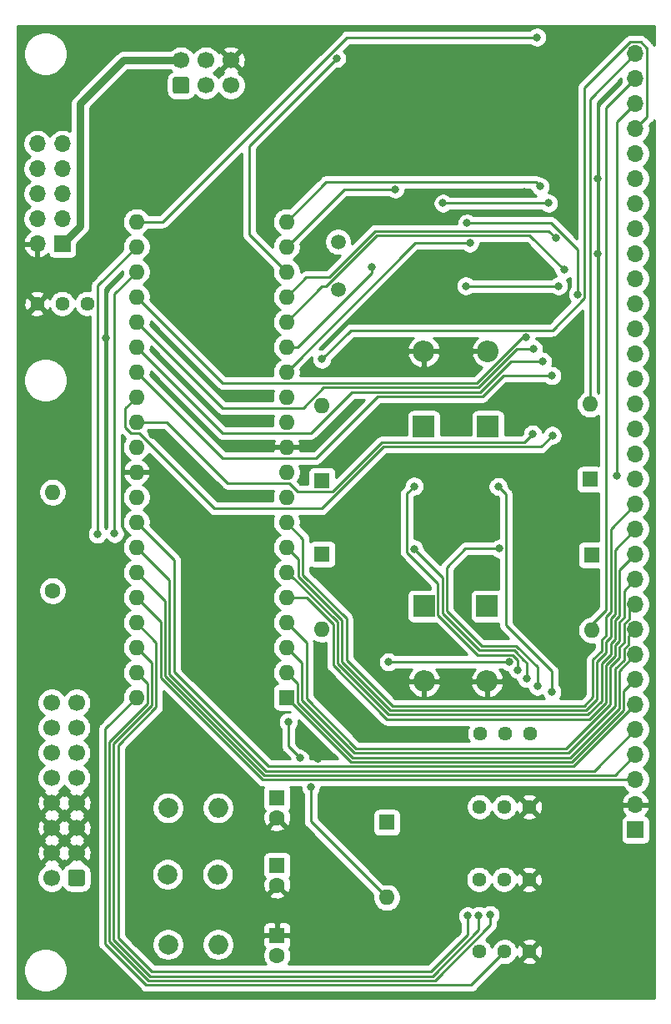
<source format=gbr>
%TF.GenerationSoftware,KiCad,Pcbnew,(5.1.10)-1*%
%TF.CreationDate,2021-10-30T12:19:22-04:00*%
%TF.ProjectId,Processor Board,50726f63-6573-4736-9f72-20426f617264,rev?*%
%TF.SameCoordinates,Original*%
%TF.FileFunction,Copper,L2,Bot*%
%TF.FilePolarity,Positive*%
%FSLAX46Y46*%
G04 Gerber Fmt 4.6, Leading zero omitted, Abs format (unit mm)*
G04 Created by KiCad (PCBNEW (5.1.10)-1) date 2021-10-30 12:19:22*
%MOMM*%
%LPD*%
G01*
G04 APERTURE LIST*
%TA.AperFunction,ComponentPad*%
%ADD10C,1.600000*%
%TD*%
%TA.AperFunction,ComponentPad*%
%ADD11R,1.600000X1.600000*%
%TD*%
%TA.AperFunction,ComponentPad*%
%ADD12O,1.600000X1.600000*%
%TD*%
%TA.AperFunction,ComponentPad*%
%ADD13R,2.200000X2.200000*%
%TD*%
%TA.AperFunction,ComponentPad*%
%ADD14O,2.200000X2.200000*%
%TD*%
%TA.AperFunction,ComponentPad*%
%ADD15C,2.000000*%
%TD*%
%TA.AperFunction,ComponentPad*%
%ADD16O,2.000000X2.000000*%
%TD*%
%TA.AperFunction,ComponentPad*%
%ADD17C,1.700000*%
%TD*%
%TA.AperFunction,ComponentPad*%
%ADD18R,1.700000X1.700000*%
%TD*%
%TA.AperFunction,ComponentPad*%
%ADD19O,1.700000X1.700000*%
%TD*%
%TA.AperFunction,ComponentPad*%
%ADD20C,1.500000*%
%TD*%
%TA.AperFunction,ComponentPad*%
%ADD21C,1.440000*%
%TD*%
%TA.AperFunction,ViaPad*%
%ADD22C,0.800000*%
%TD*%
%TA.AperFunction,Conductor*%
%ADD23C,0.750000*%
%TD*%
%TA.AperFunction,Conductor*%
%ADD24C,0.250000*%
%TD*%
%TA.AperFunction,Conductor*%
%ADD25C,0.254000*%
%TD*%
%TA.AperFunction,Conductor*%
%ADD26C,0.100000*%
%TD*%
G04 APERTURE END LIST*
D10*
%TO.P,C4,2*%
%TO.N,Net-(C14-Pad1)*%
X77038200Y-144963900D03*
D11*
%TO.P,C4,1*%
%TO.N,GND*%
X77038200Y-142963900D03*
%TD*%
%TO.P,C6,1*%
%TO.N,Net-(C23-Pad1)*%
X77038200Y-129025900D03*
D10*
%TO.P,C6,2*%
%TO.N,GND*%
X77038200Y-131025900D03*
%TD*%
D11*
%TO.P,C8,1*%
%TO.N,Net-(C15-Pad1)*%
X77038200Y-135851900D03*
D10*
%TO.P,C8,2*%
%TO.N,GND*%
X77038200Y-137851900D03*
%TD*%
D11*
%TO.P,D1,1*%
%TO.N,Net-(C23-Pad1)*%
X88193880Y-131490720D03*
D12*
%TO.P,D1,2*%
%TO.N,Net-(C3-Pad1)*%
X88193880Y-139110720D03*
%TD*%
D13*
%TO.P,D2,1*%
%TO.N,Net-(C19-Pad2)*%
X91937840Y-91313000D03*
D14*
%TO.P,D2,2*%
%TO.N,GND*%
X91937840Y-83693000D03*
%TD*%
D13*
%TO.P,D3,1*%
%TO.N,Net-(C20-Pad2)*%
X91968320Y-109534960D03*
D14*
%TO.P,D3,2*%
%TO.N,GND*%
X91968320Y-117154960D03*
%TD*%
%TO.P,D4,2*%
%TO.N,GND*%
X98384360Y-117154960D03*
D13*
%TO.P,D4,1*%
%TO.N,Net-(C21-Pad2)*%
X98384360Y-109534960D03*
%TD*%
D14*
%TO.P,D5,2*%
%TO.N,GND*%
X98455480Y-83693000D03*
D13*
%TO.P,D5,1*%
%TO.N,Net-(C22-Pad2)*%
X98455480Y-91313000D03*
%TD*%
D12*
%TO.P,D6,2*%
%TO.N,Net-(D6-Pad2)*%
X81610200Y-89192100D03*
D11*
%TO.P,D6,1*%
%TO.N,Net-(C19-Pad2)*%
X81610200Y-96812100D03*
%TD*%
%TO.P,D7,1*%
%TO.N,Net-(C20-Pad2)*%
X81622900Y-104279700D03*
D12*
%TO.P,D7,2*%
%TO.N,Net-(D7-Pad2)*%
X81622900Y-111899700D03*
%TD*%
%TO.P,D8,2*%
%TO.N,Net-(D8-Pad2)*%
X109004100Y-111975900D03*
D11*
%TO.P,D8,1*%
%TO.N,Net-(C21-Pad2)*%
X109004100Y-104355900D03*
%TD*%
%TO.P,D9,1*%
%TO.N,Net-(C22-Pad2)*%
X108826300Y-96685100D03*
D12*
%TO.P,D9,2*%
%TO.N,Net-(D9-Pad2)*%
X108826300Y-89065100D03*
%TD*%
D15*
%TO.P,FB1,1*%
%TO.N,Net-(FB1-Pad1)*%
X65976500Y-143878300D03*
D16*
%TO.P,FB1,2*%
%TO.N,Net-(C14-Pad1)*%
X71056500Y-143878300D03*
%TD*%
%TO.P,FB2,2*%
%TO.N,Net-(C15-Pad1)*%
X71005700Y-136766300D03*
D15*
%TO.P,FB2,1*%
%TO.N,Net-(FB2-Pad1)*%
X65925700Y-136766300D03*
%TD*%
%TO.P,FB3,1*%
%TO.N,Net-(FB3-Pad1)*%
X65976500Y-130009900D03*
D16*
%TO.P,FB3,2*%
%TO.N,Net-(C23-Pad1)*%
X71056500Y-130009900D03*
%TD*%
%TO.P,J2,1*%
%TO.N,Net-(J2-Pad1)*%
%TA.AperFunction,ComponentPad*%
G36*
G01*
X67884600Y-57555500D02*
X66684600Y-57555500D01*
G75*
G02*
X66434600Y-57305500I0J250000D01*
G01*
X66434600Y-56105500D01*
G75*
G02*
X66684600Y-55855500I250000J0D01*
G01*
X67884600Y-55855500D01*
G75*
G02*
X68134600Y-56105500I0J-250000D01*
G01*
X68134600Y-57305500D01*
G75*
G02*
X67884600Y-57555500I-250000J0D01*
G01*
G37*
%TD.AperFunction*%
D17*
%TO.P,J2,3*%
%TO.N,Net-(J2-Pad3)*%
X69824600Y-56705500D03*
%TO.P,J2,5*%
%TO.N,Net-(C3-Pad1)*%
X72364600Y-56705500D03*
%TO.P,J2,2*%
%TO.N,Net-(C23-Pad1)*%
X67284600Y-54165500D03*
%TO.P,J2,4*%
%TO.N,Net-(J2-Pad4)*%
X69824600Y-54165500D03*
%TO.P,J2,6*%
%TO.N,GND*%
X72364600Y-54165500D03*
%TD*%
D18*
%TO.P,J3,1*%
%TO.N,Net-(C23-Pad1)*%
X55240000Y-72800000D03*
D19*
%TO.P,J3,2*%
%TO.N,GND*%
X52700000Y-72800000D03*
%TO.P,J3,3*%
X55240000Y-70260000D03*
%TO.P,J3,4*%
%TO.N,Net-(C23-Pad1)*%
X52700000Y-70260000D03*
%TO.P,J3,5*%
%TO.N,Net-(J3-Pad5)*%
X55240000Y-67720000D03*
%TO.P,J3,6*%
%TO.N,Net-(J3-Pad6)*%
X52700000Y-67720000D03*
%TO.P,J3,7*%
%TO.N,Net-(J3-Pad7)*%
X55240000Y-65180000D03*
%TO.P,J3,8*%
%TO.N,Net-(J3-Pad8)*%
X52700000Y-65180000D03*
%TO.P,J3,9*%
%TO.N,Net-(J3-Pad9)*%
X55240000Y-62640000D03*
%TO.P,J3,10*%
%TO.N,Net-(J3-Pad10)*%
X52700000Y-62640000D03*
%TD*%
D18*
%TO.P,J4,1*%
%TO.N,Net-(C23-Pad1)*%
X113459200Y-132232400D03*
D19*
%TO.P,J4,2*%
%TO.N,GND*%
X113459200Y-129692400D03*
%TO.P,J4,3*%
%TO.N,Net-(J4-Pad3)*%
X113459200Y-127152400D03*
%TO.P,J4,4*%
%TO.N,Net-(J4-Pad4)*%
X113459200Y-124612400D03*
%TO.P,J4,5*%
%TO.N,Net-(J4-Pad5)*%
X113459200Y-122072400D03*
%TO.P,J4,6*%
%TO.N,Net-(J4-Pad6)*%
X113459200Y-119532400D03*
%TO.P,J4,7*%
%TO.N,Net-(J4-Pad7)*%
X113459200Y-116992400D03*
%TO.P,J4,8*%
%TO.N,Net-(J4-Pad8)*%
X113459200Y-114452400D03*
%TO.P,J4,9*%
%TO.N,Net-(J4-Pad9)*%
X113459200Y-111912400D03*
%TO.P,J4,10*%
%TO.N,Net-(J4-Pad10)*%
X113459200Y-109372400D03*
%TO.P,J4,11*%
%TO.N,Net-(J4-Pad11)*%
X113459200Y-106832400D03*
%TO.P,J4,12*%
%TO.N,Net-(J2-Pad4)*%
X113459200Y-104292400D03*
%TO.P,J4,13*%
%TO.N,Net-(J2-Pad1)*%
X113459200Y-101752400D03*
%TO.P,J4,14*%
%TO.N,Net-(J2-Pad3)*%
X113459200Y-99212400D03*
%TO.P,J4,15*%
%TO.N,Net-(J4-Pad15)*%
X113459200Y-96672400D03*
%TO.P,J4,16*%
%TO.N,Net-(J4-Pad16)*%
X113459200Y-94132400D03*
%TO.P,J4,17*%
%TO.N,Net-(J4-Pad17)*%
X113459200Y-91592400D03*
%TO.P,J4,18*%
%TO.N,Net-(J4-Pad18)*%
X113459200Y-89052400D03*
%TO.P,J4,19*%
%TO.N,Net-(J4-Pad19)*%
X113459200Y-86512400D03*
%TO.P,J4,20*%
%TO.N,Net-(J4-Pad20)*%
X113459200Y-83972400D03*
%TO.P,J4,21*%
%TO.N,Net-(J4-Pad21)*%
X113459200Y-81432400D03*
%TO.P,J4,22*%
%TO.N,Net-(J4-Pad22)*%
X113459200Y-78892400D03*
%TO.P,J4,23*%
%TO.N,Net-(J4-Pad23)*%
X113459200Y-76352400D03*
%TO.P,J4,24*%
%TO.N,Net-(J4-Pad24)*%
X113459200Y-73812400D03*
%TO.P,J4,25*%
%TO.N,Net-(J4-Pad25)*%
X113459200Y-71272400D03*
%TO.P,J4,26*%
%TO.N,Net-(J4-Pad26)*%
X113459200Y-68732400D03*
%TO.P,J4,27*%
%TO.N,Net-(J4-Pad27)*%
X113459200Y-66192400D03*
%TO.P,J4,28*%
%TO.N,Net-(J4-Pad28)*%
X113459200Y-63652400D03*
%TO.P,J4,29*%
%TO.N,Net-(D6-Pad2)*%
X113459200Y-61112400D03*
%TO.P,J4,30*%
%TO.N,Net-(D7-Pad2)*%
X113459200Y-58572400D03*
%TO.P,J4,31*%
%TO.N,Net-(D8-Pad2)*%
X113459200Y-56032400D03*
%TO.P,J4,32*%
%TO.N,Net-(D9-Pad2)*%
X113459200Y-53492400D03*
%TD*%
D10*
%TO.P,L1,1*%
%TO.N,Net-(C23-Pad1)*%
X54259480Y-107980480D03*
D12*
%TO.P,L1,2*%
%TO.N,Net-(C10-Pad2)*%
X54259480Y-97980480D03*
%TD*%
D11*
%TO.P,U4,1*%
%TO.N,Net-(J4-Pad7)*%
X77998320Y-118805960D03*
D12*
%TO.P,U4,21*%
%TO.N,Net-(R6-Pad2)*%
X62758320Y-70545960D03*
%TO.P,U4,2*%
%TO.N,Net-(J4-Pad8)*%
X77998320Y-116265960D03*
%TO.P,U4,22*%
%TO.N,Net-(J3-Pad6)*%
X62758320Y-73085960D03*
%TO.P,U4,3*%
%TO.N,Net-(J4-Pad9)*%
X77998320Y-113725960D03*
%TO.P,U4,23*%
%TO.N,Net-(J3-Pad5)*%
X62758320Y-75625960D03*
%TO.P,U4,4*%
%TO.N,Net-(J4-Pad10)*%
X77998320Y-111185960D03*
%TO.P,U4,24*%
%TO.N,Net-(J4-Pad15)*%
X62758320Y-78165960D03*
%TO.P,U4,5*%
%TO.N,Net-(J4-Pad11)*%
X77998320Y-108645960D03*
%TO.P,U4,25*%
%TO.N,Net-(J4-Pad16)*%
X62758320Y-80705960D03*
%TO.P,U4,6*%
%TO.N,Net-(J2-Pad4)*%
X77998320Y-106105960D03*
%TO.P,U4,26*%
%TO.N,Net-(J4-Pad17)*%
X62758320Y-83245960D03*
%TO.P,U4,7*%
%TO.N,Net-(J2-Pad1)*%
X77998320Y-103565960D03*
%TO.P,U4,27*%
%TO.N,Net-(J4-Pad18)*%
X62758320Y-85785960D03*
%TO.P,U4,8*%
%TO.N,Net-(J2-Pad3)*%
X77998320Y-101025960D03*
%TO.P,U4,28*%
%TO.N,Net-(J4-Pad19)*%
X62758320Y-88325960D03*
%TO.P,U4,9*%
%TO.N,Net-(C3-Pad1)*%
X77998320Y-98485960D03*
%TO.P,U4,29*%
%TO.N,Net-(J4-Pad20)*%
X62758320Y-90865960D03*
%TO.P,U4,10*%
%TO.N,Net-(C23-Pad1)*%
X77998320Y-95945960D03*
%TO.P,U4,30*%
%TO.N,Net-(C10-Pad2)*%
X62758320Y-93405960D03*
%TO.P,U4,11*%
%TO.N,GND*%
X77998320Y-93405960D03*
%TO.P,U4,31*%
X62758320Y-95945960D03*
%TO.P,U4,12*%
%TO.N,Net-(C2-Pad1)*%
X77998320Y-90865960D03*
%TO.P,U4,32*%
%TO.N,Net-(C23-Pad1)*%
X62758320Y-98485960D03*
%TO.P,U4,13*%
%TO.N,Net-(C1-Pad1)*%
X77998320Y-88325960D03*
%TO.P,U4,33*%
%TO.N,Net-(J4-Pad6)*%
X62758320Y-101025960D03*
%TO.P,U4,14*%
%TO.N,Net-(U2-Pad3)*%
X77998320Y-85785960D03*
%TO.P,U4,34*%
%TO.N,Net-(J4-Pad5)*%
X62758320Y-103565960D03*
%TO.P,U4,15*%
%TO.N,Net-(U2-Pad5)*%
X77998320Y-83245960D03*
%TO.P,U4,35*%
%TO.N,Net-(J4-Pad4)*%
X62758320Y-106105960D03*
%TO.P,U4,16*%
%TO.N,Net-(U2-Pad10)*%
X77998320Y-80705960D03*
%TO.P,U4,36*%
%TO.N,Net-(J4-Pad3)*%
X62758320Y-108645960D03*
%TO.P,U4,17*%
%TO.N,Net-(U2-Pad12)*%
X77998320Y-78165960D03*
%TO.P,U4,37*%
%TO.N,Net-(RV2-Pad2)*%
X62758320Y-111185960D03*
%TO.P,U4,18*%
%TO.N,Net-(R3-Pad2)*%
X77998320Y-75625960D03*
%TO.P,U4,38*%
%TO.N,Net-(RV3-Pad2)*%
X62758320Y-113725960D03*
%TO.P,U4,19*%
%TO.N,Net-(R4-Pad2)*%
X77998320Y-73085960D03*
%TO.P,U4,39*%
%TO.N,Net-(RV4-Pad2)*%
X62758320Y-116265960D03*
%TO.P,U4,20*%
%TO.N,Net-(R5-Pad2)*%
X77998320Y-70545960D03*
%TO.P,U4,40*%
%TO.N,Net-(RV5-Pad2)*%
X62758320Y-118805960D03*
%TD*%
D20*
%TO.P,Y1,1*%
%TO.N,Net-(C1-Pad1)*%
X83248500Y-72593200D03*
%TO.P,Y1,2*%
%TO.N,Net-(C2-Pad1)*%
X83248500Y-77473200D03*
%TD*%
D21*
%TO.P,RV1,1*%
%TO.N,GND*%
X52679600Y-78854300D03*
%TO.P,RV1,2*%
%TO.N,Net-(J3-Pad7)*%
X55219600Y-78854300D03*
%TO.P,RV1,3*%
%TO.N,Net-(C23-Pad1)*%
X57759600Y-78854300D03*
%TD*%
%TO.P,RV2,1*%
%TO.N,GND*%
X102732840Y-122473720D03*
%TO.P,RV2,2*%
%TO.N,Net-(RV2-Pad2)*%
X100192840Y-122473720D03*
%TO.P,RV2,3*%
%TO.N,Net-(R10-Pad2)*%
X97652840Y-122473720D03*
%TD*%
%TO.P,RV3,3*%
%TO.N,Net-(R9-Pad2)*%
X97612200Y-129908300D03*
%TO.P,RV3,2*%
%TO.N,Net-(RV3-Pad2)*%
X100152200Y-129908300D03*
%TO.P,RV3,1*%
%TO.N,GND*%
X102692200Y-129908300D03*
%TD*%
%TO.P,RV4,1*%
%TO.N,GND*%
X102641400Y-137274300D03*
%TO.P,RV4,2*%
%TO.N,Net-(RV4-Pad2)*%
X100101400Y-137274300D03*
%TO.P,RV4,3*%
%TO.N,Net-(R8-Pad2)*%
X97561400Y-137274300D03*
%TD*%
%TO.P,RV5,3*%
%TO.N,Net-(R7-Pad2)*%
X97612200Y-144589500D03*
%TO.P,RV5,2*%
%TO.N,Net-(RV5-Pad2)*%
X100152200Y-144589500D03*
%TO.P,RV5,1*%
%TO.N,GND*%
X102692200Y-144589500D03*
%TD*%
%TO.P,J1,1*%
%TO.N,Net-(FB1-Pad1)*%
%TA.AperFunction,ComponentPad*%
G36*
G01*
X57542800Y-136521900D02*
X57542800Y-137721900D01*
G75*
G02*
X57292800Y-137971900I-250000J0D01*
G01*
X56092800Y-137971900D01*
G75*
G02*
X55842800Y-137721900I0J250000D01*
G01*
X55842800Y-136521900D01*
G75*
G02*
X56092800Y-136271900I250000J0D01*
G01*
X57292800Y-136271900D01*
G75*
G02*
X57542800Y-136521900I0J-250000D01*
G01*
G37*
%TD.AperFunction*%
D17*
%TO.P,J1,3*%
%TO.N,GND*%
X56692800Y-134581900D03*
%TO.P,J1,5*%
X56692800Y-132041900D03*
%TO.P,J1,7*%
X56692800Y-129501900D03*
%TO.P,J1,9*%
%TO.N,Net-(FB2-Pad1)*%
X56692800Y-126961900D03*
%TO.P,J1,11*%
%TO.N,Net-(FB3-Pad1)*%
X56692800Y-124421900D03*
%TO.P,J1,13*%
%TO.N,Net-(J1-Pad13)*%
X56692800Y-121881900D03*
%TO.P,J1,15*%
%TO.N,Net-(J1-Pad15)*%
X56692800Y-119341900D03*
%TO.P,J1,2*%
%TO.N,Net-(FB1-Pad1)*%
X54152800Y-137121900D03*
%TO.P,J1,4*%
%TO.N,GND*%
X54152800Y-134581900D03*
%TO.P,J1,6*%
X54152800Y-132041900D03*
%TO.P,J1,8*%
X54152800Y-129501900D03*
%TO.P,J1,10*%
%TO.N,Net-(FB2-Pad1)*%
X54152800Y-126961900D03*
%TO.P,J1,12*%
%TO.N,Net-(FB3-Pad1)*%
X54152800Y-124421900D03*
%TO.P,J1,14*%
%TO.N,Net-(J1-Pad14)*%
X54152800Y-121881900D03*
%TO.P,J1,16*%
%TO.N,Net-(J1-Pad16)*%
X54152800Y-119341900D03*
%TD*%
D22*
%TO.N,GND*%
X60286900Y-72334120D03*
X55460900Y-75407520D03*
X106217720Y-59883040D03*
X109611160Y-66133980D03*
X102138480Y-67558920D03*
X99527360Y-65163700D03*
X84376260Y-101000560D03*
X82483960Y-101015800D03*
X89077800Y-129034540D03*
X109651800Y-73825100D03*
X81147920Y-125051820D03*
X83436460Y-119339360D03*
X79512160Y-121749820D03*
X105412540Y-128981200D03*
X92506800Y-122341640D03*
X74988420Y-79946500D03*
X74884280Y-75486260D03*
X74884280Y-83626960D03*
X92171520Y-78889860D03*
X92125800Y-76959460D03*
X86009480Y-80040480D03*
X75021440Y-88046560D03*
X74891900Y-90756740D03*
X59690000Y-82367120D03*
X98770440Y-112301020D03*
X64437260Y-92138500D03*
X68549520Y-74808080D03*
X71183500Y-74886820D03*
X71183500Y-69298820D03*
X71290180Y-80688180D03*
X68417440Y-79756000D03*
X68574920Y-71320660D03*
X56532780Y-100523040D03*
X56611520Y-107281980D03*
X70266560Y-126029720D03*
X64785240Y-125709680D03*
X106847640Y-83898740D03*
%TO.N,Net-(C3-Pad1)*%
X78192630Y-121286270D03*
X79372460Y-124965460D03*
X80467200Y-127889000D03*
%TO.N,Net-(D6-Pad2)*%
X81610200Y-84490560D03*
%TO.N,Net-(D7-Pad2)*%
X100604320Y-115209320D03*
X111602520Y-96288860D03*
X88384380Y-115209320D03*
%TO.N,Net-(J3-Pad5)*%
X60543440Y-102196900D03*
%TO.N,Net-(J3-Pad6)*%
X58804601Y-102246221D03*
%TO.N,Net-(J4-Pad15)*%
X102328178Y-82268862D03*
%TO.N,Net-(J4-Pad16)*%
X103085900Y-83461860D03*
%TO.N,Net-(J4-Pad17)*%
X104020620Y-84721700D03*
%TO.N,Net-(J4-Pad18)*%
X104973120Y-86156800D03*
%TO.N,Net-(J4-Pad19)*%
X105003600Y-92227400D03*
%TO.N,Net-(J4-Pad20)*%
X103007860Y-92097860D03*
%TO.N,Net-(J4-Pad21)*%
X107563920Y-77908298D03*
X96339200Y-70688660D03*
%TO.N,Net-(J4-Pad22)*%
X96229980Y-77055520D03*
X105638140Y-77055520D03*
%TO.N,Net-(J4-Pad26)*%
X93897680Y-68670400D03*
X104626180Y-68670400D03*
%TO.N,Net-(R3-Pad2)*%
X83093560Y-53962300D03*
%TO.N,Net-(R4-Pad2)*%
X89057480Y-67236340D03*
%TO.N,Net-(R5-Pad2)*%
X103776780Y-66974720D03*
%TO.N,Net-(R6-Pad2)*%
X103449120Y-51828700D03*
%TO.N,Net-(R7-Pad1)*%
X90968600Y-97387640D03*
X101503480Y-116009420D03*
%TO.N,Net-(R8-Pad1)*%
X90966520Y-103732560D03*
X102387400Y-116911120D03*
%TO.N,Net-(R9-Pad1)*%
X99589820Y-103704620D03*
X103484680Y-117685820D03*
%TO.N,Net-(R10-Pad1)*%
X99516160Y-97415580D03*
X104966770Y-118243350D03*
%TO.N,Net-(RV2-Pad2)*%
X96403020Y-140967600D03*
%TO.N,Net-(RV3-Pad2)*%
X97542915Y-140914825D03*
%TO.N,Net-(RV4-Pad2)*%
X98703130Y-140856970D03*
%TO.N,Net-(U2-Pad3)*%
X96624140Y-72730360D03*
%TO.N,Net-(U2-Pad5)*%
X86652100Y-75133200D03*
%TO.N,Net-(U2-Pad10)*%
X106199940Y-75417680D03*
%TO.N,Net-(U2-Pad12)*%
X105349040Y-72199500D03*
%TD*%
D23*
%TO.N,GND*%
X79512160Y-123416060D02*
X81147920Y-125051820D01*
X79512160Y-121749820D02*
X79512160Y-123416060D01*
D24*
%TO.N,Net-(C3-Pad1)*%
X78192630Y-121286270D02*
X78192630Y-123785630D01*
X78192630Y-123785630D02*
X79372460Y-124965460D01*
X79372460Y-124965460D02*
X79372460Y-124965460D01*
X80467200Y-131384040D02*
X88193880Y-139110720D01*
X80467200Y-127889000D02*
X80467200Y-131384040D01*
D23*
%TO.N,Net-(C23-Pad1)*%
X67284600Y-54165500D02*
X61465460Y-54165500D01*
X61465460Y-54165500D02*
X57035700Y-58595260D01*
X57035700Y-71004300D02*
X55240000Y-72800000D01*
X57035700Y-58595260D02*
X57035700Y-71004300D01*
D24*
%TO.N,Net-(D6-Pad2)*%
X105001359Y-81543861D02*
X84556899Y-81543861D01*
X108288921Y-78256299D02*
X105001359Y-81543861D01*
X108288921Y-56923677D02*
X108288921Y-78256299D01*
X114023201Y-52317399D02*
X112895199Y-52317399D01*
X112895199Y-52317399D02*
X108288921Y-56923677D01*
X114634201Y-52928399D02*
X114023201Y-52317399D01*
X114634201Y-59937399D02*
X114634201Y-52928399D01*
X113459200Y-61112400D02*
X114634201Y-59937399D01*
X84556899Y-81543861D02*
X81610200Y-84490560D01*
X81610200Y-84490560D02*
X81610200Y-84490560D01*
%TO.N,Net-(D7-Pad2)*%
X100604320Y-115209320D02*
X88384380Y-115209320D01*
X111602520Y-60429080D02*
X113459200Y-58572400D01*
X111602520Y-96288860D02*
X111602520Y-60429080D01*
%TO.N,Net-(D8-Pad2)*%
X109004100Y-111975900D02*
X109004100Y-111419583D01*
X110484159Y-59007441D02*
X110736350Y-58755250D01*
X109004100Y-111419583D02*
X110484159Y-109939524D01*
X110484159Y-109939524D02*
X110484159Y-59007441D01*
X110736350Y-58755250D02*
X113459200Y-56032400D01*
%TO.N,Net-(D9-Pad2)*%
X108826300Y-58125300D02*
X108826300Y-89065100D01*
X113459200Y-53492400D02*
X108826300Y-58125300D01*
%TO.N,Net-(J2-Pad1)*%
X113459200Y-101752400D02*
X111384179Y-103827421D01*
X111384179Y-110339189D02*
X110934171Y-110789197D01*
X111384179Y-103827421D02*
X111384179Y-110339189D01*
X110934171Y-110789197D02*
X110934171Y-110789199D01*
X79232760Y-104800400D02*
X77998320Y-103565960D01*
X79232760Y-106571738D02*
X79232760Y-104800400D01*
X88574300Y-120103040D02*
X83647921Y-115176661D01*
X83647920Y-110986898D02*
X79232760Y-106571738D01*
X83647921Y-115176661D02*
X83647920Y-110986898D01*
X108422460Y-120103040D02*
X88574300Y-120103040D01*
X109562126Y-118963374D02*
X108422460Y-120103040D01*
X110934171Y-110789197D02*
X110934171Y-112692787D01*
X109562126Y-115167424D02*
X109562126Y-115342174D01*
X110484159Y-114245391D02*
X109562126Y-115167424D01*
X110484159Y-113142799D02*
X110484159Y-114245391D01*
X110629839Y-112997119D02*
X110484159Y-113142799D01*
X109562126Y-115342174D02*
X109562126Y-118963374D01*
X110934171Y-112692787D02*
X110629839Y-112997119D01*
%TO.N,Net-(J2-Pad3)*%
X79682770Y-102710410D02*
X77998320Y-101025960D01*
X113459200Y-99212400D02*
X110934169Y-101737431D01*
X110934169Y-110152789D02*
X110484161Y-110602797D01*
X84097929Y-110800497D02*
X79682770Y-106385338D01*
X110934169Y-101737431D02*
X110934169Y-110152789D01*
X109112116Y-118776974D02*
X108236060Y-119653030D01*
X110484161Y-110602797D02*
X110484161Y-112506387D01*
X110034149Y-112956399D02*
X110034149Y-114058991D01*
X110484161Y-112506387D02*
X110034149Y-112956399D01*
X88760700Y-119653030D02*
X84097929Y-114990259D01*
X110034149Y-114058991D02*
X109112116Y-114981024D01*
X109112116Y-114981024D02*
X109112116Y-118776974D01*
X108236060Y-119653030D02*
X88760700Y-119653030D01*
X79682770Y-106385338D02*
X79682770Y-102710410D01*
X84097929Y-114990259D02*
X84097929Y-110800497D01*
%TO.N,Net-(J2-Pad4)*%
X77998320Y-106105960D02*
X78130572Y-106105960D01*
X78130572Y-106105960D02*
X83197911Y-111173299D01*
X83197911Y-111173299D02*
X83197911Y-115363061D01*
X83197911Y-115363061D02*
X88387900Y-120553050D01*
X88387900Y-120553050D02*
X108608860Y-120553050D01*
X108608860Y-120553050D02*
X110012135Y-119149775D01*
X111384179Y-112078191D02*
X111384180Y-110975598D01*
X111384180Y-110975598D02*
X111834189Y-110525589D01*
X111834189Y-105917411D02*
X113459200Y-104292400D01*
X111834189Y-110525589D02*
X111834189Y-105917411D01*
X111384179Y-112879189D02*
X110934169Y-113329199D01*
X111384179Y-112078191D02*
X111384179Y-112879189D01*
X110012136Y-115353824D02*
X110012136Y-115760156D01*
X110934169Y-114431791D02*
X110012136Y-115353824D01*
X110934169Y-113329199D02*
X110934169Y-114431791D01*
X110012135Y-119149775D02*
X110012136Y-115760156D01*
%TO.N,Net-(J3-Pad5)*%
X62758320Y-75625960D02*
X60543440Y-77840840D01*
X60543440Y-77840840D02*
X60543440Y-102196900D01*
X60543440Y-102196900D02*
X60543440Y-102196900D01*
%TO.N,Net-(J3-Pad6)*%
X58804601Y-77039679D02*
X58804601Y-102246221D01*
X62758320Y-73085960D02*
X58804601Y-77039679D01*
X58804601Y-102246221D02*
X58804601Y-102246221D01*
%TO.N,Net-(J4-Pad3)*%
X113459200Y-127152400D02*
X75583851Y-127152400D01*
X75583851Y-127152400D02*
X65233351Y-116801900D01*
X65233351Y-111120991D02*
X62758320Y-108645960D01*
X65233351Y-116801900D02*
X65233351Y-111120991D01*
%TO.N,Net-(J4-Pad4)*%
X113459200Y-124612400D02*
X111369210Y-126702390D01*
X111369210Y-126702390D02*
X75770251Y-126702390D01*
X75770251Y-126702390D02*
X65683361Y-116615500D01*
X65683361Y-109031001D02*
X65683361Y-109815861D01*
X62758320Y-106105960D02*
X65683361Y-109031001D01*
X65683361Y-116615500D02*
X65683361Y-109815861D01*
%TO.N,Net-(J4-Pad5)*%
X109279220Y-126252380D02*
X113459200Y-122072400D01*
X75956651Y-126252380D02*
X109279220Y-126252380D01*
X66138465Y-116434194D02*
X75956651Y-126252380D01*
X66138465Y-106930865D02*
X66138465Y-116434194D01*
X66055835Y-106863475D02*
X66071075Y-106863475D01*
X66071075Y-106863475D02*
X66138465Y-106930865D01*
X62758320Y-103565960D02*
X66055835Y-106863475D01*
%TO.N,Net-(J4-Pad6)*%
X113459200Y-119532400D02*
X107189230Y-125802370D01*
X107189230Y-125802370D02*
X76155530Y-125802370D01*
X76155530Y-125802370D02*
X66588475Y-116235315D01*
X66588475Y-104856115D02*
X62758320Y-101025960D01*
X66588475Y-116235315D02*
X66588475Y-104856115D01*
%TO.N,Net-(J4-Pad7)*%
X113459200Y-116992400D02*
X112262185Y-118189415D01*
X112262185Y-120081775D02*
X106991600Y-125352360D01*
X112262185Y-118189415D02*
X112262185Y-120081775D01*
X84544720Y-125352360D02*
X77998320Y-118805960D01*
X106991600Y-125352360D02*
X84544720Y-125352360D01*
%TO.N,Net-(J4-Pad8)*%
X113459200Y-114452400D02*
X111812175Y-116099425D01*
X111812175Y-116099425D02*
X111812175Y-119895375D01*
X111812175Y-119895375D02*
X106805200Y-124902350D01*
X106805200Y-124902350D02*
X84731120Y-124902350D01*
X84731120Y-124902350D02*
X79136240Y-119307470D01*
X79136240Y-117403880D02*
X77998320Y-116265960D01*
X79136240Y-119307470D02*
X79136240Y-117403880D01*
%TO.N,Net-(J4-Pad9)*%
X79586250Y-115313890D02*
X77998320Y-113725960D01*
X79586250Y-119121070D02*
X79586250Y-115313890D01*
X106618800Y-124452340D02*
X84917520Y-124452340D01*
X111362165Y-119708975D02*
X106618800Y-124452340D01*
X84917520Y-124452340D02*
X79586250Y-119121070D01*
X111362165Y-115913025D02*
X111362165Y-119708975D01*
X112779780Y-113392818D02*
X112284199Y-113888399D01*
X112284199Y-114990991D02*
X111362165Y-115913025D01*
X112779780Y-112591820D02*
X112779780Y-113392818D01*
X112284199Y-113888399D02*
X112284199Y-114990991D01*
X113459200Y-111912400D02*
X112779780Y-112591820D01*
%TO.N,Net-(J4-Pad10)*%
X110912155Y-119522575D02*
X106432400Y-124002330D01*
X106432400Y-124002330D02*
X85103920Y-124002330D01*
X80036260Y-113223900D02*
X77998320Y-111185960D01*
X80036260Y-118934670D02*
X80036260Y-113223900D01*
X85103920Y-124002330D02*
X80036260Y-118934670D01*
X112816640Y-110815958D02*
X112284199Y-111348399D01*
X112816640Y-110014960D02*
X112816640Y-110815958D01*
X113459200Y-109372400D02*
X112816640Y-110014960D01*
X112284199Y-111348399D02*
X112284199Y-112450991D01*
X112284199Y-113251989D02*
X111834189Y-113701999D01*
X112284199Y-112450991D02*
X112284199Y-113251989D01*
X110912155Y-115726625D02*
X110912155Y-115991125D01*
X111834189Y-114804591D02*
X110912155Y-115726625D01*
X111834189Y-113701999D02*
X111834189Y-114804591D01*
X110912155Y-115991125D02*
X110912155Y-119522575D01*
%TO.N,Net-(J4-Pad11)*%
X112284199Y-110711989D02*
X111834189Y-111161999D01*
X112284199Y-108007401D02*
X112284199Y-110711989D01*
X113459200Y-106832400D02*
X112284199Y-108007401D01*
X111834189Y-111161999D02*
X111834189Y-112264591D01*
X110462145Y-119336175D02*
X108795260Y-121003060D01*
X108795260Y-121003060D02*
X88201500Y-121003060D01*
X88201500Y-121003060D02*
X82747901Y-115549461D01*
X80034162Y-108645960D02*
X77998320Y-108645960D01*
X82747901Y-111359699D02*
X80034162Y-108645960D01*
X82747901Y-115549461D02*
X82747901Y-111359699D01*
X111834189Y-112264591D02*
X111834189Y-113065589D01*
X111834189Y-113065589D02*
X111384179Y-113515599D01*
X110462145Y-115540225D02*
X110462145Y-115803765D01*
X111384179Y-114618191D02*
X110462145Y-115540225D01*
X111384179Y-113515599D02*
X111384179Y-114618191D01*
X110462145Y-115803765D02*
X110462145Y-119336175D01*
%TO.N,Net-(J4-Pad15)*%
X97346521Y-86910961D02*
X101988620Y-82268862D01*
X71503321Y-86910961D02*
X97346521Y-86910961D01*
X62758320Y-78165960D02*
X71503321Y-86910961D01*
X101988620Y-82268862D02*
X102328178Y-82268862D01*
%TO.N,Net-(J4-Pad16)*%
X81776327Y-87360971D02*
X97532922Y-87360970D01*
X79686337Y-89450961D02*
X81776327Y-87360971D01*
X71503321Y-89450961D02*
X79686337Y-89450961D01*
X62758320Y-80705960D02*
X71503321Y-89450961D01*
X97532922Y-87360970D02*
X101432032Y-83461860D01*
X101432032Y-83461860D02*
X103085900Y-83461860D01*
X103085900Y-83461860D02*
X103085900Y-83461860D01*
X103085900Y-83461860D02*
X103085900Y-83461860D01*
%TO.N,Net-(J4-Pad17)*%
X71503321Y-91990961D02*
X80476341Y-91990961D01*
X80476341Y-91990961D02*
X84656323Y-87810979D01*
X62758320Y-83245960D02*
X71503321Y-91990961D01*
X84656323Y-87810979D02*
X97719323Y-87810979D01*
X97719323Y-87810979D02*
X100808602Y-84721700D01*
X100808602Y-84721700D02*
X102123240Y-84721700D01*
X102123240Y-84721700D02*
X102123240Y-84721700D01*
X102123240Y-84721700D02*
X104020620Y-84721700D01*
X104020620Y-84721700D02*
X104020620Y-84721700D01*
%TO.N,Net-(J4-Pad18)*%
X81033839Y-94530961D02*
X87303811Y-88260989D01*
X71503321Y-94530961D02*
X81033839Y-94530961D01*
X62758320Y-85785960D02*
X71503321Y-94530961D01*
X87303811Y-88260989D02*
X97905724Y-88260988D01*
X97905724Y-88260988D02*
X100009912Y-86156800D01*
X100009912Y-86156800D02*
X101196140Y-86156800D01*
X101196140Y-86156800D02*
X101196140Y-86156800D01*
X101196140Y-86156800D02*
X104973120Y-86156800D01*
X104973120Y-86156800D02*
X104973120Y-86156800D01*
%TO.N,Net-(J4-Pad19)*%
X105003600Y-92227400D02*
X103842390Y-93388610D01*
X87855102Y-93388610D02*
X81596972Y-99646740D01*
X103842390Y-93388610D02*
X87855102Y-93388610D01*
X61633319Y-89450961D02*
X62758320Y-88325960D01*
X61633319Y-91405961D02*
X61633319Y-89450961D01*
X63008323Y-91990961D02*
X62218319Y-91990961D01*
X62218319Y-91990961D02*
X61633319Y-91405961D01*
X70664102Y-99646740D02*
X63008323Y-91990961D01*
X81596972Y-99646740D02*
X70664102Y-99646740D01*
%TO.N,Net-(J4-Pad20)*%
X103007860Y-92097860D02*
X102167120Y-92938600D01*
X78248323Y-97070961D02*
X72059581Y-97070961D01*
X79114463Y-97937101D02*
X78248323Y-97070961D01*
X82670201Y-97937101D02*
X79114463Y-97937101D01*
X87668702Y-92938600D02*
X82670201Y-97937101D01*
X102167120Y-92938600D02*
X87668702Y-92938600D01*
X65854580Y-90865960D02*
X62758320Y-90865960D01*
X72059581Y-97070961D02*
X65854580Y-90865960D01*
%TO.N,Net-(J4-Pad21)*%
X107563920Y-77908298D02*
X107563920Y-77908298D01*
X104911202Y-70688660D02*
X96339200Y-70688660D01*
X107563920Y-73341378D02*
X104911202Y-70688660D01*
X107563920Y-77908298D02*
X107563920Y-73341378D01*
%TO.N,Net-(J4-Pad22)*%
X96229980Y-77055520D02*
X105638140Y-77055520D01*
X105638140Y-77055520D02*
X105638140Y-77055520D01*
%TO.N,Net-(J4-Pad26)*%
X113397200Y-68670400D02*
X113459200Y-68732400D01*
X93897680Y-68670400D02*
X104626180Y-68670400D01*
%TO.N,Net-(R3-Pad2)*%
X83093560Y-53962300D02*
X74218800Y-62837060D01*
X74218800Y-71846440D02*
X77998320Y-75625960D01*
X74218800Y-62837060D02*
X74218800Y-71846440D01*
%TO.N,Net-(R4-Pad2)*%
X83847940Y-67236340D02*
X77998320Y-73085960D01*
X89057480Y-67236340D02*
X83847940Y-67236340D01*
%TO.N,Net-(R5-Pad2)*%
X82032941Y-66511339D02*
X77998320Y-70545960D01*
X103313399Y-66511339D02*
X82032941Y-66511339D01*
X103776780Y-66974720D02*
X103313399Y-66511339D01*
%TO.N,Net-(R6-Pad2)*%
X65436898Y-70545960D02*
X62758320Y-70545960D01*
X84154158Y-51828700D02*
X65436898Y-70545960D01*
X103449120Y-51828700D02*
X84154158Y-51828700D01*
%TO.N,Net-(R7-Pad1)*%
X97443459Y-114484319D02*
X100952321Y-114484319D01*
X93393321Y-110434181D02*
X97443459Y-114484319D01*
X93393321Y-107232363D02*
X93393321Y-110434181D01*
X90241519Y-104080561D02*
X93393321Y-107232363D01*
X90241519Y-98114721D02*
X90241519Y-104080561D01*
X90968600Y-97387640D02*
X90241519Y-98114721D01*
X101503480Y-115035478D02*
X101503480Y-115511580D01*
X100952321Y-114484319D02*
X101503480Y-115035478D01*
X101503480Y-115511580D02*
X101503480Y-116009420D01*
X101503480Y-116009420D02*
X101503480Y-116009420D01*
%TO.N,Net-(R8-Pad1)*%
X90966520Y-103732560D02*
X93843331Y-106609371D01*
X93843331Y-106609371D02*
X93843331Y-110247781D01*
X97629859Y-114034309D02*
X101138722Y-114034310D01*
X93843331Y-110247781D02*
X97629859Y-114034309D01*
X101402331Y-114297919D02*
X101412507Y-114297919D01*
X101138722Y-114034310D02*
X101402331Y-114297919D01*
X101412507Y-114297919D02*
X102113080Y-114998492D01*
X102113080Y-114998492D02*
X102389944Y-115275356D01*
X102389944Y-115275356D02*
X102387400Y-115277900D01*
X102387400Y-115277900D02*
X102387400Y-116911120D01*
X102387400Y-116911120D02*
X102387400Y-116911120D01*
%TO.N,Net-(R9-Pad1)*%
X101325121Y-113584301D02*
X97816261Y-113584301D01*
X94293341Y-110061381D02*
X94293341Y-105596341D01*
X97816261Y-113584301D02*
X94293341Y-110061381D01*
X96185062Y-103704620D02*
X99589820Y-103704620D01*
X94293341Y-105596341D02*
X96185062Y-103704620D01*
X101335299Y-113584301D02*
X103484680Y-115733682D01*
X101325121Y-113584301D02*
X101335299Y-113584301D01*
X103484680Y-115733682D02*
X103484680Y-117685820D01*
X103484680Y-117685820D02*
X103484680Y-117685820D01*
%TO.N,Net-(R10-Pad1)*%
X100314821Y-98214241D02*
X99516160Y-97415580D01*
X100314821Y-111053819D02*
X100314821Y-98214241D01*
X100314821Y-111490821D02*
X100585270Y-111761270D01*
X100314821Y-111053819D02*
X100314821Y-111490821D01*
X104966770Y-116142770D02*
X100585270Y-111761270D01*
X104966770Y-116142770D02*
X104966770Y-118243350D01*
X104966770Y-118243350D02*
X104966770Y-118243350D01*
%TO.N,Net-(RV2-Pad2)*%
X64783341Y-113210981D02*
X62758320Y-111185960D01*
X60913030Y-123671590D02*
X64783341Y-119801279D01*
X60913030Y-143217500D02*
X60913030Y-123671590D01*
X64321250Y-146625720D02*
X60913030Y-143217500D01*
X92692800Y-146625720D02*
X64321250Y-146625720D01*
X96403020Y-142915500D02*
X92692800Y-146625720D01*
X64783341Y-119801279D02*
X64783341Y-113210981D01*
X96403020Y-140967600D02*
X96403020Y-142915500D01*
%TO.N,Net-(RV3-Pad2)*%
X64333331Y-115300971D02*
X62758320Y-113725960D01*
X64333331Y-119614879D02*
X64333331Y-115300971D01*
X60463020Y-123485190D02*
X64333331Y-119614879D01*
X60463020Y-143403900D02*
X60463020Y-123485190D01*
X64134850Y-147075730D02*
X60463020Y-143403900D01*
X92879200Y-147075730D02*
X64134850Y-147075730D01*
X97542915Y-142412015D02*
X97542915Y-140914825D01*
X97542915Y-142412015D02*
X92879200Y-147075730D01*
X97542915Y-140914825D02*
X97542915Y-140914825D01*
%TO.N,Net-(RV4-Pad2)*%
X93065600Y-147525740D02*
X63948450Y-147525740D01*
X63948450Y-147525740D02*
X60013010Y-143590300D01*
X60013010Y-143590300D02*
X60013010Y-123298790D01*
X63883321Y-117390961D02*
X62758320Y-116265960D01*
X63883321Y-119428479D02*
X63883321Y-117390961D01*
X60013010Y-123298790D02*
X63883321Y-119428479D01*
X98703130Y-141888210D02*
X98703130Y-140856970D01*
X98703130Y-141888210D02*
X93065600Y-147525740D01*
X98703130Y-140856970D02*
X98703130Y-140856970D01*
%TO.N,Net-(RV5-Pad2)*%
X100152200Y-144589500D02*
X96761300Y-147980400D01*
X96761300Y-147980400D02*
X63766700Y-147980400D01*
X63766700Y-147980400D02*
X59563000Y-143776700D01*
X59563000Y-122001280D02*
X62758320Y-118805960D01*
X59563000Y-143776700D02*
X59563000Y-122001280D01*
%TO.N,Net-(U2-Pad3)*%
X91053920Y-72730360D02*
X77998320Y-85785960D01*
X96624140Y-72730360D02*
X91053920Y-72730360D01*
%TO.N,Net-(U2-Pad5)*%
X79105025Y-83245960D02*
X77998320Y-83245960D01*
X86652100Y-75698885D02*
X79105025Y-83245960D01*
X86652100Y-75133200D02*
X86652100Y-75698885D01*
%TO.N,Net-(U2-Pad10)*%
X106199940Y-75417680D02*
X102707870Y-71925610D01*
X87205088Y-71925610D02*
X82049620Y-77081078D01*
X102707870Y-71925610D02*
X87205088Y-71925610D01*
X81623202Y-77081078D02*
X82049620Y-77081078D01*
X77998320Y-80705960D02*
X81623202Y-77081078D01*
%TO.N,Net-(U2-Pad12)*%
X104625140Y-71475600D02*
X105349040Y-72199500D01*
X87018688Y-71475600D02*
X104625140Y-71475600D01*
X82327308Y-76166980D02*
X87018688Y-71475600D01*
X79997300Y-76166980D02*
X82327308Y-76166980D01*
X77998320Y-78165960D02*
X79997300Y-76166980D01*
%TD*%
D25*
%TO.N,GND*%
X115340000Y-52636986D02*
X115339747Y-52636152D01*
X115269175Y-52504123D01*
X115238204Y-52466385D01*
X115198000Y-52417395D01*
X115197996Y-52417391D01*
X115174202Y-52388398D01*
X115145209Y-52364604D01*
X114587004Y-51806401D01*
X114563202Y-51777398D01*
X114447477Y-51682425D01*
X114315448Y-51611853D01*
X114172187Y-51568396D01*
X114060534Y-51557399D01*
X114060523Y-51557399D01*
X114023201Y-51553723D01*
X113985879Y-51557399D01*
X112932522Y-51557399D01*
X112895199Y-51553723D01*
X112857876Y-51557399D01*
X112857866Y-51557399D01*
X112746213Y-51568396D01*
X112602952Y-51611853D01*
X112470923Y-51682425D01*
X112355198Y-51777398D01*
X112331400Y-51806396D01*
X107777924Y-56359873D01*
X107748920Y-56383676D01*
X107693792Y-56450851D01*
X107653947Y-56499401D01*
X107630427Y-56543404D01*
X107583375Y-56631431D01*
X107539918Y-56774692D01*
X107528921Y-56886345D01*
X107528921Y-56886355D01*
X107525245Y-56923677D01*
X107528921Y-56960999D01*
X107528922Y-72231578D01*
X105475006Y-70177663D01*
X105451203Y-70148659D01*
X105335478Y-70053686D01*
X105203449Y-69983114D01*
X105060188Y-69939657D01*
X104948535Y-69928660D01*
X104948524Y-69928660D01*
X104911202Y-69924984D01*
X104873880Y-69928660D01*
X97042911Y-69928660D01*
X96998974Y-69884723D01*
X96829456Y-69771455D01*
X96641098Y-69693434D01*
X96441139Y-69653660D01*
X96237261Y-69653660D01*
X96037302Y-69693434D01*
X95848944Y-69771455D01*
X95679426Y-69884723D01*
X95535263Y-70028886D01*
X95421995Y-70198404D01*
X95343974Y-70386762D01*
X95304200Y-70586721D01*
X95304200Y-70715600D01*
X87056010Y-70715600D01*
X87018687Y-70711924D01*
X86981364Y-70715600D01*
X86981355Y-70715600D01*
X86869702Y-70726597D01*
X86726441Y-70770054D01*
X86594412Y-70840626D01*
X86478687Y-70935599D01*
X86454889Y-70964597D01*
X84619502Y-72799985D01*
X84633500Y-72729611D01*
X84633500Y-72456789D01*
X84580275Y-72189211D01*
X84475871Y-71937157D01*
X84324299Y-71710314D01*
X84131386Y-71517401D01*
X83904543Y-71365829D01*
X83652489Y-71261425D01*
X83384911Y-71208200D01*
X83112089Y-71208200D01*
X82844511Y-71261425D01*
X82592457Y-71365829D01*
X82365614Y-71517401D01*
X82172701Y-71710314D01*
X82021129Y-71937157D01*
X81916725Y-72189211D01*
X81863500Y-72456789D01*
X81863500Y-72729611D01*
X81916725Y-72997189D01*
X82021129Y-73249243D01*
X82172701Y-73476086D01*
X82365614Y-73668999D01*
X82592457Y-73820571D01*
X82844511Y-73924975D01*
X83112089Y-73978200D01*
X83384911Y-73978200D01*
X83455285Y-73964202D01*
X82012507Y-75406980D01*
X80034633Y-75406980D01*
X79997300Y-75403303D01*
X79959967Y-75406980D01*
X79848314Y-75417977D01*
X79705053Y-75461434D01*
X79573024Y-75532006D01*
X79457299Y-75626979D01*
X79433501Y-75655977D01*
X79433320Y-75656158D01*
X79433320Y-75484625D01*
X79378173Y-75207386D01*
X79270000Y-74946233D01*
X79112957Y-74711201D01*
X78913079Y-74511323D01*
X78680561Y-74355960D01*
X78913079Y-74200597D01*
X79112957Y-74000719D01*
X79270000Y-73765687D01*
X79378173Y-73504534D01*
X79433320Y-73227295D01*
X79433320Y-72944625D01*
X79397008Y-72762073D01*
X84162742Y-67996340D01*
X88353769Y-67996340D01*
X88397706Y-68040277D01*
X88567224Y-68153545D01*
X88755582Y-68231566D01*
X88955541Y-68271340D01*
X89159419Y-68271340D01*
X89359378Y-68231566D01*
X89547736Y-68153545D01*
X89717254Y-68040277D01*
X89861417Y-67896114D01*
X89974685Y-67726596D01*
X90052706Y-67538238D01*
X90092480Y-67338279D01*
X90092480Y-67271339D01*
X102780504Y-67271339D01*
X102781554Y-67276618D01*
X102859575Y-67464976D01*
X102972843Y-67634494D01*
X103117006Y-67778657D01*
X103286524Y-67891925D01*
X103331126Y-67910400D01*
X94601391Y-67910400D01*
X94557454Y-67866463D01*
X94387936Y-67753195D01*
X94199578Y-67675174D01*
X93999619Y-67635400D01*
X93795741Y-67635400D01*
X93595782Y-67675174D01*
X93407424Y-67753195D01*
X93237906Y-67866463D01*
X93093743Y-68010626D01*
X92980475Y-68180144D01*
X92902454Y-68368502D01*
X92862680Y-68568461D01*
X92862680Y-68772339D01*
X92902454Y-68972298D01*
X92980475Y-69160656D01*
X93093743Y-69330174D01*
X93237906Y-69474337D01*
X93407424Y-69587605D01*
X93595782Y-69665626D01*
X93795741Y-69705400D01*
X93999619Y-69705400D01*
X94199578Y-69665626D01*
X94387936Y-69587605D01*
X94557454Y-69474337D01*
X94601391Y-69430400D01*
X103922469Y-69430400D01*
X103966406Y-69474337D01*
X104135924Y-69587605D01*
X104324282Y-69665626D01*
X104524241Y-69705400D01*
X104728119Y-69705400D01*
X104928078Y-69665626D01*
X105116436Y-69587605D01*
X105285954Y-69474337D01*
X105430117Y-69330174D01*
X105543385Y-69160656D01*
X105621406Y-68972298D01*
X105661180Y-68772339D01*
X105661180Y-68568461D01*
X105621406Y-68368502D01*
X105543385Y-68180144D01*
X105430117Y-68010626D01*
X105285954Y-67866463D01*
X105116436Y-67753195D01*
X104928078Y-67675174D01*
X104728119Y-67635400D01*
X104579811Y-67635400D01*
X104580717Y-67634494D01*
X104693985Y-67464976D01*
X104772006Y-67276618D01*
X104811780Y-67076659D01*
X104811780Y-66872781D01*
X104772006Y-66672822D01*
X104693985Y-66484464D01*
X104580717Y-66314946D01*
X104436554Y-66170783D01*
X104267036Y-66057515D01*
X104078678Y-65979494D01*
X103878719Y-65939720D01*
X103814873Y-65939720D01*
X103737675Y-65876365D01*
X103605646Y-65805793D01*
X103462385Y-65762336D01*
X103350732Y-65751339D01*
X103350721Y-65751339D01*
X103313399Y-65747663D01*
X103276077Y-65751339D01*
X82070266Y-65751339D01*
X82032941Y-65747663D01*
X81995616Y-65751339D01*
X81995608Y-65751339D01*
X81883955Y-65762336D01*
X81740694Y-65805793D01*
X81608665Y-65876365D01*
X81492940Y-65971338D01*
X81469142Y-66000336D01*
X78322207Y-69147272D01*
X78139655Y-69110960D01*
X77856985Y-69110960D01*
X77579746Y-69166107D01*
X77318593Y-69274280D01*
X77083561Y-69431323D01*
X76883683Y-69631201D01*
X76726640Y-69866233D01*
X76618467Y-70127386D01*
X76563320Y-70404625D01*
X76563320Y-70687295D01*
X76618467Y-70964534D01*
X76726640Y-71225687D01*
X76883683Y-71460719D01*
X77083561Y-71660597D01*
X77316079Y-71815960D01*
X77083561Y-71971323D01*
X76883683Y-72171201D01*
X76726640Y-72406233D01*
X76618467Y-72667386D01*
X76563320Y-72944625D01*
X76563320Y-73116158D01*
X74978800Y-71531639D01*
X74978800Y-63151861D01*
X83133362Y-54997300D01*
X83195499Y-54997300D01*
X83395458Y-54957526D01*
X83583816Y-54879505D01*
X83753334Y-54766237D01*
X83897497Y-54622074D01*
X84010765Y-54452556D01*
X84088786Y-54264198D01*
X84128560Y-54064239D01*
X84128560Y-53860361D01*
X84088786Y-53660402D01*
X84010765Y-53472044D01*
X83897497Y-53302526D01*
X83826315Y-53231344D01*
X84468960Y-52588700D01*
X102745409Y-52588700D01*
X102789346Y-52632637D01*
X102958864Y-52745905D01*
X103147222Y-52823926D01*
X103347181Y-52863700D01*
X103551059Y-52863700D01*
X103751018Y-52823926D01*
X103939376Y-52745905D01*
X104108894Y-52632637D01*
X104253057Y-52488474D01*
X104366325Y-52318956D01*
X104444346Y-52130598D01*
X104484120Y-51930639D01*
X104484120Y-51726761D01*
X104444346Y-51526802D01*
X104366325Y-51338444D01*
X104253057Y-51168926D01*
X104108894Y-51024763D01*
X103939376Y-50911495D01*
X103751018Y-50833474D01*
X103551059Y-50793700D01*
X103347181Y-50793700D01*
X103147222Y-50833474D01*
X102958864Y-50911495D01*
X102789346Y-51024763D01*
X102745409Y-51068700D01*
X84191481Y-51068700D01*
X84154158Y-51065024D01*
X84116835Y-51068700D01*
X84116825Y-51068700D01*
X84005172Y-51079697D01*
X83861911Y-51123154D01*
X83729881Y-51193726D01*
X83646241Y-51262368D01*
X83614157Y-51288699D01*
X83590359Y-51317697D01*
X65122097Y-69785960D01*
X63976363Y-69785960D01*
X63872957Y-69631201D01*
X63673079Y-69431323D01*
X63438047Y-69274280D01*
X63176894Y-69166107D01*
X62899655Y-69110960D01*
X62616985Y-69110960D01*
X62339746Y-69166107D01*
X62078593Y-69274280D01*
X61843561Y-69431323D01*
X61643683Y-69631201D01*
X61486640Y-69866233D01*
X61378467Y-70127386D01*
X61323320Y-70404625D01*
X61323320Y-70687295D01*
X61378467Y-70964534D01*
X61486640Y-71225687D01*
X61643683Y-71460719D01*
X61843561Y-71660597D01*
X62076079Y-71815960D01*
X61843561Y-71971323D01*
X61643683Y-72171201D01*
X61486640Y-72406233D01*
X61378467Y-72667386D01*
X61323320Y-72944625D01*
X61323320Y-73227295D01*
X61359632Y-73409846D01*
X58293604Y-76475875D01*
X58264600Y-76499678D01*
X58210775Y-76565264D01*
X58169627Y-76615403D01*
X58161160Y-76631244D01*
X58099055Y-76747433D01*
X58055598Y-76890694D01*
X58044601Y-77002347D01*
X58044601Y-77002357D01*
X58040925Y-77039679D01*
X58044601Y-77077001D01*
X58044601Y-77529444D01*
X57893056Y-77499300D01*
X57626144Y-77499300D01*
X57364361Y-77551372D01*
X57117767Y-77653515D01*
X56895838Y-77801803D01*
X56707103Y-77990538D01*
X56558815Y-78212467D01*
X56489600Y-78379566D01*
X56420385Y-78212467D01*
X56272097Y-77990538D01*
X56083362Y-77801803D01*
X55861433Y-77653515D01*
X55614839Y-77551372D01*
X55353056Y-77499300D01*
X55086144Y-77499300D01*
X54824361Y-77551372D01*
X54577767Y-77653515D01*
X54355838Y-77801803D01*
X54167103Y-77990538D01*
X54018815Y-78212467D01*
X53949162Y-78380624D01*
X53907475Y-78265947D01*
X53850968Y-78160232D01*
X53615160Y-78098345D01*
X52859205Y-78854300D01*
X53615160Y-79610255D01*
X53850968Y-79548368D01*
X53951364Y-79333293D01*
X54018815Y-79496133D01*
X54167103Y-79718062D01*
X54355838Y-79906797D01*
X54577767Y-80055085D01*
X54824361Y-80157228D01*
X55086144Y-80209300D01*
X55353056Y-80209300D01*
X55614839Y-80157228D01*
X55861433Y-80055085D01*
X56083362Y-79906797D01*
X56272097Y-79718062D01*
X56420385Y-79496133D01*
X56489600Y-79329034D01*
X56558815Y-79496133D01*
X56707103Y-79718062D01*
X56895838Y-79906797D01*
X57117767Y-80055085D01*
X57364361Y-80157228D01*
X57626144Y-80209300D01*
X57893056Y-80209300D01*
X58044601Y-80179156D01*
X58044602Y-101542509D01*
X58000664Y-101586447D01*
X57887396Y-101755965D01*
X57809375Y-101944323D01*
X57769601Y-102144282D01*
X57769601Y-102348160D01*
X57809375Y-102548119D01*
X57887396Y-102736477D01*
X58000664Y-102905995D01*
X58144827Y-103050158D01*
X58314345Y-103163426D01*
X58502703Y-103241447D01*
X58702662Y-103281221D01*
X58906540Y-103281221D01*
X59106499Y-103241447D01*
X59294857Y-103163426D01*
X59464375Y-103050158D01*
X59608538Y-102905995D01*
X59690498Y-102783333D01*
X59739503Y-102856674D01*
X59883666Y-103000837D01*
X60053184Y-103114105D01*
X60241542Y-103192126D01*
X60441501Y-103231900D01*
X60645379Y-103231900D01*
X60845338Y-103192126D01*
X61033696Y-103114105D01*
X61203214Y-103000837D01*
X61347377Y-102856674D01*
X61460645Y-102687156D01*
X61538666Y-102498798D01*
X61578440Y-102298839D01*
X61578440Y-102094961D01*
X61538666Y-101895002D01*
X61460645Y-101706644D01*
X61347377Y-101537126D01*
X61303440Y-101493189D01*
X61303440Y-92150883D01*
X61643720Y-92491164D01*
X61643683Y-92491201D01*
X61486640Y-92726233D01*
X61378467Y-92987386D01*
X61323320Y-93264625D01*
X61323320Y-93547295D01*
X61378467Y-93824534D01*
X61486640Y-94085687D01*
X61643683Y-94320719D01*
X61843561Y-94520597D01*
X62078593Y-94677640D01*
X62089185Y-94682027D01*
X61903189Y-94793575D01*
X61694801Y-94982546D01*
X61527283Y-95208540D01*
X61407074Y-95462873D01*
X61366416Y-95596921D01*
X61488405Y-95818960D01*
X62631320Y-95818960D01*
X62631320Y-95798960D01*
X62885320Y-95798960D01*
X62885320Y-95818960D01*
X64028235Y-95818960D01*
X64150224Y-95596921D01*
X64109566Y-95462873D01*
X63989357Y-95208540D01*
X63821839Y-94982546D01*
X63613451Y-94793575D01*
X63427455Y-94682027D01*
X63438047Y-94677640D01*
X63673079Y-94520597D01*
X63872957Y-94320719D01*
X64029298Y-94086737D01*
X70100307Y-100157748D01*
X70124101Y-100186741D01*
X70153094Y-100210535D01*
X70153098Y-100210539D01*
X70216150Y-100262284D01*
X70239826Y-100281714D01*
X70371855Y-100352286D01*
X70515116Y-100395743D01*
X70626769Y-100406740D01*
X70626778Y-100406740D01*
X70664101Y-100410416D01*
X70701424Y-100406740D01*
X76701577Y-100406740D01*
X76618467Y-100607386D01*
X76563320Y-100884625D01*
X76563320Y-101167295D01*
X76618467Y-101444534D01*
X76726640Y-101705687D01*
X76883683Y-101940719D01*
X77083561Y-102140597D01*
X77316079Y-102295960D01*
X77083561Y-102451323D01*
X76883683Y-102651201D01*
X76726640Y-102886233D01*
X76618467Y-103147386D01*
X76563320Y-103424625D01*
X76563320Y-103707295D01*
X76618467Y-103984534D01*
X76726640Y-104245687D01*
X76883683Y-104480719D01*
X77083561Y-104680597D01*
X77316079Y-104835960D01*
X77083561Y-104991323D01*
X76883683Y-105191201D01*
X76726640Y-105426233D01*
X76618467Y-105687386D01*
X76563320Y-105964625D01*
X76563320Y-106247295D01*
X76618467Y-106524534D01*
X76726640Y-106785687D01*
X76883683Y-107020719D01*
X77083561Y-107220597D01*
X77316079Y-107375960D01*
X77083561Y-107531323D01*
X76883683Y-107731201D01*
X76726640Y-107966233D01*
X76618467Y-108227386D01*
X76563320Y-108504625D01*
X76563320Y-108787295D01*
X76618467Y-109064534D01*
X76726640Y-109325687D01*
X76883683Y-109560719D01*
X77083561Y-109760597D01*
X77316079Y-109915960D01*
X77083561Y-110071323D01*
X76883683Y-110271201D01*
X76726640Y-110506233D01*
X76618467Y-110767386D01*
X76563320Y-111044625D01*
X76563320Y-111327295D01*
X76618467Y-111604534D01*
X76726640Y-111865687D01*
X76883683Y-112100719D01*
X77083561Y-112300597D01*
X77316079Y-112455960D01*
X77083561Y-112611323D01*
X76883683Y-112811201D01*
X76726640Y-113046233D01*
X76618467Y-113307386D01*
X76563320Y-113584625D01*
X76563320Y-113867295D01*
X76618467Y-114144534D01*
X76726640Y-114405687D01*
X76883683Y-114640719D01*
X77083561Y-114840597D01*
X77316079Y-114995960D01*
X77083561Y-115151323D01*
X76883683Y-115351201D01*
X76726640Y-115586233D01*
X76618467Y-115847386D01*
X76563320Y-116124625D01*
X76563320Y-116407295D01*
X76618467Y-116684534D01*
X76726640Y-116945687D01*
X76883683Y-117180719D01*
X77082281Y-117379317D01*
X77073838Y-117380148D01*
X76954140Y-117416458D01*
X76843826Y-117475423D01*
X76747135Y-117554775D01*
X76667783Y-117651466D01*
X76608818Y-117761780D01*
X76572508Y-117881478D01*
X76560248Y-118005960D01*
X76560248Y-119605960D01*
X76572508Y-119730442D01*
X76608818Y-119850140D01*
X76667783Y-119960454D01*
X76747135Y-120057145D01*
X76843826Y-120136497D01*
X76954140Y-120195462D01*
X77073838Y-120231772D01*
X77198320Y-120244032D01*
X78361591Y-120244032D01*
X78387268Y-120269709D01*
X78294569Y-120251270D01*
X78090691Y-120251270D01*
X77890732Y-120291044D01*
X77702374Y-120369065D01*
X77532856Y-120482333D01*
X77388693Y-120626496D01*
X77275425Y-120796014D01*
X77197404Y-120984372D01*
X77157630Y-121184331D01*
X77157630Y-121388209D01*
X77197404Y-121588168D01*
X77275425Y-121776526D01*
X77388693Y-121946044D01*
X77432630Y-121989981D01*
X77432631Y-123748298D01*
X77428954Y-123785630D01*
X77443628Y-123934615D01*
X77487084Y-124077876D01*
X77557656Y-124209906D01*
X77628831Y-124296632D01*
X77652630Y-124325631D01*
X77681628Y-124349429D01*
X78337460Y-125005262D01*
X78337460Y-125042370D01*
X76470332Y-125042370D01*
X67348475Y-115920514D01*
X67348475Y-104893437D01*
X67352151Y-104856114D01*
X67348475Y-104818791D01*
X67348475Y-104818782D01*
X67337478Y-104707129D01*
X67294021Y-104563868D01*
X67264456Y-104508557D01*
X67223449Y-104431838D01*
X67152274Y-104345112D01*
X67128476Y-104316114D01*
X67099478Y-104292316D01*
X64157008Y-101349847D01*
X64193320Y-101167295D01*
X64193320Y-100884625D01*
X64138173Y-100607386D01*
X64030000Y-100346233D01*
X63872957Y-100111201D01*
X63673079Y-99911323D01*
X63440561Y-99755960D01*
X63673079Y-99600597D01*
X63872957Y-99400719D01*
X64030000Y-99165687D01*
X64138173Y-98904534D01*
X64193320Y-98627295D01*
X64193320Y-98344625D01*
X64138173Y-98067386D01*
X64030000Y-97806233D01*
X63872957Y-97571201D01*
X63673079Y-97371323D01*
X63438047Y-97214280D01*
X63427455Y-97209893D01*
X63613451Y-97098345D01*
X63821839Y-96909374D01*
X63989357Y-96683380D01*
X64109566Y-96429047D01*
X64150224Y-96294999D01*
X64028235Y-96072960D01*
X62885320Y-96072960D01*
X62885320Y-96092960D01*
X62631320Y-96092960D01*
X62631320Y-96072960D01*
X61488405Y-96072960D01*
X61366416Y-96294999D01*
X61407074Y-96429047D01*
X61527283Y-96683380D01*
X61694801Y-96909374D01*
X61903189Y-97098345D01*
X62089185Y-97209893D01*
X62078593Y-97214280D01*
X61843561Y-97371323D01*
X61643683Y-97571201D01*
X61486640Y-97806233D01*
X61378467Y-98067386D01*
X61323320Y-98344625D01*
X61323320Y-98627295D01*
X61378467Y-98904534D01*
X61486640Y-99165687D01*
X61643683Y-99400719D01*
X61843561Y-99600597D01*
X62076079Y-99755960D01*
X61843561Y-99911323D01*
X61643683Y-100111201D01*
X61486640Y-100346233D01*
X61378467Y-100607386D01*
X61323320Y-100884625D01*
X61323320Y-101167295D01*
X61378467Y-101444534D01*
X61486640Y-101705687D01*
X61643683Y-101940719D01*
X61843561Y-102140597D01*
X62076079Y-102295960D01*
X61843561Y-102451323D01*
X61643683Y-102651201D01*
X61486640Y-102886233D01*
X61378467Y-103147386D01*
X61323320Y-103424625D01*
X61323320Y-103707295D01*
X61378467Y-103984534D01*
X61486640Y-104245687D01*
X61643683Y-104480719D01*
X61843561Y-104680597D01*
X62076079Y-104835960D01*
X61843561Y-104991323D01*
X61643683Y-105191201D01*
X61486640Y-105426233D01*
X61378467Y-105687386D01*
X61323320Y-105964625D01*
X61323320Y-106247295D01*
X61378467Y-106524534D01*
X61486640Y-106785687D01*
X61643683Y-107020719D01*
X61843561Y-107220597D01*
X62076079Y-107375960D01*
X61843561Y-107531323D01*
X61643683Y-107731201D01*
X61486640Y-107966233D01*
X61378467Y-108227386D01*
X61323320Y-108504625D01*
X61323320Y-108787295D01*
X61378467Y-109064534D01*
X61486640Y-109325687D01*
X61643683Y-109560719D01*
X61843561Y-109760597D01*
X62076079Y-109915960D01*
X61843561Y-110071323D01*
X61643683Y-110271201D01*
X61486640Y-110506233D01*
X61378467Y-110767386D01*
X61323320Y-111044625D01*
X61323320Y-111327295D01*
X61378467Y-111604534D01*
X61486640Y-111865687D01*
X61643683Y-112100719D01*
X61843561Y-112300597D01*
X62076079Y-112455960D01*
X61843561Y-112611323D01*
X61643683Y-112811201D01*
X61486640Y-113046233D01*
X61378467Y-113307386D01*
X61323320Y-113584625D01*
X61323320Y-113867295D01*
X61378467Y-114144534D01*
X61486640Y-114405687D01*
X61643683Y-114640719D01*
X61843561Y-114840597D01*
X62076079Y-114995960D01*
X61843561Y-115151323D01*
X61643683Y-115351201D01*
X61486640Y-115586233D01*
X61378467Y-115847386D01*
X61323320Y-116124625D01*
X61323320Y-116407295D01*
X61378467Y-116684534D01*
X61486640Y-116945687D01*
X61643683Y-117180719D01*
X61843561Y-117380597D01*
X62076079Y-117535960D01*
X61843561Y-117691323D01*
X61643683Y-117891201D01*
X61486640Y-118126233D01*
X61378467Y-118387386D01*
X61323320Y-118664625D01*
X61323320Y-118947295D01*
X61359632Y-119129846D01*
X59051998Y-121437481D01*
X59023000Y-121461279D01*
X58999202Y-121490277D01*
X58999201Y-121490278D01*
X58928026Y-121577004D01*
X58857454Y-121709034D01*
X58813998Y-121852295D01*
X58799324Y-122001280D01*
X58803001Y-122038613D01*
X58803000Y-143739378D01*
X58799324Y-143776700D01*
X58803000Y-143814022D01*
X58803000Y-143814032D01*
X58813997Y-143925685D01*
X58844336Y-144025701D01*
X58857454Y-144068946D01*
X58928026Y-144200976D01*
X58947967Y-144225274D01*
X59022999Y-144316701D01*
X59052003Y-144340504D01*
X63202901Y-148491403D01*
X63226699Y-148520401D01*
X63255697Y-148544199D01*
X63342424Y-148615374D01*
X63474453Y-148685946D01*
X63617714Y-148729403D01*
X63766700Y-148744077D01*
X63804033Y-148740400D01*
X96723978Y-148740400D01*
X96761300Y-148744076D01*
X96798622Y-148740400D01*
X96798633Y-148740400D01*
X96910286Y-148729403D01*
X97053547Y-148685946D01*
X97185576Y-148615374D01*
X97301301Y-148520401D01*
X97325104Y-148491397D01*
X99896348Y-145920154D01*
X100018744Y-145944500D01*
X100285656Y-145944500D01*
X100547439Y-145892428D01*
X100794033Y-145790285D01*
X101015962Y-145641997D01*
X101132899Y-145525060D01*
X101936245Y-145525060D01*
X101998132Y-145760868D01*
X102239990Y-145873766D01*
X102499227Y-145937311D01*
X102765880Y-145949061D01*
X103029701Y-145908563D01*
X103280553Y-145817375D01*
X103386268Y-145760868D01*
X103448155Y-145525060D01*
X102692200Y-144769105D01*
X101936245Y-145525060D01*
X101132899Y-145525060D01*
X101204697Y-145453262D01*
X101352985Y-145231333D01*
X101422638Y-145063176D01*
X101464325Y-145177853D01*
X101520832Y-145283568D01*
X101756640Y-145345455D01*
X102512595Y-144589500D01*
X102871805Y-144589500D01*
X103627760Y-145345455D01*
X103863568Y-145283568D01*
X103976466Y-145041710D01*
X104040011Y-144782473D01*
X104051761Y-144515820D01*
X104011263Y-144251999D01*
X103920075Y-144001147D01*
X103863568Y-143895432D01*
X103627760Y-143833545D01*
X102871805Y-144589500D01*
X102512595Y-144589500D01*
X101756640Y-143833545D01*
X101520832Y-143895432D01*
X101420436Y-144110507D01*
X101352985Y-143947667D01*
X101204697Y-143725738D01*
X101132899Y-143653940D01*
X101936245Y-143653940D01*
X102692200Y-144409895D01*
X103448155Y-143653940D01*
X103386268Y-143418132D01*
X103144410Y-143305234D01*
X102885173Y-143241689D01*
X102618520Y-143229939D01*
X102354699Y-143270437D01*
X102103847Y-143361625D01*
X101998132Y-143418132D01*
X101936245Y-143653940D01*
X101132899Y-143653940D01*
X101015962Y-143537003D01*
X100794033Y-143388715D01*
X100547439Y-143286572D01*
X100285656Y-143234500D01*
X100018744Y-143234500D01*
X99756961Y-143286572D01*
X99510367Y-143388715D01*
X99288438Y-143537003D01*
X99099703Y-143725738D01*
X98951415Y-143947667D01*
X98882200Y-144114766D01*
X98812985Y-143947667D01*
X98664697Y-143725738D01*
X98475962Y-143537003D01*
X98268057Y-143398086D01*
X99214139Y-142452004D01*
X99243131Y-142428211D01*
X99266925Y-142399218D01*
X99266929Y-142399214D01*
X99338103Y-142312487D01*
X99338104Y-142312486D01*
X99408676Y-142180457D01*
X99452133Y-142037196D01*
X99463130Y-141925543D01*
X99463130Y-141925534D01*
X99466806Y-141888211D01*
X99463130Y-141850888D01*
X99463130Y-141560681D01*
X99507067Y-141516744D01*
X99620335Y-141347226D01*
X99698356Y-141158868D01*
X99738130Y-140958909D01*
X99738130Y-140755031D01*
X99698356Y-140555072D01*
X99620335Y-140366714D01*
X99507067Y-140197196D01*
X99362904Y-140053033D01*
X99193386Y-139939765D01*
X99005028Y-139861744D01*
X98805069Y-139821970D01*
X98601191Y-139821970D01*
X98401232Y-139861744D01*
X98212874Y-139939765D01*
X98079729Y-140028729D01*
X98033171Y-139997620D01*
X97844813Y-139919599D01*
X97644854Y-139879825D01*
X97440976Y-139879825D01*
X97241017Y-139919599D01*
X97052659Y-139997620D01*
X96933476Y-140077256D01*
X96893276Y-140050395D01*
X96704918Y-139972374D01*
X96504959Y-139932600D01*
X96301081Y-139932600D01*
X96101122Y-139972374D01*
X95912764Y-140050395D01*
X95743246Y-140163663D01*
X95599083Y-140307826D01*
X95485815Y-140477344D01*
X95407794Y-140665702D01*
X95368020Y-140865661D01*
X95368020Y-141069539D01*
X95407794Y-141269498D01*
X95485815Y-141457856D01*
X95599083Y-141627374D01*
X95643020Y-141671311D01*
X95643021Y-142600696D01*
X92377999Y-145865720D01*
X78161483Y-145865720D01*
X78309880Y-145643627D01*
X78418053Y-145382474D01*
X78473200Y-145105235D01*
X78473200Y-144822565D01*
X78418053Y-144545326D01*
X78309880Y-144284173D01*
X78272807Y-144228690D01*
X78289385Y-144215085D01*
X78368737Y-144118394D01*
X78427702Y-144008080D01*
X78464012Y-143888382D01*
X78476272Y-143763900D01*
X78473200Y-143249650D01*
X78314450Y-143090900D01*
X77165200Y-143090900D01*
X77165200Y-143110900D01*
X76911200Y-143110900D01*
X76911200Y-143090900D01*
X75761950Y-143090900D01*
X75603200Y-143249650D01*
X75600128Y-143763900D01*
X75612388Y-143888382D01*
X75648698Y-144008080D01*
X75707663Y-144118394D01*
X75787015Y-144215085D01*
X75803593Y-144228690D01*
X75766520Y-144284173D01*
X75658347Y-144545326D01*
X75603200Y-144822565D01*
X75603200Y-145105235D01*
X75658347Y-145382474D01*
X75766520Y-145643627D01*
X75914917Y-145865720D01*
X64636052Y-145865720D01*
X62487599Y-143717267D01*
X64341500Y-143717267D01*
X64341500Y-144039333D01*
X64404332Y-144355212D01*
X64527582Y-144652763D01*
X64706513Y-144920552D01*
X64934248Y-145148287D01*
X65202037Y-145327218D01*
X65499588Y-145450468D01*
X65815467Y-145513300D01*
X66137533Y-145513300D01*
X66453412Y-145450468D01*
X66750963Y-145327218D01*
X67018752Y-145148287D01*
X67246487Y-144920552D01*
X67425418Y-144652763D01*
X67548668Y-144355212D01*
X67611500Y-144039333D01*
X67611500Y-143717267D01*
X69421500Y-143717267D01*
X69421500Y-144039333D01*
X69484332Y-144355212D01*
X69607582Y-144652763D01*
X69786513Y-144920552D01*
X70014248Y-145148287D01*
X70282037Y-145327218D01*
X70579588Y-145450468D01*
X70895467Y-145513300D01*
X71217533Y-145513300D01*
X71533412Y-145450468D01*
X71830963Y-145327218D01*
X72098752Y-145148287D01*
X72326487Y-144920552D01*
X72505418Y-144652763D01*
X72628668Y-144355212D01*
X72691500Y-144039333D01*
X72691500Y-143717267D01*
X72628668Y-143401388D01*
X72505418Y-143103837D01*
X72326487Y-142836048D01*
X72098752Y-142608313D01*
X71830963Y-142429382D01*
X71533412Y-142306132D01*
X71217533Y-142243300D01*
X70895467Y-142243300D01*
X70579588Y-142306132D01*
X70282037Y-142429382D01*
X70014248Y-142608313D01*
X69786513Y-142836048D01*
X69607582Y-143103837D01*
X69484332Y-143401388D01*
X69421500Y-143717267D01*
X67611500Y-143717267D01*
X67548668Y-143401388D01*
X67425418Y-143103837D01*
X67246487Y-142836048D01*
X67018752Y-142608313D01*
X66750963Y-142429382D01*
X66453412Y-142306132D01*
X66137533Y-142243300D01*
X65815467Y-142243300D01*
X65499588Y-142306132D01*
X65202037Y-142429382D01*
X64934248Y-142608313D01*
X64706513Y-142836048D01*
X64527582Y-143103837D01*
X64404332Y-143401388D01*
X64341500Y-143717267D01*
X62487599Y-143717267D01*
X61673030Y-142902699D01*
X61673030Y-142163900D01*
X75600128Y-142163900D01*
X75603200Y-142678150D01*
X75761950Y-142836900D01*
X76911200Y-142836900D01*
X76911200Y-141687650D01*
X77165200Y-141687650D01*
X77165200Y-142836900D01*
X78314450Y-142836900D01*
X78473200Y-142678150D01*
X78476272Y-142163900D01*
X78464012Y-142039418D01*
X78427702Y-141919720D01*
X78368737Y-141809406D01*
X78289385Y-141712715D01*
X78192694Y-141633363D01*
X78082380Y-141574398D01*
X77962682Y-141538088D01*
X77838200Y-141525828D01*
X77323950Y-141528900D01*
X77165200Y-141687650D01*
X76911200Y-141687650D01*
X76752450Y-141528900D01*
X76238200Y-141525828D01*
X76113718Y-141538088D01*
X75994020Y-141574398D01*
X75883706Y-141633363D01*
X75787015Y-141712715D01*
X75707663Y-141809406D01*
X75648698Y-141919720D01*
X75612388Y-142039418D01*
X75600128Y-142163900D01*
X61673030Y-142163900D01*
X61673030Y-138844602D01*
X76225103Y-138844602D01*
X76296686Y-139088571D01*
X76552196Y-139209471D01*
X76826384Y-139278200D01*
X77108712Y-139292117D01*
X77388330Y-139250687D01*
X77654492Y-139155503D01*
X77779714Y-139088571D01*
X77851297Y-138844602D01*
X77038200Y-138031505D01*
X76225103Y-138844602D01*
X61673030Y-138844602D01*
X61673030Y-136605267D01*
X64290700Y-136605267D01*
X64290700Y-136927333D01*
X64353532Y-137243212D01*
X64476782Y-137540763D01*
X64655713Y-137808552D01*
X64883448Y-138036287D01*
X65151237Y-138215218D01*
X65448788Y-138338468D01*
X65764667Y-138401300D01*
X66086733Y-138401300D01*
X66402612Y-138338468D01*
X66700163Y-138215218D01*
X66967952Y-138036287D01*
X67195687Y-137808552D01*
X67374618Y-137540763D01*
X67497868Y-137243212D01*
X67560700Y-136927333D01*
X67560700Y-136605267D01*
X69370700Y-136605267D01*
X69370700Y-136927333D01*
X69433532Y-137243212D01*
X69556782Y-137540763D01*
X69735713Y-137808552D01*
X69963448Y-138036287D01*
X70231237Y-138215218D01*
X70528788Y-138338468D01*
X70844667Y-138401300D01*
X71166733Y-138401300D01*
X71482612Y-138338468D01*
X71780163Y-138215218D01*
X72047952Y-138036287D01*
X72161827Y-137922412D01*
X75597983Y-137922412D01*
X75639413Y-138202030D01*
X75734597Y-138468192D01*
X75801529Y-138593414D01*
X76045498Y-138664997D01*
X76858595Y-137851900D01*
X76844453Y-137837758D01*
X77024058Y-137658153D01*
X77038200Y-137672295D01*
X77052343Y-137658153D01*
X77231948Y-137837758D01*
X77217805Y-137851900D01*
X78030902Y-138664997D01*
X78274871Y-138593414D01*
X78395771Y-138337904D01*
X78464500Y-138063716D01*
X78478417Y-137781388D01*
X78436987Y-137501770D01*
X78341803Y-137235608D01*
X78276584Y-137113591D01*
X78289385Y-137103085D01*
X78368737Y-137006394D01*
X78427702Y-136896080D01*
X78464012Y-136776382D01*
X78476272Y-136651900D01*
X78476272Y-135051900D01*
X78464012Y-134927418D01*
X78427702Y-134807720D01*
X78368737Y-134697406D01*
X78289385Y-134600715D01*
X78192694Y-134521363D01*
X78082380Y-134462398D01*
X77962682Y-134426088D01*
X77838200Y-134413828D01*
X76238200Y-134413828D01*
X76113718Y-134426088D01*
X75994020Y-134462398D01*
X75883706Y-134521363D01*
X75787015Y-134600715D01*
X75707663Y-134697406D01*
X75648698Y-134807720D01*
X75612388Y-134927418D01*
X75600128Y-135051900D01*
X75600128Y-136651900D01*
X75612388Y-136776382D01*
X75648698Y-136896080D01*
X75707663Y-137006394D01*
X75787015Y-137103085D01*
X75799958Y-137113707D01*
X75680629Y-137365896D01*
X75611900Y-137640084D01*
X75597983Y-137922412D01*
X72161827Y-137922412D01*
X72275687Y-137808552D01*
X72454618Y-137540763D01*
X72577868Y-137243212D01*
X72640700Y-136927333D01*
X72640700Y-136605267D01*
X72577868Y-136289388D01*
X72454618Y-135991837D01*
X72275687Y-135724048D01*
X72047952Y-135496313D01*
X71780163Y-135317382D01*
X71482612Y-135194132D01*
X71166733Y-135131300D01*
X70844667Y-135131300D01*
X70528788Y-135194132D01*
X70231237Y-135317382D01*
X69963448Y-135496313D01*
X69735713Y-135724048D01*
X69556782Y-135991837D01*
X69433532Y-136289388D01*
X69370700Y-136605267D01*
X67560700Y-136605267D01*
X67497868Y-136289388D01*
X67374618Y-135991837D01*
X67195687Y-135724048D01*
X66967952Y-135496313D01*
X66700163Y-135317382D01*
X66402612Y-135194132D01*
X66086733Y-135131300D01*
X65764667Y-135131300D01*
X65448788Y-135194132D01*
X65151237Y-135317382D01*
X64883448Y-135496313D01*
X64655713Y-135724048D01*
X64476782Y-135991837D01*
X64353532Y-136289388D01*
X64290700Y-136605267D01*
X61673030Y-136605267D01*
X61673030Y-132018602D01*
X76225103Y-132018602D01*
X76296686Y-132262571D01*
X76552196Y-132383471D01*
X76826384Y-132452200D01*
X77108712Y-132466117D01*
X77388330Y-132424687D01*
X77654492Y-132329503D01*
X77779714Y-132262571D01*
X77851297Y-132018602D01*
X77038200Y-131205505D01*
X76225103Y-132018602D01*
X61673030Y-132018602D01*
X61673030Y-129848867D01*
X64341500Y-129848867D01*
X64341500Y-130170933D01*
X64404332Y-130486812D01*
X64527582Y-130784363D01*
X64706513Y-131052152D01*
X64934248Y-131279887D01*
X65202037Y-131458818D01*
X65499588Y-131582068D01*
X65815467Y-131644900D01*
X66137533Y-131644900D01*
X66453412Y-131582068D01*
X66750963Y-131458818D01*
X67018752Y-131279887D01*
X67246487Y-131052152D01*
X67425418Y-130784363D01*
X67548668Y-130486812D01*
X67611500Y-130170933D01*
X67611500Y-129848867D01*
X69421500Y-129848867D01*
X69421500Y-130170933D01*
X69484332Y-130486812D01*
X69607582Y-130784363D01*
X69786513Y-131052152D01*
X70014248Y-131279887D01*
X70282037Y-131458818D01*
X70579588Y-131582068D01*
X70895467Y-131644900D01*
X71217533Y-131644900D01*
X71533412Y-131582068D01*
X71830963Y-131458818D01*
X72098752Y-131279887D01*
X72326487Y-131052152D01*
X72505418Y-130784363D01*
X72628668Y-130486812D01*
X72691500Y-130170933D01*
X72691500Y-129848867D01*
X72628668Y-129532988D01*
X72505418Y-129235437D01*
X72326487Y-128967648D01*
X72098752Y-128739913D01*
X71830963Y-128560982D01*
X71533412Y-128437732D01*
X71217533Y-128374900D01*
X70895467Y-128374900D01*
X70579588Y-128437732D01*
X70282037Y-128560982D01*
X70014248Y-128739913D01*
X69786513Y-128967648D01*
X69607582Y-129235437D01*
X69484332Y-129532988D01*
X69421500Y-129848867D01*
X67611500Y-129848867D01*
X67548668Y-129532988D01*
X67425418Y-129235437D01*
X67246487Y-128967648D01*
X67018752Y-128739913D01*
X66750963Y-128560982D01*
X66453412Y-128437732D01*
X66137533Y-128374900D01*
X65815467Y-128374900D01*
X65499588Y-128437732D01*
X65202037Y-128560982D01*
X64934248Y-128739913D01*
X64706513Y-128967648D01*
X64527582Y-129235437D01*
X64404332Y-129532988D01*
X64341500Y-129848867D01*
X61673030Y-129848867D01*
X61673030Y-123986391D01*
X65294345Y-120365077D01*
X65323342Y-120341280D01*
X65418315Y-120225555D01*
X65488887Y-120093526D01*
X65532344Y-119950265D01*
X65543341Y-119838612D01*
X65543341Y-119838603D01*
X65547017Y-119801280D01*
X65543341Y-119763957D01*
X65543341Y-118186691D01*
X75020056Y-127663408D01*
X75043850Y-127692401D01*
X75072843Y-127716195D01*
X75072847Y-127716199D01*
X75143536Y-127774211D01*
X75159575Y-127787374D01*
X75291604Y-127857946D01*
X75434865Y-127901403D01*
X75546518Y-127912400D01*
X75546527Y-127912400D01*
X75583850Y-127916076D01*
X75621173Y-127912400D01*
X75685751Y-127912400D01*
X75648698Y-127981720D01*
X75612388Y-128101418D01*
X75600128Y-128225900D01*
X75600128Y-129825900D01*
X75612388Y-129950382D01*
X75648698Y-130070080D01*
X75707663Y-130180394D01*
X75787015Y-130277085D01*
X75799958Y-130287707D01*
X75680629Y-130539896D01*
X75611900Y-130814084D01*
X75597983Y-131096412D01*
X75639413Y-131376030D01*
X75734597Y-131642192D01*
X75801529Y-131767414D01*
X76045498Y-131838997D01*
X76858595Y-131025900D01*
X76844453Y-131011758D01*
X77024058Y-130832153D01*
X77038200Y-130846295D01*
X77052343Y-130832153D01*
X77231948Y-131011758D01*
X77217805Y-131025900D01*
X78030902Y-131838997D01*
X78274871Y-131767414D01*
X78395771Y-131511904D01*
X78464500Y-131237716D01*
X78478417Y-130955388D01*
X78436987Y-130675770D01*
X78341803Y-130409608D01*
X78276584Y-130287591D01*
X78289385Y-130277085D01*
X78368737Y-130180394D01*
X78427702Y-130070080D01*
X78464012Y-129950382D01*
X78476272Y-129825900D01*
X78476272Y-128225900D01*
X78464012Y-128101418D01*
X78427702Y-127981720D01*
X78390649Y-127912400D01*
X79432200Y-127912400D01*
X79432200Y-127990939D01*
X79471974Y-128190898D01*
X79549995Y-128379256D01*
X79663263Y-128548774D01*
X79707200Y-128592711D01*
X79707201Y-131346708D01*
X79703524Y-131384040D01*
X79718198Y-131533025D01*
X79761654Y-131676286D01*
X79832226Y-131808316D01*
X79857406Y-131838997D01*
X79927200Y-131924041D01*
X79956198Y-131947839D01*
X86795192Y-138786834D01*
X86758880Y-138969385D01*
X86758880Y-139252055D01*
X86814027Y-139529294D01*
X86922200Y-139790447D01*
X87079243Y-140025479D01*
X87279121Y-140225357D01*
X87514153Y-140382400D01*
X87775306Y-140490573D01*
X88052545Y-140545720D01*
X88335215Y-140545720D01*
X88612454Y-140490573D01*
X88873607Y-140382400D01*
X89108639Y-140225357D01*
X89308517Y-140025479D01*
X89465560Y-139790447D01*
X89573733Y-139529294D01*
X89628880Y-139252055D01*
X89628880Y-138969385D01*
X89573733Y-138692146D01*
X89465560Y-138430993D01*
X89308517Y-138195961D01*
X89108639Y-137996083D01*
X88873607Y-137839040D01*
X88612454Y-137730867D01*
X88335215Y-137675720D01*
X88052545Y-137675720D01*
X87869994Y-137712032D01*
X87298806Y-137140844D01*
X96206400Y-137140844D01*
X96206400Y-137407756D01*
X96258472Y-137669539D01*
X96360615Y-137916133D01*
X96508903Y-138138062D01*
X96697638Y-138326797D01*
X96919567Y-138475085D01*
X97166161Y-138577228D01*
X97427944Y-138629300D01*
X97694856Y-138629300D01*
X97956639Y-138577228D01*
X98203233Y-138475085D01*
X98425162Y-138326797D01*
X98613897Y-138138062D01*
X98762185Y-137916133D01*
X98831400Y-137749034D01*
X98900615Y-137916133D01*
X99048903Y-138138062D01*
X99237638Y-138326797D01*
X99459567Y-138475085D01*
X99706161Y-138577228D01*
X99967944Y-138629300D01*
X100234856Y-138629300D01*
X100496639Y-138577228D01*
X100743233Y-138475085D01*
X100965162Y-138326797D01*
X101082099Y-138209860D01*
X101885445Y-138209860D01*
X101947332Y-138445668D01*
X102189190Y-138558566D01*
X102448427Y-138622111D01*
X102715080Y-138633861D01*
X102978901Y-138593363D01*
X103229753Y-138502175D01*
X103335468Y-138445668D01*
X103397355Y-138209860D01*
X102641400Y-137453905D01*
X101885445Y-138209860D01*
X101082099Y-138209860D01*
X101153897Y-138138062D01*
X101302185Y-137916133D01*
X101371838Y-137747976D01*
X101413525Y-137862653D01*
X101470032Y-137968368D01*
X101705840Y-138030255D01*
X102461795Y-137274300D01*
X102821005Y-137274300D01*
X103576960Y-138030255D01*
X103812768Y-137968368D01*
X103925666Y-137726510D01*
X103989211Y-137467273D01*
X104000961Y-137200620D01*
X103960463Y-136936799D01*
X103869275Y-136685947D01*
X103812768Y-136580232D01*
X103576960Y-136518345D01*
X102821005Y-137274300D01*
X102461795Y-137274300D01*
X101705840Y-136518345D01*
X101470032Y-136580232D01*
X101369636Y-136795307D01*
X101302185Y-136632467D01*
X101153897Y-136410538D01*
X101082099Y-136338740D01*
X101885445Y-136338740D01*
X102641400Y-137094695D01*
X103397355Y-136338740D01*
X103335468Y-136102932D01*
X103093610Y-135990034D01*
X102834373Y-135926489D01*
X102567720Y-135914739D01*
X102303899Y-135955237D01*
X102053047Y-136046425D01*
X101947332Y-136102932D01*
X101885445Y-136338740D01*
X101082099Y-136338740D01*
X100965162Y-136221803D01*
X100743233Y-136073515D01*
X100496639Y-135971372D01*
X100234856Y-135919300D01*
X99967944Y-135919300D01*
X99706161Y-135971372D01*
X99459567Y-136073515D01*
X99237638Y-136221803D01*
X99048903Y-136410538D01*
X98900615Y-136632467D01*
X98831400Y-136799566D01*
X98762185Y-136632467D01*
X98613897Y-136410538D01*
X98425162Y-136221803D01*
X98203233Y-136073515D01*
X97956639Y-135971372D01*
X97694856Y-135919300D01*
X97427944Y-135919300D01*
X97166161Y-135971372D01*
X96919567Y-136073515D01*
X96697638Y-136221803D01*
X96508903Y-136410538D01*
X96360615Y-136632467D01*
X96258472Y-136879061D01*
X96206400Y-137140844D01*
X87298806Y-137140844D01*
X81227200Y-131069239D01*
X81227200Y-130690720D01*
X86755808Y-130690720D01*
X86755808Y-132290720D01*
X86768068Y-132415202D01*
X86804378Y-132534900D01*
X86863343Y-132645214D01*
X86942695Y-132741905D01*
X87039386Y-132821257D01*
X87149700Y-132880222D01*
X87269398Y-132916532D01*
X87393880Y-132928792D01*
X88993880Y-132928792D01*
X89118362Y-132916532D01*
X89238060Y-132880222D01*
X89348374Y-132821257D01*
X89445065Y-132741905D01*
X89524417Y-132645214D01*
X89583382Y-132534900D01*
X89619692Y-132415202D01*
X89631952Y-132290720D01*
X89631952Y-131382400D01*
X111971128Y-131382400D01*
X111971128Y-133082400D01*
X111983388Y-133206882D01*
X112019698Y-133326580D01*
X112078663Y-133436894D01*
X112158015Y-133533585D01*
X112254706Y-133612937D01*
X112365020Y-133671902D01*
X112484718Y-133708212D01*
X112609200Y-133720472D01*
X114309200Y-133720472D01*
X114433682Y-133708212D01*
X114553380Y-133671902D01*
X114663694Y-133612937D01*
X114760385Y-133533585D01*
X114839737Y-133436894D01*
X114898702Y-133326580D01*
X114935012Y-133206882D01*
X114947272Y-133082400D01*
X114947272Y-131382400D01*
X114935012Y-131257918D01*
X114898702Y-131138220D01*
X114839737Y-131027906D01*
X114760385Y-130931215D01*
X114663694Y-130851863D01*
X114553380Y-130792898D01*
X114472734Y-130768434D01*
X114556788Y-130692669D01*
X114730841Y-130459320D01*
X114856025Y-130196499D01*
X114900676Y-130049290D01*
X114779355Y-129819400D01*
X113586200Y-129819400D01*
X113586200Y-129839400D01*
X113332200Y-129839400D01*
X113332200Y-129819400D01*
X112139045Y-129819400D01*
X112017724Y-130049290D01*
X112062375Y-130196499D01*
X112187559Y-130459320D01*
X112361612Y-130692669D01*
X112445666Y-130768434D01*
X112365020Y-130792898D01*
X112254706Y-130851863D01*
X112158015Y-130931215D01*
X112078663Y-131027906D01*
X112019698Y-131138220D01*
X111983388Y-131257918D01*
X111971128Y-131382400D01*
X89631952Y-131382400D01*
X89631952Y-130690720D01*
X89619692Y-130566238D01*
X89583382Y-130446540D01*
X89524417Y-130336226D01*
X89445065Y-130239535D01*
X89348374Y-130160183D01*
X89238060Y-130101218D01*
X89118362Y-130064908D01*
X88993880Y-130052648D01*
X87393880Y-130052648D01*
X87269398Y-130064908D01*
X87149700Y-130101218D01*
X87039386Y-130160183D01*
X86942695Y-130239535D01*
X86863343Y-130336226D01*
X86804378Y-130446540D01*
X86768068Y-130566238D01*
X86755808Y-130690720D01*
X81227200Y-130690720D01*
X81227200Y-129774844D01*
X96257200Y-129774844D01*
X96257200Y-130041756D01*
X96309272Y-130303539D01*
X96411415Y-130550133D01*
X96559703Y-130772062D01*
X96748438Y-130960797D01*
X96970367Y-131109085D01*
X97216961Y-131211228D01*
X97478744Y-131263300D01*
X97745656Y-131263300D01*
X98007439Y-131211228D01*
X98254033Y-131109085D01*
X98475962Y-130960797D01*
X98664697Y-130772062D01*
X98812985Y-130550133D01*
X98882200Y-130383034D01*
X98951415Y-130550133D01*
X99099703Y-130772062D01*
X99288438Y-130960797D01*
X99510367Y-131109085D01*
X99756961Y-131211228D01*
X100018744Y-131263300D01*
X100285656Y-131263300D01*
X100547439Y-131211228D01*
X100794033Y-131109085D01*
X101015962Y-130960797D01*
X101132899Y-130843860D01*
X101936245Y-130843860D01*
X101998132Y-131079668D01*
X102239990Y-131192566D01*
X102499227Y-131256111D01*
X102765880Y-131267861D01*
X103029701Y-131227363D01*
X103280553Y-131136175D01*
X103386268Y-131079668D01*
X103448155Y-130843860D01*
X102692200Y-130087905D01*
X101936245Y-130843860D01*
X101132899Y-130843860D01*
X101204697Y-130772062D01*
X101352985Y-130550133D01*
X101422638Y-130381976D01*
X101464325Y-130496653D01*
X101520832Y-130602368D01*
X101756640Y-130664255D01*
X102512595Y-129908300D01*
X102871805Y-129908300D01*
X103627760Y-130664255D01*
X103863568Y-130602368D01*
X103976466Y-130360510D01*
X104040011Y-130101273D01*
X104051761Y-129834620D01*
X104011263Y-129570799D01*
X103920075Y-129319947D01*
X103863568Y-129214232D01*
X103627760Y-129152345D01*
X102871805Y-129908300D01*
X102512595Y-129908300D01*
X101756640Y-129152345D01*
X101520832Y-129214232D01*
X101420436Y-129429307D01*
X101352985Y-129266467D01*
X101204697Y-129044538D01*
X101132899Y-128972740D01*
X101936245Y-128972740D01*
X102692200Y-129728695D01*
X103448155Y-128972740D01*
X103386268Y-128736932D01*
X103144410Y-128624034D01*
X102885173Y-128560489D01*
X102618520Y-128548739D01*
X102354699Y-128589237D01*
X102103847Y-128680425D01*
X101998132Y-128736932D01*
X101936245Y-128972740D01*
X101132899Y-128972740D01*
X101015962Y-128855803D01*
X100794033Y-128707515D01*
X100547439Y-128605372D01*
X100285656Y-128553300D01*
X100018744Y-128553300D01*
X99756961Y-128605372D01*
X99510367Y-128707515D01*
X99288438Y-128855803D01*
X99099703Y-129044538D01*
X98951415Y-129266467D01*
X98882200Y-129433566D01*
X98812985Y-129266467D01*
X98664697Y-129044538D01*
X98475962Y-128855803D01*
X98254033Y-128707515D01*
X98007439Y-128605372D01*
X97745656Y-128553300D01*
X97478744Y-128553300D01*
X97216961Y-128605372D01*
X96970367Y-128707515D01*
X96748438Y-128855803D01*
X96559703Y-129044538D01*
X96411415Y-129266467D01*
X96309272Y-129513061D01*
X96257200Y-129774844D01*
X81227200Y-129774844D01*
X81227200Y-128592711D01*
X81271137Y-128548774D01*
X81384405Y-128379256D01*
X81462426Y-128190898D01*
X81502200Y-127990939D01*
X81502200Y-127912400D01*
X112181022Y-127912400D01*
X112305725Y-128099032D01*
X112512568Y-128305875D01*
X112694734Y-128427595D01*
X112577845Y-128497222D01*
X112361612Y-128692131D01*
X112187559Y-128925480D01*
X112062375Y-129188301D01*
X112017724Y-129335510D01*
X112139045Y-129565400D01*
X113332200Y-129565400D01*
X113332200Y-129545400D01*
X113586200Y-129545400D01*
X113586200Y-129565400D01*
X114779355Y-129565400D01*
X114900676Y-129335510D01*
X114856025Y-129188301D01*
X114730841Y-128925480D01*
X114556788Y-128692131D01*
X114340555Y-128497222D01*
X114223666Y-128427595D01*
X114405832Y-128305875D01*
X114612675Y-128099032D01*
X114775190Y-127855811D01*
X114887132Y-127585558D01*
X114944200Y-127298660D01*
X114944200Y-127006140D01*
X114887132Y-126719242D01*
X114775190Y-126448989D01*
X114612675Y-126205768D01*
X114405832Y-125998925D01*
X114231440Y-125882400D01*
X114405832Y-125765875D01*
X114612675Y-125559032D01*
X114775190Y-125315811D01*
X114887132Y-125045558D01*
X114944200Y-124758660D01*
X114944200Y-124466140D01*
X114887132Y-124179242D01*
X114775190Y-123908989D01*
X114612675Y-123665768D01*
X114405832Y-123458925D01*
X114231440Y-123342400D01*
X114405832Y-123225875D01*
X114612675Y-123019032D01*
X114775190Y-122775811D01*
X114887132Y-122505558D01*
X114944200Y-122218660D01*
X114944200Y-121926140D01*
X114887132Y-121639242D01*
X114775190Y-121368989D01*
X114612675Y-121125768D01*
X114405832Y-120918925D01*
X114231440Y-120802400D01*
X114405832Y-120685875D01*
X114612675Y-120479032D01*
X114775190Y-120235811D01*
X114887132Y-119965558D01*
X114944200Y-119678660D01*
X114944200Y-119386140D01*
X114887132Y-119099242D01*
X114775190Y-118828989D01*
X114612675Y-118585768D01*
X114405832Y-118378925D01*
X114231440Y-118262400D01*
X114405832Y-118145875D01*
X114612675Y-117939032D01*
X114775190Y-117695811D01*
X114887132Y-117425558D01*
X114944200Y-117138660D01*
X114944200Y-116846140D01*
X114887132Y-116559242D01*
X114775190Y-116288989D01*
X114612675Y-116045768D01*
X114405832Y-115838925D01*
X114231440Y-115722400D01*
X114405832Y-115605875D01*
X114612675Y-115399032D01*
X114775190Y-115155811D01*
X114887132Y-114885558D01*
X114944200Y-114598660D01*
X114944200Y-114306140D01*
X114887132Y-114019242D01*
X114775190Y-113748989D01*
X114612675Y-113505768D01*
X114405832Y-113298925D01*
X114231440Y-113182400D01*
X114405832Y-113065875D01*
X114612675Y-112859032D01*
X114775190Y-112615811D01*
X114887132Y-112345558D01*
X114944200Y-112058660D01*
X114944200Y-111766140D01*
X114887132Y-111479242D01*
X114775190Y-111208989D01*
X114612675Y-110965768D01*
X114405832Y-110758925D01*
X114231440Y-110642400D01*
X114405832Y-110525875D01*
X114612675Y-110319032D01*
X114775190Y-110075811D01*
X114887132Y-109805558D01*
X114944200Y-109518660D01*
X114944200Y-109226140D01*
X114887132Y-108939242D01*
X114775190Y-108668989D01*
X114612675Y-108425768D01*
X114405832Y-108218925D01*
X114231440Y-108102400D01*
X114405832Y-107985875D01*
X114612675Y-107779032D01*
X114775190Y-107535811D01*
X114887132Y-107265558D01*
X114944200Y-106978660D01*
X114944200Y-106686140D01*
X114887132Y-106399242D01*
X114775190Y-106128989D01*
X114612675Y-105885768D01*
X114405832Y-105678925D01*
X114231440Y-105562400D01*
X114405832Y-105445875D01*
X114612675Y-105239032D01*
X114775190Y-104995811D01*
X114887132Y-104725558D01*
X114944200Y-104438660D01*
X114944200Y-104146140D01*
X114887132Y-103859242D01*
X114775190Y-103588989D01*
X114612675Y-103345768D01*
X114405832Y-103138925D01*
X114231440Y-103022400D01*
X114405832Y-102905875D01*
X114612675Y-102699032D01*
X114775190Y-102455811D01*
X114887132Y-102185558D01*
X114944200Y-101898660D01*
X114944200Y-101606140D01*
X114887132Y-101319242D01*
X114775190Y-101048989D01*
X114612675Y-100805768D01*
X114405832Y-100598925D01*
X114231440Y-100482400D01*
X114405832Y-100365875D01*
X114612675Y-100159032D01*
X114775190Y-99915811D01*
X114887132Y-99645558D01*
X114944200Y-99358660D01*
X114944200Y-99066140D01*
X114887132Y-98779242D01*
X114775190Y-98508989D01*
X114612675Y-98265768D01*
X114405832Y-98058925D01*
X114231440Y-97942400D01*
X114405832Y-97825875D01*
X114612675Y-97619032D01*
X114775190Y-97375811D01*
X114887132Y-97105558D01*
X114944200Y-96818660D01*
X114944200Y-96526140D01*
X114887132Y-96239242D01*
X114775190Y-95968989D01*
X114612675Y-95725768D01*
X114405832Y-95518925D01*
X114231440Y-95402400D01*
X114405832Y-95285875D01*
X114612675Y-95079032D01*
X114775190Y-94835811D01*
X114887132Y-94565558D01*
X114944200Y-94278660D01*
X114944200Y-93986140D01*
X114887132Y-93699242D01*
X114775190Y-93428989D01*
X114612675Y-93185768D01*
X114405832Y-92978925D01*
X114231440Y-92862400D01*
X114405832Y-92745875D01*
X114612675Y-92539032D01*
X114775190Y-92295811D01*
X114887132Y-92025558D01*
X114944200Y-91738660D01*
X114944200Y-91446140D01*
X114887132Y-91159242D01*
X114775190Y-90888989D01*
X114612675Y-90645768D01*
X114405832Y-90438925D01*
X114231440Y-90322400D01*
X114405832Y-90205875D01*
X114612675Y-89999032D01*
X114775190Y-89755811D01*
X114887132Y-89485558D01*
X114944200Y-89198660D01*
X114944200Y-88906140D01*
X114887132Y-88619242D01*
X114775190Y-88348989D01*
X114612675Y-88105768D01*
X114405832Y-87898925D01*
X114231440Y-87782400D01*
X114405832Y-87665875D01*
X114612675Y-87459032D01*
X114775190Y-87215811D01*
X114887132Y-86945558D01*
X114944200Y-86658660D01*
X114944200Y-86366140D01*
X114887132Y-86079242D01*
X114775190Y-85808989D01*
X114612675Y-85565768D01*
X114405832Y-85358925D01*
X114231440Y-85242400D01*
X114405832Y-85125875D01*
X114612675Y-84919032D01*
X114775190Y-84675811D01*
X114887132Y-84405558D01*
X114944200Y-84118660D01*
X114944200Y-83826140D01*
X114887132Y-83539242D01*
X114775190Y-83268989D01*
X114612675Y-83025768D01*
X114405832Y-82818925D01*
X114231440Y-82702400D01*
X114405832Y-82585875D01*
X114612675Y-82379032D01*
X114775190Y-82135811D01*
X114887132Y-81865558D01*
X114944200Y-81578660D01*
X114944200Y-81286140D01*
X114887132Y-80999242D01*
X114775190Y-80728989D01*
X114612675Y-80485768D01*
X114405832Y-80278925D01*
X114231440Y-80162400D01*
X114405832Y-80045875D01*
X114612675Y-79839032D01*
X114775190Y-79595811D01*
X114887132Y-79325558D01*
X114944200Y-79038660D01*
X114944200Y-78746140D01*
X114887132Y-78459242D01*
X114775190Y-78188989D01*
X114612675Y-77945768D01*
X114405832Y-77738925D01*
X114231440Y-77622400D01*
X114405832Y-77505875D01*
X114612675Y-77299032D01*
X114775190Y-77055811D01*
X114887132Y-76785558D01*
X114944200Y-76498660D01*
X114944200Y-76206140D01*
X114887132Y-75919242D01*
X114775190Y-75648989D01*
X114612675Y-75405768D01*
X114405832Y-75198925D01*
X114231440Y-75082400D01*
X114405832Y-74965875D01*
X114612675Y-74759032D01*
X114775190Y-74515811D01*
X114887132Y-74245558D01*
X114944200Y-73958660D01*
X114944200Y-73666140D01*
X114887132Y-73379242D01*
X114775190Y-73108989D01*
X114612675Y-72865768D01*
X114405832Y-72658925D01*
X114231440Y-72542400D01*
X114405832Y-72425875D01*
X114612675Y-72219032D01*
X114775190Y-71975811D01*
X114887132Y-71705558D01*
X114944200Y-71418660D01*
X114944200Y-71126140D01*
X114887132Y-70839242D01*
X114775190Y-70568989D01*
X114612675Y-70325768D01*
X114405832Y-70118925D01*
X114231440Y-70002400D01*
X114405832Y-69885875D01*
X114612675Y-69679032D01*
X114775190Y-69435811D01*
X114887132Y-69165558D01*
X114944200Y-68878660D01*
X114944200Y-68586140D01*
X114887132Y-68299242D01*
X114775190Y-68028989D01*
X114612675Y-67785768D01*
X114405832Y-67578925D01*
X114231440Y-67462400D01*
X114405832Y-67345875D01*
X114612675Y-67139032D01*
X114775190Y-66895811D01*
X114887132Y-66625558D01*
X114944200Y-66338660D01*
X114944200Y-66046140D01*
X114887132Y-65759242D01*
X114775190Y-65488989D01*
X114612675Y-65245768D01*
X114405832Y-65038925D01*
X114231440Y-64922400D01*
X114405832Y-64805875D01*
X114612675Y-64599032D01*
X114775190Y-64355811D01*
X114887132Y-64085558D01*
X114944200Y-63798660D01*
X114944200Y-63506140D01*
X114887132Y-63219242D01*
X114775190Y-62948989D01*
X114612675Y-62705768D01*
X114405832Y-62498925D01*
X114231440Y-62382400D01*
X114405832Y-62265875D01*
X114612675Y-62059032D01*
X114775190Y-61815811D01*
X114887132Y-61545558D01*
X114944200Y-61258660D01*
X114944200Y-60966140D01*
X114900410Y-60745992D01*
X115145205Y-60501197D01*
X115174202Y-60477400D01*
X115269175Y-60361675D01*
X115339747Y-60229646D01*
X115340000Y-60228812D01*
X115340001Y-149340000D01*
X50660000Y-149340000D01*
X50660000Y-146279872D01*
X51265000Y-146279872D01*
X51265000Y-146720128D01*
X51350890Y-147151925D01*
X51519369Y-147558669D01*
X51763962Y-147924729D01*
X52075271Y-148236038D01*
X52441331Y-148480631D01*
X52848075Y-148649110D01*
X53279872Y-148735000D01*
X53720128Y-148735000D01*
X54151925Y-148649110D01*
X54558669Y-148480631D01*
X54924729Y-148236038D01*
X55236038Y-147924729D01*
X55480631Y-147558669D01*
X55649110Y-147151925D01*
X55735000Y-146720128D01*
X55735000Y-146279872D01*
X55649110Y-145848075D01*
X55480631Y-145441331D01*
X55236038Y-145075271D01*
X54924729Y-144763962D01*
X54558669Y-144519369D01*
X54151925Y-144350890D01*
X53720128Y-144265000D01*
X53279872Y-144265000D01*
X52848075Y-144350890D01*
X52441331Y-144519369D01*
X52075271Y-144763962D01*
X51763962Y-145075271D01*
X51519369Y-145441331D01*
X51350890Y-145848075D01*
X51265000Y-146279872D01*
X50660000Y-146279872D01*
X50660000Y-136975640D01*
X52667800Y-136975640D01*
X52667800Y-137268160D01*
X52724868Y-137555058D01*
X52836810Y-137825311D01*
X52999325Y-138068532D01*
X53206168Y-138275375D01*
X53449389Y-138437890D01*
X53719642Y-138549832D01*
X54006540Y-138606900D01*
X54299060Y-138606900D01*
X54585958Y-138549832D01*
X54856211Y-138437890D01*
X55099432Y-138275375D01*
X55286515Y-138088292D01*
X55354395Y-138215286D01*
X55464838Y-138349862D01*
X55599414Y-138460305D01*
X55752950Y-138542372D01*
X55919546Y-138592908D01*
X56092800Y-138609972D01*
X57292800Y-138609972D01*
X57466054Y-138592908D01*
X57632650Y-138542372D01*
X57786186Y-138460305D01*
X57920762Y-138349862D01*
X58031205Y-138215286D01*
X58113272Y-138061750D01*
X58163808Y-137895154D01*
X58180872Y-137721900D01*
X58180872Y-136521900D01*
X58163808Y-136348646D01*
X58113272Y-136182050D01*
X58031205Y-136028514D01*
X57920762Y-135893938D01*
X57786186Y-135783495D01*
X57632650Y-135701428D01*
X57523507Y-135668320D01*
X57541592Y-135610297D01*
X56692800Y-134761505D01*
X55844008Y-135610297D01*
X55862093Y-135668320D01*
X55752950Y-135701428D01*
X55599414Y-135783495D01*
X55464838Y-135893938D01*
X55354395Y-136028514D01*
X55286515Y-136155508D01*
X55099432Y-135968425D01*
X54926071Y-135852589D01*
X55001592Y-135610297D01*
X54152800Y-134761505D01*
X53304008Y-135610297D01*
X53379529Y-135852589D01*
X53206168Y-135968425D01*
X52999325Y-136175268D01*
X52836810Y-136418489D01*
X52724868Y-136688742D01*
X52667800Y-136975640D01*
X50660000Y-136975640D01*
X50660000Y-134650431D01*
X52662189Y-134650431D01*
X52704201Y-134939919D01*
X52801881Y-135215647D01*
X52875328Y-135353057D01*
X53124403Y-135430692D01*
X53973195Y-134581900D01*
X54332405Y-134581900D01*
X55181197Y-135430692D01*
X55422800Y-135355386D01*
X55664403Y-135430692D01*
X56513195Y-134581900D01*
X56872405Y-134581900D01*
X57721197Y-135430692D01*
X57970272Y-135353057D01*
X58096171Y-135089017D01*
X58168139Y-134805489D01*
X58183411Y-134513369D01*
X58141399Y-134223881D01*
X58043719Y-133948153D01*
X57970272Y-133810743D01*
X57721197Y-133733108D01*
X56872405Y-134581900D01*
X56513195Y-134581900D01*
X55664403Y-133733108D01*
X55422800Y-133808414D01*
X55181197Y-133733108D01*
X54332405Y-134581900D01*
X53973195Y-134581900D01*
X53124403Y-133733108D01*
X52875328Y-133810743D01*
X52749429Y-134074783D01*
X52677461Y-134358311D01*
X52662189Y-134650431D01*
X50660000Y-134650431D01*
X50660000Y-133070297D01*
X53304008Y-133070297D01*
X53379314Y-133311900D01*
X53304008Y-133553503D01*
X54152800Y-134402295D01*
X55001592Y-133553503D01*
X54926286Y-133311900D01*
X55001592Y-133070297D01*
X55844008Y-133070297D01*
X55919314Y-133311900D01*
X55844008Y-133553503D01*
X56692800Y-134402295D01*
X57541592Y-133553503D01*
X57466286Y-133311900D01*
X57541592Y-133070297D01*
X56692800Y-132221505D01*
X55844008Y-133070297D01*
X55001592Y-133070297D01*
X54152800Y-132221505D01*
X53304008Y-133070297D01*
X50660000Y-133070297D01*
X50660000Y-132110431D01*
X52662189Y-132110431D01*
X52704201Y-132399919D01*
X52801881Y-132675647D01*
X52875328Y-132813057D01*
X53124403Y-132890692D01*
X53973195Y-132041900D01*
X54332405Y-132041900D01*
X55181197Y-132890692D01*
X55422800Y-132815386D01*
X55664403Y-132890692D01*
X56513195Y-132041900D01*
X56872405Y-132041900D01*
X57721197Y-132890692D01*
X57970272Y-132813057D01*
X58096171Y-132549017D01*
X58168139Y-132265489D01*
X58183411Y-131973369D01*
X58141399Y-131683881D01*
X58043719Y-131408153D01*
X57970272Y-131270743D01*
X57721197Y-131193108D01*
X56872405Y-132041900D01*
X56513195Y-132041900D01*
X55664403Y-131193108D01*
X55422800Y-131268414D01*
X55181197Y-131193108D01*
X54332405Y-132041900D01*
X53973195Y-132041900D01*
X53124403Y-131193108D01*
X52875328Y-131270743D01*
X52749429Y-131534783D01*
X52677461Y-131818311D01*
X52662189Y-132110431D01*
X50660000Y-132110431D01*
X50660000Y-130530297D01*
X53304008Y-130530297D01*
X53379314Y-130771900D01*
X53304008Y-131013503D01*
X54152800Y-131862295D01*
X55001592Y-131013503D01*
X54926286Y-130771900D01*
X55001592Y-130530297D01*
X55844008Y-130530297D01*
X55919314Y-130771900D01*
X55844008Y-131013503D01*
X56692800Y-131862295D01*
X57541592Y-131013503D01*
X57466286Y-130771900D01*
X57541592Y-130530297D01*
X56692800Y-129681505D01*
X55844008Y-130530297D01*
X55001592Y-130530297D01*
X54152800Y-129681505D01*
X53304008Y-130530297D01*
X50660000Y-130530297D01*
X50660000Y-129570431D01*
X52662189Y-129570431D01*
X52704201Y-129859919D01*
X52801881Y-130135647D01*
X52875328Y-130273057D01*
X53124403Y-130350692D01*
X53973195Y-129501900D01*
X54332405Y-129501900D01*
X55181197Y-130350692D01*
X55422800Y-130275386D01*
X55664403Y-130350692D01*
X56513195Y-129501900D01*
X56872405Y-129501900D01*
X57721197Y-130350692D01*
X57970272Y-130273057D01*
X58096171Y-130009017D01*
X58168139Y-129725489D01*
X58183411Y-129433369D01*
X58141399Y-129143881D01*
X58043719Y-128868153D01*
X57970272Y-128730743D01*
X57721197Y-128653108D01*
X56872405Y-129501900D01*
X56513195Y-129501900D01*
X55664403Y-128653108D01*
X55422800Y-128728414D01*
X55181197Y-128653108D01*
X54332405Y-129501900D01*
X53973195Y-129501900D01*
X53124403Y-128653108D01*
X52875328Y-128730743D01*
X52749429Y-128994783D01*
X52677461Y-129278311D01*
X52662189Y-129570431D01*
X50660000Y-129570431D01*
X50660000Y-119195640D01*
X52667800Y-119195640D01*
X52667800Y-119488160D01*
X52724868Y-119775058D01*
X52836810Y-120045311D01*
X52999325Y-120288532D01*
X53206168Y-120495375D01*
X53380560Y-120611900D01*
X53206168Y-120728425D01*
X52999325Y-120935268D01*
X52836810Y-121178489D01*
X52724868Y-121448742D01*
X52667800Y-121735640D01*
X52667800Y-122028160D01*
X52724868Y-122315058D01*
X52836810Y-122585311D01*
X52999325Y-122828532D01*
X53206168Y-123035375D01*
X53380560Y-123151900D01*
X53206168Y-123268425D01*
X52999325Y-123475268D01*
X52836810Y-123718489D01*
X52724868Y-123988742D01*
X52667800Y-124275640D01*
X52667800Y-124568160D01*
X52724868Y-124855058D01*
X52836810Y-125125311D01*
X52999325Y-125368532D01*
X53206168Y-125575375D01*
X53380560Y-125691900D01*
X53206168Y-125808425D01*
X52999325Y-126015268D01*
X52836810Y-126258489D01*
X52724868Y-126528742D01*
X52667800Y-126815640D01*
X52667800Y-127108160D01*
X52724868Y-127395058D01*
X52836810Y-127665311D01*
X52999325Y-127908532D01*
X53206168Y-128115375D01*
X53379529Y-128231211D01*
X53304008Y-128473503D01*
X54152800Y-129322295D01*
X55001592Y-128473503D01*
X54926071Y-128231211D01*
X55099432Y-128115375D01*
X55306275Y-127908532D01*
X55422800Y-127734140D01*
X55539325Y-127908532D01*
X55746168Y-128115375D01*
X55919529Y-128231211D01*
X55844008Y-128473503D01*
X56692800Y-129322295D01*
X57541592Y-128473503D01*
X57466071Y-128231211D01*
X57639432Y-128115375D01*
X57846275Y-127908532D01*
X58008790Y-127665311D01*
X58120732Y-127395058D01*
X58177800Y-127108160D01*
X58177800Y-126815640D01*
X58120732Y-126528742D01*
X58008790Y-126258489D01*
X57846275Y-126015268D01*
X57639432Y-125808425D01*
X57465040Y-125691900D01*
X57639432Y-125575375D01*
X57846275Y-125368532D01*
X58008790Y-125125311D01*
X58120732Y-124855058D01*
X58177800Y-124568160D01*
X58177800Y-124275640D01*
X58120732Y-123988742D01*
X58008790Y-123718489D01*
X57846275Y-123475268D01*
X57639432Y-123268425D01*
X57465040Y-123151900D01*
X57639432Y-123035375D01*
X57846275Y-122828532D01*
X58008790Y-122585311D01*
X58120732Y-122315058D01*
X58177800Y-122028160D01*
X58177800Y-121735640D01*
X58120732Y-121448742D01*
X58008790Y-121178489D01*
X57846275Y-120935268D01*
X57639432Y-120728425D01*
X57465040Y-120611900D01*
X57639432Y-120495375D01*
X57846275Y-120288532D01*
X58008790Y-120045311D01*
X58120732Y-119775058D01*
X58177800Y-119488160D01*
X58177800Y-119195640D01*
X58120732Y-118908742D01*
X58008790Y-118638489D01*
X57846275Y-118395268D01*
X57639432Y-118188425D01*
X57396211Y-118025910D01*
X57125958Y-117913968D01*
X56839060Y-117856900D01*
X56546540Y-117856900D01*
X56259642Y-117913968D01*
X55989389Y-118025910D01*
X55746168Y-118188425D01*
X55539325Y-118395268D01*
X55422800Y-118569660D01*
X55306275Y-118395268D01*
X55099432Y-118188425D01*
X54856211Y-118025910D01*
X54585958Y-117913968D01*
X54299060Y-117856900D01*
X54006540Y-117856900D01*
X53719642Y-117913968D01*
X53449389Y-118025910D01*
X53206168Y-118188425D01*
X52999325Y-118395268D01*
X52836810Y-118638489D01*
X52724868Y-118908742D01*
X52667800Y-119195640D01*
X50660000Y-119195640D01*
X50660000Y-107839145D01*
X52824480Y-107839145D01*
X52824480Y-108121815D01*
X52879627Y-108399054D01*
X52987800Y-108660207D01*
X53144843Y-108895239D01*
X53344721Y-109095117D01*
X53579753Y-109252160D01*
X53840906Y-109360333D01*
X54118145Y-109415480D01*
X54400815Y-109415480D01*
X54678054Y-109360333D01*
X54939207Y-109252160D01*
X55174239Y-109095117D01*
X55374117Y-108895239D01*
X55531160Y-108660207D01*
X55639333Y-108399054D01*
X55694480Y-108121815D01*
X55694480Y-107839145D01*
X55639333Y-107561906D01*
X55531160Y-107300753D01*
X55374117Y-107065721D01*
X55174239Y-106865843D01*
X54939207Y-106708800D01*
X54678054Y-106600627D01*
X54400815Y-106545480D01*
X54118145Y-106545480D01*
X53840906Y-106600627D01*
X53579753Y-106708800D01*
X53344721Y-106865843D01*
X53144843Y-107065721D01*
X52987800Y-107300753D01*
X52879627Y-107561906D01*
X52824480Y-107839145D01*
X50660000Y-107839145D01*
X50660000Y-97839145D01*
X52824480Y-97839145D01*
X52824480Y-98121815D01*
X52879627Y-98399054D01*
X52987800Y-98660207D01*
X53144843Y-98895239D01*
X53344721Y-99095117D01*
X53579753Y-99252160D01*
X53840906Y-99360333D01*
X54118145Y-99415480D01*
X54400815Y-99415480D01*
X54678054Y-99360333D01*
X54939207Y-99252160D01*
X55174239Y-99095117D01*
X55374117Y-98895239D01*
X55531160Y-98660207D01*
X55639333Y-98399054D01*
X55694480Y-98121815D01*
X55694480Y-97839145D01*
X55639333Y-97561906D01*
X55531160Y-97300753D01*
X55374117Y-97065721D01*
X55174239Y-96865843D01*
X54939207Y-96708800D01*
X54678054Y-96600627D01*
X54400815Y-96545480D01*
X54118145Y-96545480D01*
X53840906Y-96600627D01*
X53579753Y-96708800D01*
X53344721Y-96865843D01*
X53144843Y-97065721D01*
X52987800Y-97300753D01*
X52879627Y-97561906D01*
X52824480Y-97839145D01*
X50660000Y-97839145D01*
X50660000Y-86379872D01*
X51265000Y-86379872D01*
X51265000Y-86820128D01*
X51350890Y-87251925D01*
X51519369Y-87658669D01*
X51763962Y-88024729D01*
X52075271Y-88336038D01*
X52441331Y-88580631D01*
X52848075Y-88749110D01*
X53279872Y-88835000D01*
X53720128Y-88835000D01*
X54151925Y-88749110D01*
X54558669Y-88580631D01*
X54924729Y-88336038D01*
X55236038Y-88024729D01*
X55480631Y-87658669D01*
X55649110Y-87251925D01*
X55735000Y-86820128D01*
X55735000Y-86379872D01*
X55649110Y-85948075D01*
X55480631Y-85541331D01*
X55236038Y-85175271D01*
X54924729Y-84863962D01*
X54558669Y-84619369D01*
X54151925Y-84450890D01*
X53720128Y-84365000D01*
X53279872Y-84365000D01*
X52848075Y-84450890D01*
X52441331Y-84619369D01*
X52075271Y-84863962D01*
X51763962Y-85175271D01*
X51519369Y-85541331D01*
X51350890Y-85948075D01*
X51265000Y-86379872D01*
X50660000Y-86379872D01*
X50660000Y-79789860D01*
X51923645Y-79789860D01*
X51985532Y-80025668D01*
X52227390Y-80138566D01*
X52486627Y-80202111D01*
X52753280Y-80213861D01*
X53017101Y-80173363D01*
X53267953Y-80082175D01*
X53373668Y-80025668D01*
X53435555Y-79789860D01*
X52679600Y-79033905D01*
X51923645Y-79789860D01*
X50660000Y-79789860D01*
X50660000Y-78927980D01*
X51320039Y-78927980D01*
X51360537Y-79191801D01*
X51451725Y-79442653D01*
X51508232Y-79548368D01*
X51744040Y-79610255D01*
X52499995Y-78854300D01*
X51744040Y-78098345D01*
X51508232Y-78160232D01*
X51395334Y-78402090D01*
X51331789Y-78661327D01*
X51320039Y-78927980D01*
X50660000Y-78927980D01*
X50660000Y-77918740D01*
X51923645Y-77918740D01*
X52679600Y-78674695D01*
X53435555Y-77918740D01*
X53373668Y-77682932D01*
X53131810Y-77570034D01*
X52872573Y-77506489D01*
X52605920Y-77494739D01*
X52342099Y-77535237D01*
X52091247Y-77626425D01*
X51985532Y-77682932D01*
X51923645Y-77918740D01*
X50660000Y-77918740D01*
X50660000Y-73156890D01*
X51258524Y-73156890D01*
X51303175Y-73304099D01*
X51428359Y-73566920D01*
X51602412Y-73800269D01*
X51818645Y-73995178D01*
X52068748Y-74144157D01*
X52343109Y-74241481D01*
X52573000Y-74120814D01*
X52573000Y-72927000D01*
X51379845Y-72927000D01*
X51258524Y-73156890D01*
X50660000Y-73156890D01*
X50660000Y-62493740D01*
X51215000Y-62493740D01*
X51215000Y-62786260D01*
X51272068Y-63073158D01*
X51384010Y-63343411D01*
X51546525Y-63586632D01*
X51753368Y-63793475D01*
X51927760Y-63910000D01*
X51753368Y-64026525D01*
X51546525Y-64233368D01*
X51384010Y-64476589D01*
X51272068Y-64746842D01*
X51215000Y-65033740D01*
X51215000Y-65326260D01*
X51272068Y-65613158D01*
X51384010Y-65883411D01*
X51546525Y-66126632D01*
X51753368Y-66333475D01*
X51927760Y-66450000D01*
X51753368Y-66566525D01*
X51546525Y-66773368D01*
X51384010Y-67016589D01*
X51272068Y-67286842D01*
X51215000Y-67573740D01*
X51215000Y-67866260D01*
X51272068Y-68153158D01*
X51384010Y-68423411D01*
X51546525Y-68666632D01*
X51753368Y-68873475D01*
X51927760Y-68990000D01*
X51753368Y-69106525D01*
X51546525Y-69313368D01*
X51384010Y-69556589D01*
X51272068Y-69826842D01*
X51215000Y-70113740D01*
X51215000Y-70406260D01*
X51272068Y-70693158D01*
X51384010Y-70963411D01*
X51546525Y-71206632D01*
X51753368Y-71413475D01*
X51935534Y-71535195D01*
X51818645Y-71604822D01*
X51602412Y-71799731D01*
X51428359Y-72033080D01*
X51303175Y-72295901D01*
X51258524Y-72443110D01*
X51379845Y-72673000D01*
X52573000Y-72673000D01*
X52573000Y-72653000D01*
X52827000Y-72653000D01*
X52827000Y-72673000D01*
X52847000Y-72673000D01*
X52847000Y-72927000D01*
X52827000Y-72927000D01*
X52827000Y-74120814D01*
X53056891Y-74241481D01*
X53331252Y-74144157D01*
X53581355Y-73995178D01*
X53777502Y-73818374D01*
X53800498Y-73894180D01*
X53859463Y-74004494D01*
X53938815Y-74101185D01*
X54035506Y-74180537D01*
X54145820Y-74239502D01*
X54265518Y-74275812D01*
X54390000Y-74288072D01*
X56090000Y-74288072D01*
X56214482Y-74275812D01*
X56334180Y-74239502D01*
X56444494Y-74180537D01*
X56541185Y-74101185D01*
X56620537Y-74004494D01*
X56679502Y-73894180D01*
X56715812Y-73774482D01*
X56728072Y-73650000D01*
X56728072Y-72740283D01*
X57714794Y-71753561D01*
X57753333Y-71721933D01*
X57879547Y-71568140D01*
X57973332Y-71392680D01*
X58031085Y-71202294D01*
X58045700Y-71053908D01*
X58045700Y-71053906D01*
X58050586Y-71004301D01*
X58045700Y-70954696D01*
X58045700Y-59013615D01*
X61883816Y-55175500D01*
X66194493Y-55175500D01*
X66318208Y-55299215D01*
X66191214Y-55367095D01*
X66056638Y-55477538D01*
X65946195Y-55612114D01*
X65864128Y-55765650D01*
X65813592Y-55932246D01*
X65796528Y-56105500D01*
X65796528Y-57305500D01*
X65813592Y-57478754D01*
X65864128Y-57645350D01*
X65946195Y-57798886D01*
X66056638Y-57933462D01*
X66191214Y-58043905D01*
X66344750Y-58125972D01*
X66511346Y-58176508D01*
X66684600Y-58193572D01*
X67884600Y-58193572D01*
X68057854Y-58176508D01*
X68224450Y-58125972D01*
X68377986Y-58043905D01*
X68512562Y-57933462D01*
X68623005Y-57798886D01*
X68690885Y-57671892D01*
X68877968Y-57858975D01*
X69121189Y-58021490D01*
X69391442Y-58133432D01*
X69678340Y-58190500D01*
X69970860Y-58190500D01*
X70257758Y-58133432D01*
X70528011Y-58021490D01*
X70771232Y-57858975D01*
X70978075Y-57652132D01*
X71094600Y-57477740D01*
X71211125Y-57652132D01*
X71417968Y-57858975D01*
X71661189Y-58021490D01*
X71931442Y-58133432D01*
X72218340Y-58190500D01*
X72510860Y-58190500D01*
X72797758Y-58133432D01*
X73068011Y-58021490D01*
X73311232Y-57858975D01*
X73518075Y-57652132D01*
X73680590Y-57408911D01*
X73792532Y-57138658D01*
X73849600Y-56851760D01*
X73849600Y-56559240D01*
X73792532Y-56272342D01*
X73680590Y-56002089D01*
X73518075Y-55758868D01*
X73311232Y-55552025D01*
X73137871Y-55436189D01*
X73213392Y-55193897D01*
X72364600Y-54345105D01*
X71515808Y-55193897D01*
X71591329Y-55436189D01*
X71417968Y-55552025D01*
X71211125Y-55758868D01*
X71094600Y-55933260D01*
X70978075Y-55758868D01*
X70771232Y-55552025D01*
X70596840Y-55435500D01*
X70771232Y-55318975D01*
X70978075Y-55112132D01*
X71093911Y-54938771D01*
X71336203Y-55014292D01*
X72184995Y-54165500D01*
X72544205Y-54165500D01*
X73392997Y-55014292D01*
X73642072Y-54936657D01*
X73767971Y-54672617D01*
X73839939Y-54389089D01*
X73855211Y-54096969D01*
X73813199Y-53807481D01*
X73715519Y-53531753D01*
X73642072Y-53394343D01*
X73392997Y-53316708D01*
X72544205Y-54165500D01*
X72184995Y-54165500D01*
X71336203Y-53316708D01*
X71093911Y-53392229D01*
X70978075Y-53218868D01*
X70896310Y-53137103D01*
X71515808Y-53137103D01*
X72364600Y-53985895D01*
X73213392Y-53137103D01*
X73135757Y-52888028D01*
X72871717Y-52762129D01*
X72588189Y-52690161D01*
X72296069Y-52674889D01*
X72006581Y-52716901D01*
X71730853Y-52814581D01*
X71593443Y-52888028D01*
X71515808Y-53137103D01*
X70896310Y-53137103D01*
X70771232Y-53012025D01*
X70528011Y-52849510D01*
X70257758Y-52737568D01*
X69970860Y-52680500D01*
X69678340Y-52680500D01*
X69391442Y-52737568D01*
X69121189Y-52849510D01*
X68877968Y-53012025D01*
X68671125Y-53218868D01*
X68554600Y-53393260D01*
X68438075Y-53218868D01*
X68231232Y-53012025D01*
X67988011Y-52849510D01*
X67717758Y-52737568D01*
X67430860Y-52680500D01*
X67138340Y-52680500D01*
X66851442Y-52737568D01*
X66581189Y-52849510D01*
X66337968Y-53012025D01*
X66194493Y-53155500D01*
X61515068Y-53155500D01*
X61465460Y-53150614D01*
X61267465Y-53170115D01*
X61125111Y-53213298D01*
X61077080Y-53227868D01*
X60901620Y-53321653D01*
X60747827Y-53447867D01*
X60716204Y-53486400D01*
X56356606Y-57845999D01*
X56318067Y-57877627D01*
X56191853Y-58031420D01*
X56105182Y-58193572D01*
X56098068Y-58206881D01*
X56040315Y-58397266D01*
X56020814Y-58595260D01*
X56025700Y-58644868D01*
X56025700Y-61378994D01*
X55943411Y-61324010D01*
X55673158Y-61212068D01*
X55386260Y-61155000D01*
X55093740Y-61155000D01*
X54806842Y-61212068D01*
X54536589Y-61324010D01*
X54293368Y-61486525D01*
X54086525Y-61693368D01*
X53970000Y-61867760D01*
X53853475Y-61693368D01*
X53646632Y-61486525D01*
X53403411Y-61324010D01*
X53133158Y-61212068D01*
X52846260Y-61155000D01*
X52553740Y-61155000D01*
X52266842Y-61212068D01*
X51996589Y-61324010D01*
X51753368Y-61486525D01*
X51546525Y-61693368D01*
X51384010Y-61936589D01*
X51272068Y-62206842D01*
X51215000Y-62493740D01*
X50660000Y-62493740D01*
X50660000Y-53279872D01*
X51265000Y-53279872D01*
X51265000Y-53720128D01*
X51350890Y-54151925D01*
X51519369Y-54558669D01*
X51763962Y-54924729D01*
X52075271Y-55236038D01*
X52441331Y-55480631D01*
X52848075Y-55649110D01*
X53279872Y-55735000D01*
X53720128Y-55735000D01*
X54151925Y-55649110D01*
X54558669Y-55480631D01*
X54924729Y-55236038D01*
X55236038Y-54924729D01*
X55480631Y-54558669D01*
X55649110Y-54151925D01*
X55735000Y-53720128D01*
X55735000Y-53279872D01*
X55649110Y-52848075D01*
X55480631Y-52441331D01*
X55236038Y-52075271D01*
X54924729Y-51763962D01*
X54558669Y-51519369D01*
X54151925Y-51350890D01*
X53720128Y-51265000D01*
X53279872Y-51265000D01*
X52848075Y-51350890D01*
X52441331Y-51519369D01*
X52075271Y-51763962D01*
X51763962Y-52075271D01*
X51519369Y-52441331D01*
X51350890Y-52848075D01*
X51265000Y-53279872D01*
X50660000Y-53279872D01*
X50660000Y-50660000D01*
X115340000Y-50660000D01*
X115340000Y-52636986D01*
%TA.AperFunction,Conductor*%
D26*
G36*
X115340000Y-52636986D02*
G01*
X115339747Y-52636152D01*
X115269175Y-52504123D01*
X115238204Y-52466385D01*
X115198000Y-52417395D01*
X115197996Y-52417391D01*
X115174202Y-52388398D01*
X115145209Y-52364604D01*
X114587004Y-51806401D01*
X114563202Y-51777398D01*
X114447477Y-51682425D01*
X114315448Y-51611853D01*
X114172187Y-51568396D01*
X114060534Y-51557399D01*
X114060523Y-51557399D01*
X114023201Y-51553723D01*
X113985879Y-51557399D01*
X112932522Y-51557399D01*
X112895199Y-51553723D01*
X112857876Y-51557399D01*
X112857866Y-51557399D01*
X112746213Y-51568396D01*
X112602952Y-51611853D01*
X112470923Y-51682425D01*
X112355198Y-51777398D01*
X112331400Y-51806396D01*
X107777924Y-56359873D01*
X107748920Y-56383676D01*
X107693792Y-56450851D01*
X107653947Y-56499401D01*
X107630427Y-56543404D01*
X107583375Y-56631431D01*
X107539918Y-56774692D01*
X107528921Y-56886345D01*
X107528921Y-56886355D01*
X107525245Y-56923677D01*
X107528921Y-56960999D01*
X107528922Y-72231578D01*
X105475006Y-70177663D01*
X105451203Y-70148659D01*
X105335478Y-70053686D01*
X105203449Y-69983114D01*
X105060188Y-69939657D01*
X104948535Y-69928660D01*
X104948524Y-69928660D01*
X104911202Y-69924984D01*
X104873880Y-69928660D01*
X97042911Y-69928660D01*
X96998974Y-69884723D01*
X96829456Y-69771455D01*
X96641098Y-69693434D01*
X96441139Y-69653660D01*
X96237261Y-69653660D01*
X96037302Y-69693434D01*
X95848944Y-69771455D01*
X95679426Y-69884723D01*
X95535263Y-70028886D01*
X95421995Y-70198404D01*
X95343974Y-70386762D01*
X95304200Y-70586721D01*
X95304200Y-70715600D01*
X87056010Y-70715600D01*
X87018687Y-70711924D01*
X86981364Y-70715600D01*
X86981355Y-70715600D01*
X86869702Y-70726597D01*
X86726441Y-70770054D01*
X86594412Y-70840626D01*
X86478687Y-70935599D01*
X86454889Y-70964597D01*
X84619502Y-72799985D01*
X84633500Y-72729611D01*
X84633500Y-72456789D01*
X84580275Y-72189211D01*
X84475871Y-71937157D01*
X84324299Y-71710314D01*
X84131386Y-71517401D01*
X83904543Y-71365829D01*
X83652489Y-71261425D01*
X83384911Y-71208200D01*
X83112089Y-71208200D01*
X82844511Y-71261425D01*
X82592457Y-71365829D01*
X82365614Y-71517401D01*
X82172701Y-71710314D01*
X82021129Y-71937157D01*
X81916725Y-72189211D01*
X81863500Y-72456789D01*
X81863500Y-72729611D01*
X81916725Y-72997189D01*
X82021129Y-73249243D01*
X82172701Y-73476086D01*
X82365614Y-73668999D01*
X82592457Y-73820571D01*
X82844511Y-73924975D01*
X83112089Y-73978200D01*
X83384911Y-73978200D01*
X83455285Y-73964202D01*
X82012507Y-75406980D01*
X80034633Y-75406980D01*
X79997300Y-75403303D01*
X79959967Y-75406980D01*
X79848314Y-75417977D01*
X79705053Y-75461434D01*
X79573024Y-75532006D01*
X79457299Y-75626979D01*
X79433501Y-75655977D01*
X79433320Y-75656158D01*
X79433320Y-75484625D01*
X79378173Y-75207386D01*
X79270000Y-74946233D01*
X79112957Y-74711201D01*
X78913079Y-74511323D01*
X78680561Y-74355960D01*
X78913079Y-74200597D01*
X79112957Y-74000719D01*
X79270000Y-73765687D01*
X79378173Y-73504534D01*
X79433320Y-73227295D01*
X79433320Y-72944625D01*
X79397008Y-72762073D01*
X84162742Y-67996340D01*
X88353769Y-67996340D01*
X88397706Y-68040277D01*
X88567224Y-68153545D01*
X88755582Y-68231566D01*
X88955541Y-68271340D01*
X89159419Y-68271340D01*
X89359378Y-68231566D01*
X89547736Y-68153545D01*
X89717254Y-68040277D01*
X89861417Y-67896114D01*
X89974685Y-67726596D01*
X90052706Y-67538238D01*
X90092480Y-67338279D01*
X90092480Y-67271339D01*
X102780504Y-67271339D01*
X102781554Y-67276618D01*
X102859575Y-67464976D01*
X102972843Y-67634494D01*
X103117006Y-67778657D01*
X103286524Y-67891925D01*
X103331126Y-67910400D01*
X94601391Y-67910400D01*
X94557454Y-67866463D01*
X94387936Y-67753195D01*
X94199578Y-67675174D01*
X93999619Y-67635400D01*
X93795741Y-67635400D01*
X93595782Y-67675174D01*
X93407424Y-67753195D01*
X93237906Y-67866463D01*
X93093743Y-68010626D01*
X92980475Y-68180144D01*
X92902454Y-68368502D01*
X92862680Y-68568461D01*
X92862680Y-68772339D01*
X92902454Y-68972298D01*
X92980475Y-69160656D01*
X93093743Y-69330174D01*
X93237906Y-69474337D01*
X93407424Y-69587605D01*
X93595782Y-69665626D01*
X93795741Y-69705400D01*
X93999619Y-69705400D01*
X94199578Y-69665626D01*
X94387936Y-69587605D01*
X94557454Y-69474337D01*
X94601391Y-69430400D01*
X103922469Y-69430400D01*
X103966406Y-69474337D01*
X104135924Y-69587605D01*
X104324282Y-69665626D01*
X104524241Y-69705400D01*
X104728119Y-69705400D01*
X104928078Y-69665626D01*
X105116436Y-69587605D01*
X105285954Y-69474337D01*
X105430117Y-69330174D01*
X105543385Y-69160656D01*
X105621406Y-68972298D01*
X105661180Y-68772339D01*
X105661180Y-68568461D01*
X105621406Y-68368502D01*
X105543385Y-68180144D01*
X105430117Y-68010626D01*
X105285954Y-67866463D01*
X105116436Y-67753195D01*
X104928078Y-67675174D01*
X104728119Y-67635400D01*
X104579811Y-67635400D01*
X104580717Y-67634494D01*
X104693985Y-67464976D01*
X104772006Y-67276618D01*
X104811780Y-67076659D01*
X104811780Y-66872781D01*
X104772006Y-66672822D01*
X104693985Y-66484464D01*
X104580717Y-66314946D01*
X104436554Y-66170783D01*
X104267036Y-66057515D01*
X104078678Y-65979494D01*
X103878719Y-65939720D01*
X103814873Y-65939720D01*
X103737675Y-65876365D01*
X103605646Y-65805793D01*
X103462385Y-65762336D01*
X103350732Y-65751339D01*
X103350721Y-65751339D01*
X103313399Y-65747663D01*
X103276077Y-65751339D01*
X82070266Y-65751339D01*
X82032941Y-65747663D01*
X81995616Y-65751339D01*
X81995608Y-65751339D01*
X81883955Y-65762336D01*
X81740694Y-65805793D01*
X81608665Y-65876365D01*
X81492940Y-65971338D01*
X81469142Y-66000336D01*
X78322207Y-69147272D01*
X78139655Y-69110960D01*
X77856985Y-69110960D01*
X77579746Y-69166107D01*
X77318593Y-69274280D01*
X77083561Y-69431323D01*
X76883683Y-69631201D01*
X76726640Y-69866233D01*
X76618467Y-70127386D01*
X76563320Y-70404625D01*
X76563320Y-70687295D01*
X76618467Y-70964534D01*
X76726640Y-71225687D01*
X76883683Y-71460719D01*
X77083561Y-71660597D01*
X77316079Y-71815960D01*
X77083561Y-71971323D01*
X76883683Y-72171201D01*
X76726640Y-72406233D01*
X76618467Y-72667386D01*
X76563320Y-72944625D01*
X76563320Y-73116158D01*
X74978800Y-71531639D01*
X74978800Y-63151861D01*
X83133362Y-54997300D01*
X83195499Y-54997300D01*
X83395458Y-54957526D01*
X83583816Y-54879505D01*
X83753334Y-54766237D01*
X83897497Y-54622074D01*
X84010765Y-54452556D01*
X84088786Y-54264198D01*
X84128560Y-54064239D01*
X84128560Y-53860361D01*
X84088786Y-53660402D01*
X84010765Y-53472044D01*
X83897497Y-53302526D01*
X83826315Y-53231344D01*
X84468960Y-52588700D01*
X102745409Y-52588700D01*
X102789346Y-52632637D01*
X102958864Y-52745905D01*
X103147222Y-52823926D01*
X103347181Y-52863700D01*
X103551059Y-52863700D01*
X103751018Y-52823926D01*
X103939376Y-52745905D01*
X104108894Y-52632637D01*
X104253057Y-52488474D01*
X104366325Y-52318956D01*
X104444346Y-52130598D01*
X104484120Y-51930639D01*
X104484120Y-51726761D01*
X104444346Y-51526802D01*
X104366325Y-51338444D01*
X104253057Y-51168926D01*
X104108894Y-51024763D01*
X103939376Y-50911495D01*
X103751018Y-50833474D01*
X103551059Y-50793700D01*
X103347181Y-50793700D01*
X103147222Y-50833474D01*
X102958864Y-50911495D01*
X102789346Y-51024763D01*
X102745409Y-51068700D01*
X84191481Y-51068700D01*
X84154158Y-51065024D01*
X84116835Y-51068700D01*
X84116825Y-51068700D01*
X84005172Y-51079697D01*
X83861911Y-51123154D01*
X83729881Y-51193726D01*
X83646241Y-51262368D01*
X83614157Y-51288699D01*
X83590359Y-51317697D01*
X65122097Y-69785960D01*
X63976363Y-69785960D01*
X63872957Y-69631201D01*
X63673079Y-69431323D01*
X63438047Y-69274280D01*
X63176894Y-69166107D01*
X62899655Y-69110960D01*
X62616985Y-69110960D01*
X62339746Y-69166107D01*
X62078593Y-69274280D01*
X61843561Y-69431323D01*
X61643683Y-69631201D01*
X61486640Y-69866233D01*
X61378467Y-70127386D01*
X61323320Y-70404625D01*
X61323320Y-70687295D01*
X61378467Y-70964534D01*
X61486640Y-71225687D01*
X61643683Y-71460719D01*
X61843561Y-71660597D01*
X62076079Y-71815960D01*
X61843561Y-71971323D01*
X61643683Y-72171201D01*
X61486640Y-72406233D01*
X61378467Y-72667386D01*
X61323320Y-72944625D01*
X61323320Y-73227295D01*
X61359632Y-73409846D01*
X58293604Y-76475875D01*
X58264600Y-76499678D01*
X58210775Y-76565264D01*
X58169627Y-76615403D01*
X58161160Y-76631244D01*
X58099055Y-76747433D01*
X58055598Y-76890694D01*
X58044601Y-77002347D01*
X58044601Y-77002357D01*
X58040925Y-77039679D01*
X58044601Y-77077001D01*
X58044601Y-77529444D01*
X57893056Y-77499300D01*
X57626144Y-77499300D01*
X57364361Y-77551372D01*
X57117767Y-77653515D01*
X56895838Y-77801803D01*
X56707103Y-77990538D01*
X56558815Y-78212467D01*
X56489600Y-78379566D01*
X56420385Y-78212467D01*
X56272097Y-77990538D01*
X56083362Y-77801803D01*
X55861433Y-77653515D01*
X55614839Y-77551372D01*
X55353056Y-77499300D01*
X55086144Y-77499300D01*
X54824361Y-77551372D01*
X54577767Y-77653515D01*
X54355838Y-77801803D01*
X54167103Y-77990538D01*
X54018815Y-78212467D01*
X53949162Y-78380624D01*
X53907475Y-78265947D01*
X53850968Y-78160232D01*
X53615160Y-78098345D01*
X52859205Y-78854300D01*
X53615160Y-79610255D01*
X53850968Y-79548368D01*
X53951364Y-79333293D01*
X54018815Y-79496133D01*
X54167103Y-79718062D01*
X54355838Y-79906797D01*
X54577767Y-80055085D01*
X54824361Y-80157228D01*
X55086144Y-80209300D01*
X55353056Y-80209300D01*
X55614839Y-80157228D01*
X55861433Y-80055085D01*
X56083362Y-79906797D01*
X56272097Y-79718062D01*
X56420385Y-79496133D01*
X56489600Y-79329034D01*
X56558815Y-79496133D01*
X56707103Y-79718062D01*
X56895838Y-79906797D01*
X57117767Y-80055085D01*
X57364361Y-80157228D01*
X57626144Y-80209300D01*
X57893056Y-80209300D01*
X58044601Y-80179156D01*
X58044602Y-101542509D01*
X58000664Y-101586447D01*
X57887396Y-101755965D01*
X57809375Y-101944323D01*
X57769601Y-102144282D01*
X57769601Y-102348160D01*
X57809375Y-102548119D01*
X57887396Y-102736477D01*
X58000664Y-102905995D01*
X58144827Y-103050158D01*
X58314345Y-103163426D01*
X58502703Y-103241447D01*
X58702662Y-103281221D01*
X58906540Y-103281221D01*
X59106499Y-103241447D01*
X59294857Y-103163426D01*
X59464375Y-103050158D01*
X59608538Y-102905995D01*
X59690498Y-102783333D01*
X59739503Y-102856674D01*
X59883666Y-103000837D01*
X60053184Y-103114105D01*
X60241542Y-103192126D01*
X60441501Y-103231900D01*
X60645379Y-103231900D01*
X60845338Y-103192126D01*
X61033696Y-103114105D01*
X61203214Y-103000837D01*
X61347377Y-102856674D01*
X61460645Y-102687156D01*
X61538666Y-102498798D01*
X61578440Y-102298839D01*
X61578440Y-102094961D01*
X61538666Y-101895002D01*
X61460645Y-101706644D01*
X61347377Y-101537126D01*
X61303440Y-101493189D01*
X61303440Y-92150883D01*
X61643720Y-92491164D01*
X61643683Y-92491201D01*
X61486640Y-92726233D01*
X61378467Y-92987386D01*
X61323320Y-93264625D01*
X61323320Y-93547295D01*
X61378467Y-93824534D01*
X61486640Y-94085687D01*
X61643683Y-94320719D01*
X61843561Y-94520597D01*
X62078593Y-94677640D01*
X62089185Y-94682027D01*
X61903189Y-94793575D01*
X61694801Y-94982546D01*
X61527283Y-95208540D01*
X61407074Y-95462873D01*
X61366416Y-95596921D01*
X61488405Y-95818960D01*
X62631320Y-95818960D01*
X62631320Y-95798960D01*
X62885320Y-95798960D01*
X62885320Y-95818960D01*
X64028235Y-95818960D01*
X64150224Y-95596921D01*
X64109566Y-95462873D01*
X63989357Y-95208540D01*
X63821839Y-94982546D01*
X63613451Y-94793575D01*
X63427455Y-94682027D01*
X63438047Y-94677640D01*
X63673079Y-94520597D01*
X63872957Y-94320719D01*
X64029298Y-94086737D01*
X70100307Y-100157748D01*
X70124101Y-100186741D01*
X70153094Y-100210535D01*
X70153098Y-100210539D01*
X70216150Y-100262284D01*
X70239826Y-100281714D01*
X70371855Y-100352286D01*
X70515116Y-100395743D01*
X70626769Y-100406740D01*
X70626778Y-100406740D01*
X70664101Y-100410416D01*
X70701424Y-100406740D01*
X76701577Y-100406740D01*
X76618467Y-100607386D01*
X76563320Y-100884625D01*
X76563320Y-101167295D01*
X76618467Y-101444534D01*
X76726640Y-101705687D01*
X76883683Y-101940719D01*
X77083561Y-102140597D01*
X77316079Y-102295960D01*
X77083561Y-102451323D01*
X76883683Y-102651201D01*
X76726640Y-102886233D01*
X76618467Y-103147386D01*
X76563320Y-103424625D01*
X76563320Y-103707295D01*
X76618467Y-103984534D01*
X76726640Y-104245687D01*
X76883683Y-104480719D01*
X77083561Y-104680597D01*
X77316079Y-104835960D01*
X77083561Y-104991323D01*
X76883683Y-105191201D01*
X76726640Y-105426233D01*
X76618467Y-105687386D01*
X76563320Y-105964625D01*
X76563320Y-106247295D01*
X76618467Y-106524534D01*
X76726640Y-106785687D01*
X76883683Y-107020719D01*
X77083561Y-107220597D01*
X77316079Y-107375960D01*
X77083561Y-107531323D01*
X76883683Y-107731201D01*
X76726640Y-107966233D01*
X76618467Y-108227386D01*
X76563320Y-108504625D01*
X76563320Y-108787295D01*
X76618467Y-109064534D01*
X76726640Y-109325687D01*
X76883683Y-109560719D01*
X77083561Y-109760597D01*
X77316079Y-109915960D01*
X77083561Y-110071323D01*
X76883683Y-110271201D01*
X76726640Y-110506233D01*
X76618467Y-110767386D01*
X76563320Y-111044625D01*
X76563320Y-111327295D01*
X76618467Y-111604534D01*
X76726640Y-111865687D01*
X76883683Y-112100719D01*
X77083561Y-112300597D01*
X77316079Y-112455960D01*
X77083561Y-112611323D01*
X76883683Y-112811201D01*
X76726640Y-113046233D01*
X76618467Y-113307386D01*
X76563320Y-113584625D01*
X76563320Y-113867295D01*
X76618467Y-114144534D01*
X76726640Y-114405687D01*
X76883683Y-114640719D01*
X77083561Y-114840597D01*
X77316079Y-114995960D01*
X77083561Y-115151323D01*
X76883683Y-115351201D01*
X76726640Y-115586233D01*
X76618467Y-115847386D01*
X76563320Y-116124625D01*
X76563320Y-116407295D01*
X76618467Y-116684534D01*
X76726640Y-116945687D01*
X76883683Y-117180719D01*
X77082281Y-117379317D01*
X77073838Y-117380148D01*
X76954140Y-117416458D01*
X76843826Y-117475423D01*
X76747135Y-117554775D01*
X76667783Y-117651466D01*
X76608818Y-117761780D01*
X76572508Y-117881478D01*
X76560248Y-118005960D01*
X76560248Y-119605960D01*
X76572508Y-119730442D01*
X76608818Y-119850140D01*
X76667783Y-119960454D01*
X76747135Y-120057145D01*
X76843826Y-120136497D01*
X76954140Y-120195462D01*
X77073838Y-120231772D01*
X77198320Y-120244032D01*
X78361591Y-120244032D01*
X78387268Y-120269709D01*
X78294569Y-120251270D01*
X78090691Y-120251270D01*
X77890732Y-120291044D01*
X77702374Y-120369065D01*
X77532856Y-120482333D01*
X77388693Y-120626496D01*
X77275425Y-120796014D01*
X77197404Y-120984372D01*
X77157630Y-121184331D01*
X77157630Y-121388209D01*
X77197404Y-121588168D01*
X77275425Y-121776526D01*
X77388693Y-121946044D01*
X77432630Y-121989981D01*
X77432631Y-123748298D01*
X77428954Y-123785630D01*
X77443628Y-123934615D01*
X77487084Y-124077876D01*
X77557656Y-124209906D01*
X77628831Y-124296632D01*
X77652630Y-124325631D01*
X77681628Y-124349429D01*
X78337460Y-125005262D01*
X78337460Y-125042370D01*
X76470332Y-125042370D01*
X67348475Y-115920514D01*
X67348475Y-104893437D01*
X67352151Y-104856114D01*
X67348475Y-104818791D01*
X67348475Y-104818782D01*
X67337478Y-104707129D01*
X67294021Y-104563868D01*
X67264456Y-104508557D01*
X67223449Y-104431838D01*
X67152274Y-104345112D01*
X67128476Y-104316114D01*
X67099478Y-104292316D01*
X64157008Y-101349847D01*
X64193320Y-101167295D01*
X64193320Y-100884625D01*
X64138173Y-100607386D01*
X64030000Y-100346233D01*
X63872957Y-100111201D01*
X63673079Y-99911323D01*
X63440561Y-99755960D01*
X63673079Y-99600597D01*
X63872957Y-99400719D01*
X64030000Y-99165687D01*
X64138173Y-98904534D01*
X64193320Y-98627295D01*
X64193320Y-98344625D01*
X64138173Y-98067386D01*
X64030000Y-97806233D01*
X63872957Y-97571201D01*
X63673079Y-97371323D01*
X63438047Y-97214280D01*
X63427455Y-97209893D01*
X63613451Y-97098345D01*
X63821839Y-96909374D01*
X63989357Y-96683380D01*
X64109566Y-96429047D01*
X64150224Y-96294999D01*
X64028235Y-96072960D01*
X62885320Y-96072960D01*
X62885320Y-96092960D01*
X62631320Y-96092960D01*
X62631320Y-96072960D01*
X61488405Y-96072960D01*
X61366416Y-96294999D01*
X61407074Y-96429047D01*
X61527283Y-96683380D01*
X61694801Y-96909374D01*
X61903189Y-97098345D01*
X62089185Y-97209893D01*
X62078593Y-97214280D01*
X61843561Y-97371323D01*
X61643683Y-97571201D01*
X61486640Y-97806233D01*
X61378467Y-98067386D01*
X61323320Y-98344625D01*
X61323320Y-98627295D01*
X61378467Y-98904534D01*
X61486640Y-99165687D01*
X61643683Y-99400719D01*
X61843561Y-99600597D01*
X62076079Y-99755960D01*
X61843561Y-99911323D01*
X61643683Y-100111201D01*
X61486640Y-100346233D01*
X61378467Y-100607386D01*
X61323320Y-100884625D01*
X61323320Y-101167295D01*
X61378467Y-101444534D01*
X61486640Y-101705687D01*
X61643683Y-101940719D01*
X61843561Y-102140597D01*
X62076079Y-102295960D01*
X61843561Y-102451323D01*
X61643683Y-102651201D01*
X61486640Y-102886233D01*
X61378467Y-103147386D01*
X61323320Y-103424625D01*
X61323320Y-103707295D01*
X61378467Y-103984534D01*
X61486640Y-104245687D01*
X61643683Y-104480719D01*
X61843561Y-104680597D01*
X62076079Y-104835960D01*
X61843561Y-104991323D01*
X61643683Y-105191201D01*
X61486640Y-105426233D01*
X61378467Y-105687386D01*
X61323320Y-105964625D01*
X61323320Y-106247295D01*
X61378467Y-106524534D01*
X61486640Y-106785687D01*
X61643683Y-107020719D01*
X61843561Y-107220597D01*
X62076079Y-107375960D01*
X61843561Y-107531323D01*
X61643683Y-107731201D01*
X61486640Y-107966233D01*
X61378467Y-108227386D01*
X61323320Y-108504625D01*
X61323320Y-108787295D01*
X61378467Y-109064534D01*
X61486640Y-109325687D01*
X61643683Y-109560719D01*
X61843561Y-109760597D01*
X62076079Y-109915960D01*
X61843561Y-110071323D01*
X61643683Y-110271201D01*
X61486640Y-110506233D01*
X61378467Y-110767386D01*
X61323320Y-111044625D01*
X61323320Y-111327295D01*
X61378467Y-111604534D01*
X61486640Y-111865687D01*
X61643683Y-112100719D01*
X61843561Y-112300597D01*
X62076079Y-112455960D01*
X61843561Y-112611323D01*
X61643683Y-112811201D01*
X61486640Y-113046233D01*
X61378467Y-113307386D01*
X61323320Y-113584625D01*
X61323320Y-113867295D01*
X61378467Y-114144534D01*
X61486640Y-114405687D01*
X61643683Y-114640719D01*
X61843561Y-114840597D01*
X62076079Y-114995960D01*
X61843561Y-115151323D01*
X61643683Y-115351201D01*
X61486640Y-115586233D01*
X61378467Y-115847386D01*
X61323320Y-116124625D01*
X61323320Y-116407295D01*
X61378467Y-116684534D01*
X61486640Y-116945687D01*
X61643683Y-117180719D01*
X61843561Y-117380597D01*
X62076079Y-117535960D01*
X61843561Y-117691323D01*
X61643683Y-117891201D01*
X61486640Y-118126233D01*
X61378467Y-118387386D01*
X61323320Y-118664625D01*
X61323320Y-118947295D01*
X61359632Y-119129846D01*
X59051998Y-121437481D01*
X59023000Y-121461279D01*
X58999202Y-121490277D01*
X58999201Y-121490278D01*
X58928026Y-121577004D01*
X58857454Y-121709034D01*
X58813998Y-121852295D01*
X58799324Y-122001280D01*
X58803001Y-122038613D01*
X58803000Y-143739378D01*
X58799324Y-143776700D01*
X58803000Y-143814022D01*
X58803000Y-143814032D01*
X58813997Y-143925685D01*
X58844336Y-144025701D01*
X58857454Y-144068946D01*
X58928026Y-144200976D01*
X58947967Y-144225274D01*
X59022999Y-144316701D01*
X59052003Y-144340504D01*
X63202901Y-148491403D01*
X63226699Y-148520401D01*
X63255697Y-148544199D01*
X63342424Y-148615374D01*
X63474453Y-148685946D01*
X63617714Y-148729403D01*
X63766700Y-148744077D01*
X63804033Y-148740400D01*
X96723978Y-148740400D01*
X96761300Y-148744076D01*
X96798622Y-148740400D01*
X96798633Y-148740400D01*
X96910286Y-148729403D01*
X97053547Y-148685946D01*
X97185576Y-148615374D01*
X97301301Y-148520401D01*
X97325104Y-148491397D01*
X99896348Y-145920154D01*
X100018744Y-145944500D01*
X100285656Y-145944500D01*
X100547439Y-145892428D01*
X100794033Y-145790285D01*
X101015962Y-145641997D01*
X101132899Y-145525060D01*
X101936245Y-145525060D01*
X101998132Y-145760868D01*
X102239990Y-145873766D01*
X102499227Y-145937311D01*
X102765880Y-145949061D01*
X103029701Y-145908563D01*
X103280553Y-145817375D01*
X103386268Y-145760868D01*
X103448155Y-145525060D01*
X102692200Y-144769105D01*
X101936245Y-145525060D01*
X101132899Y-145525060D01*
X101204697Y-145453262D01*
X101352985Y-145231333D01*
X101422638Y-145063176D01*
X101464325Y-145177853D01*
X101520832Y-145283568D01*
X101756640Y-145345455D01*
X102512595Y-144589500D01*
X102871805Y-144589500D01*
X103627760Y-145345455D01*
X103863568Y-145283568D01*
X103976466Y-145041710D01*
X104040011Y-144782473D01*
X104051761Y-144515820D01*
X104011263Y-144251999D01*
X103920075Y-144001147D01*
X103863568Y-143895432D01*
X103627760Y-143833545D01*
X102871805Y-144589500D01*
X102512595Y-144589500D01*
X101756640Y-143833545D01*
X101520832Y-143895432D01*
X101420436Y-144110507D01*
X101352985Y-143947667D01*
X101204697Y-143725738D01*
X101132899Y-143653940D01*
X101936245Y-143653940D01*
X102692200Y-144409895D01*
X103448155Y-143653940D01*
X103386268Y-143418132D01*
X103144410Y-143305234D01*
X102885173Y-143241689D01*
X102618520Y-143229939D01*
X102354699Y-143270437D01*
X102103847Y-143361625D01*
X101998132Y-143418132D01*
X101936245Y-143653940D01*
X101132899Y-143653940D01*
X101015962Y-143537003D01*
X100794033Y-143388715D01*
X100547439Y-143286572D01*
X100285656Y-143234500D01*
X100018744Y-143234500D01*
X99756961Y-143286572D01*
X99510367Y-143388715D01*
X99288438Y-143537003D01*
X99099703Y-143725738D01*
X98951415Y-143947667D01*
X98882200Y-144114766D01*
X98812985Y-143947667D01*
X98664697Y-143725738D01*
X98475962Y-143537003D01*
X98268057Y-143398086D01*
X99214139Y-142452004D01*
X99243131Y-142428211D01*
X99266925Y-142399218D01*
X99266929Y-142399214D01*
X99338103Y-142312487D01*
X99338104Y-142312486D01*
X99408676Y-142180457D01*
X99452133Y-142037196D01*
X99463130Y-141925543D01*
X99463130Y-141925534D01*
X99466806Y-141888211D01*
X99463130Y-141850888D01*
X99463130Y-141560681D01*
X99507067Y-141516744D01*
X99620335Y-141347226D01*
X99698356Y-141158868D01*
X99738130Y-140958909D01*
X99738130Y-140755031D01*
X99698356Y-140555072D01*
X99620335Y-140366714D01*
X99507067Y-140197196D01*
X99362904Y-140053033D01*
X99193386Y-139939765D01*
X99005028Y-139861744D01*
X98805069Y-139821970D01*
X98601191Y-139821970D01*
X98401232Y-139861744D01*
X98212874Y-139939765D01*
X98079729Y-140028729D01*
X98033171Y-139997620D01*
X97844813Y-139919599D01*
X97644854Y-139879825D01*
X97440976Y-139879825D01*
X97241017Y-139919599D01*
X97052659Y-139997620D01*
X96933476Y-140077256D01*
X96893276Y-140050395D01*
X96704918Y-139972374D01*
X96504959Y-139932600D01*
X96301081Y-139932600D01*
X96101122Y-139972374D01*
X95912764Y-140050395D01*
X95743246Y-140163663D01*
X95599083Y-140307826D01*
X95485815Y-140477344D01*
X95407794Y-140665702D01*
X95368020Y-140865661D01*
X95368020Y-141069539D01*
X95407794Y-141269498D01*
X95485815Y-141457856D01*
X95599083Y-141627374D01*
X95643020Y-141671311D01*
X95643021Y-142600696D01*
X92377999Y-145865720D01*
X78161483Y-145865720D01*
X78309880Y-145643627D01*
X78418053Y-145382474D01*
X78473200Y-145105235D01*
X78473200Y-144822565D01*
X78418053Y-144545326D01*
X78309880Y-144284173D01*
X78272807Y-144228690D01*
X78289385Y-144215085D01*
X78368737Y-144118394D01*
X78427702Y-144008080D01*
X78464012Y-143888382D01*
X78476272Y-143763900D01*
X78473200Y-143249650D01*
X78314450Y-143090900D01*
X77165200Y-143090900D01*
X77165200Y-143110900D01*
X76911200Y-143110900D01*
X76911200Y-143090900D01*
X75761950Y-143090900D01*
X75603200Y-143249650D01*
X75600128Y-143763900D01*
X75612388Y-143888382D01*
X75648698Y-144008080D01*
X75707663Y-144118394D01*
X75787015Y-144215085D01*
X75803593Y-144228690D01*
X75766520Y-144284173D01*
X75658347Y-144545326D01*
X75603200Y-144822565D01*
X75603200Y-145105235D01*
X75658347Y-145382474D01*
X75766520Y-145643627D01*
X75914917Y-145865720D01*
X64636052Y-145865720D01*
X62487599Y-143717267D01*
X64341500Y-143717267D01*
X64341500Y-144039333D01*
X64404332Y-144355212D01*
X64527582Y-144652763D01*
X64706513Y-144920552D01*
X64934248Y-145148287D01*
X65202037Y-145327218D01*
X65499588Y-145450468D01*
X65815467Y-145513300D01*
X66137533Y-145513300D01*
X66453412Y-145450468D01*
X66750963Y-145327218D01*
X67018752Y-145148287D01*
X67246487Y-144920552D01*
X67425418Y-144652763D01*
X67548668Y-144355212D01*
X67611500Y-144039333D01*
X67611500Y-143717267D01*
X69421500Y-143717267D01*
X69421500Y-144039333D01*
X69484332Y-144355212D01*
X69607582Y-144652763D01*
X69786513Y-144920552D01*
X70014248Y-145148287D01*
X70282037Y-145327218D01*
X70579588Y-145450468D01*
X70895467Y-145513300D01*
X71217533Y-145513300D01*
X71533412Y-145450468D01*
X71830963Y-145327218D01*
X72098752Y-145148287D01*
X72326487Y-144920552D01*
X72505418Y-144652763D01*
X72628668Y-144355212D01*
X72691500Y-144039333D01*
X72691500Y-143717267D01*
X72628668Y-143401388D01*
X72505418Y-143103837D01*
X72326487Y-142836048D01*
X72098752Y-142608313D01*
X71830963Y-142429382D01*
X71533412Y-142306132D01*
X71217533Y-142243300D01*
X70895467Y-142243300D01*
X70579588Y-142306132D01*
X70282037Y-142429382D01*
X70014248Y-142608313D01*
X69786513Y-142836048D01*
X69607582Y-143103837D01*
X69484332Y-143401388D01*
X69421500Y-143717267D01*
X67611500Y-143717267D01*
X67548668Y-143401388D01*
X67425418Y-143103837D01*
X67246487Y-142836048D01*
X67018752Y-142608313D01*
X66750963Y-142429382D01*
X66453412Y-142306132D01*
X66137533Y-142243300D01*
X65815467Y-142243300D01*
X65499588Y-142306132D01*
X65202037Y-142429382D01*
X64934248Y-142608313D01*
X64706513Y-142836048D01*
X64527582Y-143103837D01*
X64404332Y-143401388D01*
X64341500Y-143717267D01*
X62487599Y-143717267D01*
X61673030Y-142902699D01*
X61673030Y-142163900D01*
X75600128Y-142163900D01*
X75603200Y-142678150D01*
X75761950Y-142836900D01*
X76911200Y-142836900D01*
X76911200Y-141687650D01*
X77165200Y-141687650D01*
X77165200Y-142836900D01*
X78314450Y-142836900D01*
X78473200Y-142678150D01*
X78476272Y-142163900D01*
X78464012Y-142039418D01*
X78427702Y-141919720D01*
X78368737Y-141809406D01*
X78289385Y-141712715D01*
X78192694Y-141633363D01*
X78082380Y-141574398D01*
X77962682Y-141538088D01*
X77838200Y-141525828D01*
X77323950Y-141528900D01*
X77165200Y-141687650D01*
X76911200Y-141687650D01*
X76752450Y-141528900D01*
X76238200Y-141525828D01*
X76113718Y-141538088D01*
X75994020Y-141574398D01*
X75883706Y-141633363D01*
X75787015Y-141712715D01*
X75707663Y-141809406D01*
X75648698Y-141919720D01*
X75612388Y-142039418D01*
X75600128Y-142163900D01*
X61673030Y-142163900D01*
X61673030Y-138844602D01*
X76225103Y-138844602D01*
X76296686Y-139088571D01*
X76552196Y-139209471D01*
X76826384Y-139278200D01*
X77108712Y-139292117D01*
X77388330Y-139250687D01*
X77654492Y-139155503D01*
X77779714Y-139088571D01*
X77851297Y-138844602D01*
X77038200Y-138031505D01*
X76225103Y-138844602D01*
X61673030Y-138844602D01*
X61673030Y-136605267D01*
X64290700Y-136605267D01*
X64290700Y-136927333D01*
X64353532Y-137243212D01*
X64476782Y-137540763D01*
X64655713Y-137808552D01*
X64883448Y-138036287D01*
X65151237Y-138215218D01*
X65448788Y-138338468D01*
X65764667Y-138401300D01*
X66086733Y-138401300D01*
X66402612Y-138338468D01*
X66700163Y-138215218D01*
X66967952Y-138036287D01*
X67195687Y-137808552D01*
X67374618Y-137540763D01*
X67497868Y-137243212D01*
X67560700Y-136927333D01*
X67560700Y-136605267D01*
X69370700Y-136605267D01*
X69370700Y-136927333D01*
X69433532Y-137243212D01*
X69556782Y-137540763D01*
X69735713Y-137808552D01*
X69963448Y-138036287D01*
X70231237Y-138215218D01*
X70528788Y-138338468D01*
X70844667Y-138401300D01*
X71166733Y-138401300D01*
X71482612Y-138338468D01*
X71780163Y-138215218D01*
X72047952Y-138036287D01*
X72161827Y-137922412D01*
X75597983Y-137922412D01*
X75639413Y-138202030D01*
X75734597Y-138468192D01*
X75801529Y-138593414D01*
X76045498Y-138664997D01*
X76858595Y-137851900D01*
X76844453Y-137837758D01*
X77024058Y-137658153D01*
X77038200Y-137672295D01*
X77052343Y-137658153D01*
X77231948Y-137837758D01*
X77217805Y-137851900D01*
X78030902Y-138664997D01*
X78274871Y-138593414D01*
X78395771Y-138337904D01*
X78464500Y-138063716D01*
X78478417Y-137781388D01*
X78436987Y-137501770D01*
X78341803Y-137235608D01*
X78276584Y-137113591D01*
X78289385Y-137103085D01*
X78368737Y-137006394D01*
X78427702Y-136896080D01*
X78464012Y-136776382D01*
X78476272Y-136651900D01*
X78476272Y-135051900D01*
X78464012Y-134927418D01*
X78427702Y-134807720D01*
X78368737Y-134697406D01*
X78289385Y-134600715D01*
X78192694Y-134521363D01*
X78082380Y-134462398D01*
X77962682Y-134426088D01*
X77838200Y-134413828D01*
X76238200Y-134413828D01*
X76113718Y-134426088D01*
X75994020Y-134462398D01*
X75883706Y-134521363D01*
X75787015Y-134600715D01*
X75707663Y-134697406D01*
X75648698Y-134807720D01*
X75612388Y-134927418D01*
X75600128Y-135051900D01*
X75600128Y-136651900D01*
X75612388Y-136776382D01*
X75648698Y-136896080D01*
X75707663Y-137006394D01*
X75787015Y-137103085D01*
X75799958Y-137113707D01*
X75680629Y-137365896D01*
X75611900Y-137640084D01*
X75597983Y-137922412D01*
X72161827Y-137922412D01*
X72275687Y-137808552D01*
X72454618Y-137540763D01*
X72577868Y-137243212D01*
X72640700Y-136927333D01*
X72640700Y-136605267D01*
X72577868Y-136289388D01*
X72454618Y-135991837D01*
X72275687Y-135724048D01*
X72047952Y-135496313D01*
X71780163Y-135317382D01*
X71482612Y-135194132D01*
X71166733Y-135131300D01*
X70844667Y-135131300D01*
X70528788Y-135194132D01*
X70231237Y-135317382D01*
X69963448Y-135496313D01*
X69735713Y-135724048D01*
X69556782Y-135991837D01*
X69433532Y-136289388D01*
X69370700Y-136605267D01*
X67560700Y-136605267D01*
X67497868Y-136289388D01*
X67374618Y-135991837D01*
X67195687Y-135724048D01*
X66967952Y-135496313D01*
X66700163Y-135317382D01*
X66402612Y-135194132D01*
X66086733Y-135131300D01*
X65764667Y-135131300D01*
X65448788Y-135194132D01*
X65151237Y-135317382D01*
X64883448Y-135496313D01*
X64655713Y-135724048D01*
X64476782Y-135991837D01*
X64353532Y-136289388D01*
X64290700Y-136605267D01*
X61673030Y-136605267D01*
X61673030Y-132018602D01*
X76225103Y-132018602D01*
X76296686Y-132262571D01*
X76552196Y-132383471D01*
X76826384Y-132452200D01*
X77108712Y-132466117D01*
X77388330Y-132424687D01*
X77654492Y-132329503D01*
X77779714Y-132262571D01*
X77851297Y-132018602D01*
X77038200Y-131205505D01*
X76225103Y-132018602D01*
X61673030Y-132018602D01*
X61673030Y-129848867D01*
X64341500Y-129848867D01*
X64341500Y-130170933D01*
X64404332Y-130486812D01*
X64527582Y-130784363D01*
X64706513Y-131052152D01*
X64934248Y-131279887D01*
X65202037Y-131458818D01*
X65499588Y-131582068D01*
X65815467Y-131644900D01*
X66137533Y-131644900D01*
X66453412Y-131582068D01*
X66750963Y-131458818D01*
X67018752Y-131279887D01*
X67246487Y-131052152D01*
X67425418Y-130784363D01*
X67548668Y-130486812D01*
X67611500Y-130170933D01*
X67611500Y-129848867D01*
X69421500Y-129848867D01*
X69421500Y-130170933D01*
X69484332Y-130486812D01*
X69607582Y-130784363D01*
X69786513Y-131052152D01*
X70014248Y-131279887D01*
X70282037Y-131458818D01*
X70579588Y-131582068D01*
X70895467Y-131644900D01*
X71217533Y-131644900D01*
X71533412Y-131582068D01*
X71830963Y-131458818D01*
X72098752Y-131279887D01*
X72326487Y-131052152D01*
X72505418Y-130784363D01*
X72628668Y-130486812D01*
X72691500Y-130170933D01*
X72691500Y-129848867D01*
X72628668Y-129532988D01*
X72505418Y-129235437D01*
X72326487Y-128967648D01*
X72098752Y-128739913D01*
X71830963Y-128560982D01*
X71533412Y-128437732D01*
X71217533Y-128374900D01*
X70895467Y-128374900D01*
X70579588Y-128437732D01*
X70282037Y-128560982D01*
X70014248Y-128739913D01*
X69786513Y-128967648D01*
X69607582Y-129235437D01*
X69484332Y-129532988D01*
X69421500Y-129848867D01*
X67611500Y-129848867D01*
X67548668Y-129532988D01*
X67425418Y-129235437D01*
X67246487Y-128967648D01*
X67018752Y-128739913D01*
X66750963Y-128560982D01*
X66453412Y-128437732D01*
X66137533Y-128374900D01*
X65815467Y-128374900D01*
X65499588Y-128437732D01*
X65202037Y-128560982D01*
X64934248Y-128739913D01*
X64706513Y-128967648D01*
X64527582Y-129235437D01*
X64404332Y-129532988D01*
X64341500Y-129848867D01*
X61673030Y-129848867D01*
X61673030Y-123986391D01*
X65294345Y-120365077D01*
X65323342Y-120341280D01*
X65418315Y-120225555D01*
X65488887Y-120093526D01*
X65532344Y-119950265D01*
X65543341Y-119838612D01*
X65543341Y-119838603D01*
X65547017Y-119801280D01*
X65543341Y-119763957D01*
X65543341Y-118186691D01*
X75020056Y-127663408D01*
X75043850Y-127692401D01*
X75072843Y-127716195D01*
X75072847Y-127716199D01*
X75143536Y-127774211D01*
X75159575Y-127787374D01*
X75291604Y-127857946D01*
X75434865Y-127901403D01*
X75546518Y-127912400D01*
X75546527Y-127912400D01*
X75583850Y-127916076D01*
X75621173Y-127912400D01*
X75685751Y-127912400D01*
X75648698Y-127981720D01*
X75612388Y-128101418D01*
X75600128Y-128225900D01*
X75600128Y-129825900D01*
X75612388Y-129950382D01*
X75648698Y-130070080D01*
X75707663Y-130180394D01*
X75787015Y-130277085D01*
X75799958Y-130287707D01*
X75680629Y-130539896D01*
X75611900Y-130814084D01*
X75597983Y-131096412D01*
X75639413Y-131376030D01*
X75734597Y-131642192D01*
X75801529Y-131767414D01*
X76045498Y-131838997D01*
X76858595Y-131025900D01*
X76844453Y-131011758D01*
X77024058Y-130832153D01*
X77038200Y-130846295D01*
X77052343Y-130832153D01*
X77231948Y-131011758D01*
X77217805Y-131025900D01*
X78030902Y-131838997D01*
X78274871Y-131767414D01*
X78395771Y-131511904D01*
X78464500Y-131237716D01*
X78478417Y-130955388D01*
X78436987Y-130675770D01*
X78341803Y-130409608D01*
X78276584Y-130287591D01*
X78289385Y-130277085D01*
X78368737Y-130180394D01*
X78427702Y-130070080D01*
X78464012Y-129950382D01*
X78476272Y-129825900D01*
X78476272Y-128225900D01*
X78464012Y-128101418D01*
X78427702Y-127981720D01*
X78390649Y-127912400D01*
X79432200Y-127912400D01*
X79432200Y-127990939D01*
X79471974Y-128190898D01*
X79549995Y-128379256D01*
X79663263Y-128548774D01*
X79707200Y-128592711D01*
X79707201Y-131346708D01*
X79703524Y-131384040D01*
X79718198Y-131533025D01*
X79761654Y-131676286D01*
X79832226Y-131808316D01*
X79857406Y-131838997D01*
X79927200Y-131924041D01*
X79956198Y-131947839D01*
X86795192Y-138786834D01*
X86758880Y-138969385D01*
X86758880Y-139252055D01*
X86814027Y-139529294D01*
X86922200Y-139790447D01*
X87079243Y-140025479D01*
X87279121Y-140225357D01*
X87514153Y-140382400D01*
X87775306Y-140490573D01*
X88052545Y-140545720D01*
X88335215Y-140545720D01*
X88612454Y-140490573D01*
X88873607Y-140382400D01*
X89108639Y-140225357D01*
X89308517Y-140025479D01*
X89465560Y-139790447D01*
X89573733Y-139529294D01*
X89628880Y-139252055D01*
X89628880Y-138969385D01*
X89573733Y-138692146D01*
X89465560Y-138430993D01*
X89308517Y-138195961D01*
X89108639Y-137996083D01*
X88873607Y-137839040D01*
X88612454Y-137730867D01*
X88335215Y-137675720D01*
X88052545Y-137675720D01*
X87869994Y-137712032D01*
X87298806Y-137140844D01*
X96206400Y-137140844D01*
X96206400Y-137407756D01*
X96258472Y-137669539D01*
X96360615Y-137916133D01*
X96508903Y-138138062D01*
X96697638Y-138326797D01*
X96919567Y-138475085D01*
X97166161Y-138577228D01*
X97427944Y-138629300D01*
X97694856Y-138629300D01*
X97956639Y-138577228D01*
X98203233Y-138475085D01*
X98425162Y-138326797D01*
X98613897Y-138138062D01*
X98762185Y-137916133D01*
X98831400Y-137749034D01*
X98900615Y-137916133D01*
X99048903Y-138138062D01*
X99237638Y-138326797D01*
X99459567Y-138475085D01*
X99706161Y-138577228D01*
X99967944Y-138629300D01*
X100234856Y-138629300D01*
X100496639Y-138577228D01*
X100743233Y-138475085D01*
X100965162Y-138326797D01*
X101082099Y-138209860D01*
X101885445Y-138209860D01*
X101947332Y-138445668D01*
X102189190Y-138558566D01*
X102448427Y-138622111D01*
X102715080Y-138633861D01*
X102978901Y-138593363D01*
X103229753Y-138502175D01*
X103335468Y-138445668D01*
X103397355Y-138209860D01*
X102641400Y-137453905D01*
X101885445Y-138209860D01*
X101082099Y-138209860D01*
X101153897Y-138138062D01*
X101302185Y-137916133D01*
X101371838Y-137747976D01*
X101413525Y-137862653D01*
X101470032Y-137968368D01*
X101705840Y-138030255D01*
X102461795Y-137274300D01*
X102821005Y-137274300D01*
X103576960Y-138030255D01*
X103812768Y-137968368D01*
X103925666Y-137726510D01*
X103989211Y-137467273D01*
X104000961Y-137200620D01*
X103960463Y-136936799D01*
X103869275Y-136685947D01*
X103812768Y-136580232D01*
X103576960Y-136518345D01*
X102821005Y-137274300D01*
X102461795Y-137274300D01*
X101705840Y-136518345D01*
X101470032Y-136580232D01*
X101369636Y-136795307D01*
X101302185Y-136632467D01*
X101153897Y-136410538D01*
X101082099Y-136338740D01*
X101885445Y-136338740D01*
X102641400Y-137094695D01*
X103397355Y-136338740D01*
X103335468Y-136102932D01*
X103093610Y-135990034D01*
X102834373Y-135926489D01*
X102567720Y-135914739D01*
X102303899Y-135955237D01*
X102053047Y-136046425D01*
X101947332Y-136102932D01*
X101885445Y-136338740D01*
X101082099Y-136338740D01*
X100965162Y-136221803D01*
X100743233Y-136073515D01*
X100496639Y-135971372D01*
X100234856Y-135919300D01*
X99967944Y-135919300D01*
X99706161Y-135971372D01*
X99459567Y-136073515D01*
X99237638Y-136221803D01*
X99048903Y-136410538D01*
X98900615Y-136632467D01*
X98831400Y-136799566D01*
X98762185Y-136632467D01*
X98613897Y-136410538D01*
X98425162Y-136221803D01*
X98203233Y-136073515D01*
X97956639Y-135971372D01*
X97694856Y-135919300D01*
X97427944Y-135919300D01*
X97166161Y-135971372D01*
X96919567Y-136073515D01*
X96697638Y-136221803D01*
X96508903Y-136410538D01*
X96360615Y-136632467D01*
X96258472Y-136879061D01*
X96206400Y-137140844D01*
X87298806Y-137140844D01*
X81227200Y-131069239D01*
X81227200Y-130690720D01*
X86755808Y-130690720D01*
X86755808Y-132290720D01*
X86768068Y-132415202D01*
X86804378Y-132534900D01*
X86863343Y-132645214D01*
X86942695Y-132741905D01*
X87039386Y-132821257D01*
X87149700Y-132880222D01*
X87269398Y-132916532D01*
X87393880Y-132928792D01*
X88993880Y-132928792D01*
X89118362Y-132916532D01*
X89238060Y-132880222D01*
X89348374Y-132821257D01*
X89445065Y-132741905D01*
X89524417Y-132645214D01*
X89583382Y-132534900D01*
X89619692Y-132415202D01*
X89631952Y-132290720D01*
X89631952Y-131382400D01*
X111971128Y-131382400D01*
X111971128Y-133082400D01*
X111983388Y-133206882D01*
X112019698Y-133326580D01*
X112078663Y-133436894D01*
X112158015Y-133533585D01*
X112254706Y-133612937D01*
X112365020Y-133671902D01*
X112484718Y-133708212D01*
X112609200Y-133720472D01*
X114309200Y-133720472D01*
X114433682Y-133708212D01*
X114553380Y-133671902D01*
X114663694Y-133612937D01*
X114760385Y-133533585D01*
X114839737Y-133436894D01*
X114898702Y-133326580D01*
X114935012Y-133206882D01*
X114947272Y-133082400D01*
X114947272Y-131382400D01*
X114935012Y-131257918D01*
X114898702Y-131138220D01*
X114839737Y-131027906D01*
X114760385Y-130931215D01*
X114663694Y-130851863D01*
X114553380Y-130792898D01*
X114472734Y-130768434D01*
X114556788Y-130692669D01*
X114730841Y-130459320D01*
X114856025Y-130196499D01*
X114900676Y-130049290D01*
X114779355Y-129819400D01*
X113586200Y-129819400D01*
X113586200Y-129839400D01*
X113332200Y-129839400D01*
X113332200Y-129819400D01*
X112139045Y-129819400D01*
X112017724Y-130049290D01*
X112062375Y-130196499D01*
X112187559Y-130459320D01*
X112361612Y-130692669D01*
X112445666Y-130768434D01*
X112365020Y-130792898D01*
X112254706Y-130851863D01*
X112158015Y-130931215D01*
X112078663Y-131027906D01*
X112019698Y-131138220D01*
X111983388Y-131257918D01*
X111971128Y-131382400D01*
X89631952Y-131382400D01*
X89631952Y-130690720D01*
X89619692Y-130566238D01*
X89583382Y-130446540D01*
X89524417Y-130336226D01*
X89445065Y-130239535D01*
X89348374Y-130160183D01*
X89238060Y-130101218D01*
X89118362Y-130064908D01*
X88993880Y-130052648D01*
X87393880Y-130052648D01*
X87269398Y-130064908D01*
X87149700Y-130101218D01*
X87039386Y-130160183D01*
X86942695Y-130239535D01*
X86863343Y-130336226D01*
X86804378Y-130446540D01*
X86768068Y-130566238D01*
X86755808Y-130690720D01*
X81227200Y-130690720D01*
X81227200Y-129774844D01*
X96257200Y-129774844D01*
X96257200Y-130041756D01*
X96309272Y-130303539D01*
X96411415Y-130550133D01*
X96559703Y-130772062D01*
X96748438Y-130960797D01*
X96970367Y-131109085D01*
X97216961Y-131211228D01*
X97478744Y-131263300D01*
X97745656Y-131263300D01*
X98007439Y-131211228D01*
X98254033Y-131109085D01*
X98475962Y-130960797D01*
X98664697Y-130772062D01*
X98812985Y-130550133D01*
X98882200Y-130383034D01*
X98951415Y-130550133D01*
X99099703Y-130772062D01*
X99288438Y-130960797D01*
X99510367Y-131109085D01*
X99756961Y-131211228D01*
X100018744Y-131263300D01*
X100285656Y-131263300D01*
X100547439Y-131211228D01*
X100794033Y-131109085D01*
X101015962Y-130960797D01*
X101132899Y-130843860D01*
X101936245Y-130843860D01*
X101998132Y-131079668D01*
X102239990Y-131192566D01*
X102499227Y-131256111D01*
X102765880Y-131267861D01*
X103029701Y-131227363D01*
X103280553Y-131136175D01*
X103386268Y-131079668D01*
X103448155Y-130843860D01*
X102692200Y-130087905D01*
X101936245Y-130843860D01*
X101132899Y-130843860D01*
X101204697Y-130772062D01*
X101352985Y-130550133D01*
X101422638Y-130381976D01*
X101464325Y-130496653D01*
X101520832Y-130602368D01*
X101756640Y-130664255D01*
X102512595Y-129908300D01*
X102871805Y-129908300D01*
X103627760Y-130664255D01*
X103863568Y-130602368D01*
X103976466Y-130360510D01*
X104040011Y-130101273D01*
X104051761Y-129834620D01*
X104011263Y-129570799D01*
X103920075Y-129319947D01*
X103863568Y-129214232D01*
X103627760Y-129152345D01*
X102871805Y-129908300D01*
X102512595Y-129908300D01*
X101756640Y-129152345D01*
X101520832Y-129214232D01*
X101420436Y-129429307D01*
X101352985Y-129266467D01*
X101204697Y-129044538D01*
X101132899Y-128972740D01*
X101936245Y-128972740D01*
X102692200Y-129728695D01*
X103448155Y-128972740D01*
X103386268Y-128736932D01*
X103144410Y-128624034D01*
X102885173Y-128560489D01*
X102618520Y-128548739D01*
X102354699Y-128589237D01*
X102103847Y-128680425D01*
X101998132Y-128736932D01*
X101936245Y-128972740D01*
X101132899Y-128972740D01*
X101015962Y-128855803D01*
X100794033Y-128707515D01*
X100547439Y-128605372D01*
X100285656Y-128553300D01*
X100018744Y-128553300D01*
X99756961Y-128605372D01*
X99510367Y-128707515D01*
X99288438Y-128855803D01*
X99099703Y-129044538D01*
X98951415Y-129266467D01*
X98882200Y-129433566D01*
X98812985Y-129266467D01*
X98664697Y-129044538D01*
X98475962Y-128855803D01*
X98254033Y-128707515D01*
X98007439Y-128605372D01*
X97745656Y-128553300D01*
X97478744Y-128553300D01*
X97216961Y-128605372D01*
X96970367Y-128707515D01*
X96748438Y-128855803D01*
X96559703Y-129044538D01*
X96411415Y-129266467D01*
X96309272Y-129513061D01*
X96257200Y-129774844D01*
X81227200Y-129774844D01*
X81227200Y-128592711D01*
X81271137Y-128548774D01*
X81384405Y-128379256D01*
X81462426Y-128190898D01*
X81502200Y-127990939D01*
X81502200Y-127912400D01*
X112181022Y-127912400D01*
X112305725Y-128099032D01*
X112512568Y-128305875D01*
X112694734Y-128427595D01*
X112577845Y-128497222D01*
X112361612Y-128692131D01*
X112187559Y-128925480D01*
X112062375Y-129188301D01*
X112017724Y-129335510D01*
X112139045Y-129565400D01*
X113332200Y-129565400D01*
X113332200Y-129545400D01*
X113586200Y-129545400D01*
X113586200Y-129565400D01*
X114779355Y-129565400D01*
X114900676Y-129335510D01*
X114856025Y-129188301D01*
X114730841Y-128925480D01*
X114556788Y-128692131D01*
X114340555Y-128497222D01*
X114223666Y-128427595D01*
X114405832Y-128305875D01*
X114612675Y-128099032D01*
X114775190Y-127855811D01*
X114887132Y-127585558D01*
X114944200Y-127298660D01*
X114944200Y-127006140D01*
X114887132Y-126719242D01*
X114775190Y-126448989D01*
X114612675Y-126205768D01*
X114405832Y-125998925D01*
X114231440Y-125882400D01*
X114405832Y-125765875D01*
X114612675Y-125559032D01*
X114775190Y-125315811D01*
X114887132Y-125045558D01*
X114944200Y-124758660D01*
X114944200Y-124466140D01*
X114887132Y-124179242D01*
X114775190Y-123908989D01*
X114612675Y-123665768D01*
X114405832Y-123458925D01*
X114231440Y-123342400D01*
X114405832Y-123225875D01*
X114612675Y-123019032D01*
X114775190Y-122775811D01*
X114887132Y-122505558D01*
X114944200Y-122218660D01*
X114944200Y-121926140D01*
X114887132Y-121639242D01*
X114775190Y-121368989D01*
X114612675Y-121125768D01*
X114405832Y-120918925D01*
X114231440Y-120802400D01*
X114405832Y-120685875D01*
X114612675Y-120479032D01*
X114775190Y-120235811D01*
X114887132Y-119965558D01*
X114944200Y-119678660D01*
X114944200Y-119386140D01*
X114887132Y-119099242D01*
X114775190Y-118828989D01*
X114612675Y-118585768D01*
X114405832Y-118378925D01*
X114231440Y-118262400D01*
X114405832Y-118145875D01*
X114612675Y-117939032D01*
X114775190Y-117695811D01*
X114887132Y-117425558D01*
X114944200Y-117138660D01*
X114944200Y-116846140D01*
X114887132Y-116559242D01*
X114775190Y-116288989D01*
X114612675Y-116045768D01*
X114405832Y-115838925D01*
X114231440Y-115722400D01*
X114405832Y-115605875D01*
X114612675Y-115399032D01*
X114775190Y-115155811D01*
X114887132Y-114885558D01*
X114944200Y-114598660D01*
X114944200Y-114306140D01*
X114887132Y-114019242D01*
X114775190Y-113748989D01*
X114612675Y-113505768D01*
X114405832Y-113298925D01*
X114231440Y-113182400D01*
X114405832Y-113065875D01*
X114612675Y-112859032D01*
X114775190Y-112615811D01*
X114887132Y-112345558D01*
X114944200Y-112058660D01*
X114944200Y-111766140D01*
X114887132Y-111479242D01*
X114775190Y-111208989D01*
X114612675Y-110965768D01*
X114405832Y-110758925D01*
X114231440Y-110642400D01*
X114405832Y-110525875D01*
X114612675Y-110319032D01*
X114775190Y-110075811D01*
X114887132Y-109805558D01*
X114944200Y-109518660D01*
X114944200Y-109226140D01*
X114887132Y-108939242D01*
X114775190Y-108668989D01*
X114612675Y-108425768D01*
X114405832Y-108218925D01*
X114231440Y-108102400D01*
X114405832Y-107985875D01*
X114612675Y-107779032D01*
X114775190Y-107535811D01*
X114887132Y-107265558D01*
X114944200Y-106978660D01*
X114944200Y-106686140D01*
X114887132Y-106399242D01*
X114775190Y-106128989D01*
X114612675Y-105885768D01*
X114405832Y-105678925D01*
X114231440Y-105562400D01*
X114405832Y-105445875D01*
X114612675Y-105239032D01*
X114775190Y-104995811D01*
X114887132Y-104725558D01*
X114944200Y-104438660D01*
X114944200Y-104146140D01*
X114887132Y-103859242D01*
X114775190Y-103588989D01*
X114612675Y-103345768D01*
X114405832Y-103138925D01*
X114231440Y-103022400D01*
X114405832Y-102905875D01*
X114612675Y-102699032D01*
X114775190Y-102455811D01*
X114887132Y-102185558D01*
X114944200Y-101898660D01*
X114944200Y-101606140D01*
X114887132Y-101319242D01*
X114775190Y-101048989D01*
X114612675Y-100805768D01*
X114405832Y-100598925D01*
X114231440Y-100482400D01*
X114405832Y-100365875D01*
X114612675Y-100159032D01*
X114775190Y-99915811D01*
X114887132Y-99645558D01*
X114944200Y-99358660D01*
X114944200Y-99066140D01*
X114887132Y-98779242D01*
X114775190Y-98508989D01*
X114612675Y-98265768D01*
X114405832Y-98058925D01*
X114231440Y-97942400D01*
X114405832Y-97825875D01*
X114612675Y-97619032D01*
X114775190Y-97375811D01*
X114887132Y-97105558D01*
X114944200Y-96818660D01*
X114944200Y-96526140D01*
X114887132Y-96239242D01*
X114775190Y-95968989D01*
X114612675Y-95725768D01*
X114405832Y-95518925D01*
X114231440Y-95402400D01*
X114405832Y-95285875D01*
X114612675Y-95079032D01*
X114775190Y-94835811D01*
X114887132Y-94565558D01*
X114944200Y-94278660D01*
X114944200Y-93986140D01*
X114887132Y-93699242D01*
X114775190Y-93428989D01*
X114612675Y-93185768D01*
X114405832Y-92978925D01*
X114231440Y-92862400D01*
X114405832Y-92745875D01*
X114612675Y-92539032D01*
X114775190Y-92295811D01*
X114887132Y-92025558D01*
X114944200Y-91738660D01*
X114944200Y-91446140D01*
X114887132Y-91159242D01*
X114775190Y-90888989D01*
X114612675Y-90645768D01*
X114405832Y-90438925D01*
X114231440Y-90322400D01*
X114405832Y-90205875D01*
X114612675Y-89999032D01*
X114775190Y-89755811D01*
X114887132Y-89485558D01*
X114944200Y-89198660D01*
X114944200Y-88906140D01*
X114887132Y-88619242D01*
X114775190Y-88348989D01*
X114612675Y-88105768D01*
X114405832Y-87898925D01*
X114231440Y-87782400D01*
X114405832Y-87665875D01*
X114612675Y-87459032D01*
X114775190Y-87215811D01*
X114887132Y-86945558D01*
X114944200Y-86658660D01*
X114944200Y-86366140D01*
X114887132Y-86079242D01*
X114775190Y-85808989D01*
X114612675Y-85565768D01*
X114405832Y-85358925D01*
X114231440Y-85242400D01*
X114405832Y-85125875D01*
X114612675Y-84919032D01*
X114775190Y-84675811D01*
X114887132Y-84405558D01*
X114944200Y-84118660D01*
X114944200Y-83826140D01*
X114887132Y-83539242D01*
X114775190Y-83268989D01*
X114612675Y-83025768D01*
X114405832Y-82818925D01*
X114231440Y-82702400D01*
X114405832Y-82585875D01*
X114612675Y-82379032D01*
X114775190Y-82135811D01*
X114887132Y-81865558D01*
X114944200Y-81578660D01*
X114944200Y-81286140D01*
X114887132Y-80999242D01*
X114775190Y-80728989D01*
X114612675Y-80485768D01*
X114405832Y-80278925D01*
X114231440Y-80162400D01*
X114405832Y-80045875D01*
X114612675Y-79839032D01*
X114775190Y-79595811D01*
X114887132Y-79325558D01*
X114944200Y-79038660D01*
X114944200Y-78746140D01*
X114887132Y-78459242D01*
X114775190Y-78188989D01*
X114612675Y-77945768D01*
X114405832Y-77738925D01*
X114231440Y-77622400D01*
X114405832Y-77505875D01*
X114612675Y-77299032D01*
X114775190Y-77055811D01*
X114887132Y-76785558D01*
X114944200Y-76498660D01*
X114944200Y-76206140D01*
X114887132Y-75919242D01*
X114775190Y-75648989D01*
X114612675Y-75405768D01*
X114405832Y-75198925D01*
X114231440Y-75082400D01*
X114405832Y-74965875D01*
X114612675Y-74759032D01*
X114775190Y-74515811D01*
X114887132Y-74245558D01*
X114944200Y-73958660D01*
X114944200Y-73666140D01*
X114887132Y-73379242D01*
X114775190Y-73108989D01*
X114612675Y-72865768D01*
X114405832Y-72658925D01*
X114231440Y-72542400D01*
X114405832Y-72425875D01*
X114612675Y-72219032D01*
X114775190Y-71975811D01*
X114887132Y-71705558D01*
X114944200Y-71418660D01*
X114944200Y-71126140D01*
X114887132Y-70839242D01*
X114775190Y-70568989D01*
X114612675Y-70325768D01*
X114405832Y-70118925D01*
X114231440Y-70002400D01*
X114405832Y-69885875D01*
X114612675Y-69679032D01*
X114775190Y-69435811D01*
X114887132Y-69165558D01*
X114944200Y-68878660D01*
X114944200Y-68586140D01*
X114887132Y-68299242D01*
X114775190Y-68028989D01*
X114612675Y-67785768D01*
X114405832Y-67578925D01*
X114231440Y-67462400D01*
X114405832Y-67345875D01*
X114612675Y-67139032D01*
X114775190Y-66895811D01*
X114887132Y-66625558D01*
X114944200Y-66338660D01*
X114944200Y-66046140D01*
X114887132Y-65759242D01*
X114775190Y-65488989D01*
X114612675Y-65245768D01*
X114405832Y-65038925D01*
X114231440Y-64922400D01*
X114405832Y-64805875D01*
X114612675Y-64599032D01*
X114775190Y-64355811D01*
X114887132Y-64085558D01*
X114944200Y-63798660D01*
X114944200Y-63506140D01*
X114887132Y-63219242D01*
X114775190Y-62948989D01*
X114612675Y-62705768D01*
X114405832Y-62498925D01*
X114231440Y-62382400D01*
X114405832Y-62265875D01*
X114612675Y-62059032D01*
X114775190Y-61815811D01*
X114887132Y-61545558D01*
X114944200Y-61258660D01*
X114944200Y-60966140D01*
X114900410Y-60745992D01*
X115145205Y-60501197D01*
X115174202Y-60477400D01*
X115269175Y-60361675D01*
X115339747Y-60229646D01*
X115340000Y-60228812D01*
X115340001Y-149340000D01*
X50660000Y-149340000D01*
X50660000Y-146279872D01*
X51265000Y-146279872D01*
X51265000Y-146720128D01*
X51350890Y-147151925D01*
X51519369Y-147558669D01*
X51763962Y-147924729D01*
X52075271Y-148236038D01*
X52441331Y-148480631D01*
X52848075Y-148649110D01*
X53279872Y-148735000D01*
X53720128Y-148735000D01*
X54151925Y-148649110D01*
X54558669Y-148480631D01*
X54924729Y-148236038D01*
X55236038Y-147924729D01*
X55480631Y-147558669D01*
X55649110Y-147151925D01*
X55735000Y-146720128D01*
X55735000Y-146279872D01*
X55649110Y-145848075D01*
X55480631Y-145441331D01*
X55236038Y-145075271D01*
X54924729Y-144763962D01*
X54558669Y-144519369D01*
X54151925Y-144350890D01*
X53720128Y-144265000D01*
X53279872Y-144265000D01*
X52848075Y-144350890D01*
X52441331Y-144519369D01*
X52075271Y-144763962D01*
X51763962Y-145075271D01*
X51519369Y-145441331D01*
X51350890Y-145848075D01*
X51265000Y-146279872D01*
X50660000Y-146279872D01*
X50660000Y-136975640D01*
X52667800Y-136975640D01*
X52667800Y-137268160D01*
X52724868Y-137555058D01*
X52836810Y-137825311D01*
X52999325Y-138068532D01*
X53206168Y-138275375D01*
X53449389Y-138437890D01*
X53719642Y-138549832D01*
X54006540Y-138606900D01*
X54299060Y-138606900D01*
X54585958Y-138549832D01*
X54856211Y-138437890D01*
X55099432Y-138275375D01*
X55286515Y-138088292D01*
X55354395Y-138215286D01*
X55464838Y-138349862D01*
X55599414Y-138460305D01*
X55752950Y-138542372D01*
X55919546Y-138592908D01*
X56092800Y-138609972D01*
X57292800Y-138609972D01*
X57466054Y-138592908D01*
X57632650Y-138542372D01*
X57786186Y-138460305D01*
X57920762Y-138349862D01*
X58031205Y-138215286D01*
X58113272Y-138061750D01*
X58163808Y-137895154D01*
X58180872Y-137721900D01*
X58180872Y-136521900D01*
X58163808Y-136348646D01*
X58113272Y-136182050D01*
X58031205Y-136028514D01*
X57920762Y-135893938D01*
X57786186Y-135783495D01*
X57632650Y-135701428D01*
X57523507Y-135668320D01*
X57541592Y-135610297D01*
X56692800Y-134761505D01*
X55844008Y-135610297D01*
X55862093Y-135668320D01*
X55752950Y-135701428D01*
X55599414Y-135783495D01*
X55464838Y-135893938D01*
X55354395Y-136028514D01*
X55286515Y-136155508D01*
X55099432Y-135968425D01*
X54926071Y-135852589D01*
X55001592Y-135610297D01*
X54152800Y-134761505D01*
X53304008Y-135610297D01*
X53379529Y-135852589D01*
X53206168Y-135968425D01*
X52999325Y-136175268D01*
X52836810Y-136418489D01*
X52724868Y-136688742D01*
X52667800Y-136975640D01*
X50660000Y-136975640D01*
X50660000Y-134650431D01*
X52662189Y-134650431D01*
X52704201Y-134939919D01*
X52801881Y-135215647D01*
X52875328Y-135353057D01*
X53124403Y-135430692D01*
X53973195Y-134581900D01*
X54332405Y-134581900D01*
X55181197Y-135430692D01*
X55422800Y-135355386D01*
X55664403Y-135430692D01*
X56513195Y-134581900D01*
X56872405Y-134581900D01*
X57721197Y-135430692D01*
X57970272Y-135353057D01*
X58096171Y-135089017D01*
X58168139Y-134805489D01*
X58183411Y-134513369D01*
X58141399Y-134223881D01*
X58043719Y-133948153D01*
X57970272Y-133810743D01*
X57721197Y-133733108D01*
X56872405Y-134581900D01*
X56513195Y-134581900D01*
X55664403Y-133733108D01*
X55422800Y-133808414D01*
X55181197Y-133733108D01*
X54332405Y-134581900D01*
X53973195Y-134581900D01*
X53124403Y-133733108D01*
X52875328Y-133810743D01*
X52749429Y-134074783D01*
X52677461Y-134358311D01*
X52662189Y-134650431D01*
X50660000Y-134650431D01*
X50660000Y-133070297D01*
X53304008Y-133070297D01*
X53379314Y-133311900D01*
X53304008Y-133553503D01*
X54152800Y-134402295D01*
X55001592Y-133553503D01*
X54926286Y-133311900D01*
X55001592Y-133070297D01*
X55844008Y-133070297D01*
X55919314Y-133311900D01*
X55844008Y-133553503D01*
X56692800Y-134402295D01*
X57541592Y-133553503D01*
X57466286Y-133311900D01*
X57541592Y-133070297D01*
X56692800Y-132221505D01*
X55844008Y-133070297D01*
X55001592Y-133070297D01*
X54152800Y-132221505D01*
X53304008Y-133070297D01*
X50660000Y-133070297D01*
X50660000Y-132110431D01*
X52662189Y-132110431D01*
X52704201Y-132399919D01*
X52801881Y-132675647D01*
X52875328Y-132813057D01*
X53124403Y-132890692D01*
X53973195Y-132041900D01*
X54332405Y-132041900D01*
X55181197Y-132890692D01*
X55422800Y-132815386D01*
X55664403Y-132890692D01*
X56513195Y-132041900D01*
X56872405Y-132041900D01*
X57721197Y-132890692D01*
X57970272Y-132813057D01*
X58096171Y-132549017D01*
X58168139Y-132265489D01*
X58183411Y-131973369D01*
X58141399Y-131683881D01*
X58043719Y-131408153D01*
X57970272Y-131270743D01*
X57721197Y-131193108D01*
X56872405Y-132041900D01*
X56513195Y-132041900D01*
X55664403Y-131193108D01*
X55422800Y-131268414D01*
X55181197Y-131193108D01*
X54332405Y-132041900D01*
X53973195Y-132041900D01*
X53124403Y-131193108D01*
X52875328Y-131270743D01*
X52749429Y-131534783D01*
X52677461Y-131818311D01*
X52662189Y-132110431D01*
X50660000Y-132110431D01*
X50660000Y-130530297D01*
X53304008Y-130530297D01*
X53379314Y-130771900D01*
X53304008Y-131013503D01*
X54152800Y-131862295D01*
X55001592Y-131013503D01*
X54926286Y-130771900D01*
X55001592Y-130530297D01*
X55844008Y-130530297D01*
X55919314Y-130771900D01*
X55844008Y-131013503D01*
X56692800Y-131862295D01*
X57541592Y-131013503D01*
X57466286Y-130771900D01*
X57541592Y-130530297D01*
X56692800Y-129681505D01*
X55844008Y-130530297D01*
X55001592Y-130530297D01*
X54152800Y-129681505D01*
X53304008Y-130530297D01*
X50660000Y-130530297D01*
X50660000Y-129570431D01*
X52662189Y-129570431D01*
X52704201Y-129859919D01*
X52801881Y-130135647D01*
X52875328Y-130273057D01*
X53124403Y-130350692D01*
X53973195Y-129501900D01*
X54332405Y-129501900D01*
X55181197Y-130350692D01*
X55422800Y-130275386D01*
X55664403Y-130350692D01*
X56513195Y-129501900D01*
X56872405Y-129501900D01*
X57721197Y-130350692D01*
X57970272Y-130273057D01*
X58096171Y-130009017D01*
X58168139Y-129725489D01*
X58183411Y-129433369D01*
X58141399Y-129143881D01*
X58043719Y-128868153D01*
X57970272Y-128730743D01*
X57721197Y-128653108D01*
X56872405Y-129501900D01*
X56513195Y-129501900D01*
X55664403Y-128653108D01*
X55422800Y-128728414D01*
X55181197Y-128653108D01*
X54332405Y-129501900D01*
X53973195Y-129501900D01*
X53124403Y-128653108D01*
X52875328Y-128730743D01*
X52749429Y-128994783D01*
X52677461Y-129278311D01*
X52662189Y-129570431D01*
X50660000Y-129570431D01*
X50660000Y-119195640D01*
X52667800Y-119195640D01*
X52667800Y-119488160D01*
X52724868Y-119775058D01*
X52836810Y-120045311D01*
X52999325Y-120288532D01*
X53206168Y-120495375D01*
X53380560Y-120611900D01*
X53206168Y-120728425D01*
X52999325Y-120935268D01*
X52836810Y-121178489D01*
X52724868Y-121448742D01*
X52667800Y-121735640D01*
X52667800Y-122028160D01*
X52724868Y-122315058D01*
X52836810Y-122585311D01*
X52999325Y-122828532D01*
X53206168Y-123035375D01*
X53380560Y-123151900D01*
X53206168Y-123268425D01*
X52999325Y-123475268D01*
X52836810Y-123718489D01*
X52724868Y-123988742D01*
X52667800Y-124275640D01*
X52667800Y-124568160D01*
X52724868Y-124855058D01*
X52836810Y-125125311D01*
X52999325Y-125368532D01*
X53206168Y-125575375D01*
X53380560Y-125691900D01*
X53206168Y-125808425D01*
X52999325Y-126015268D01*
X52836810Y-126258489D01*
X52724868Y-126528742D01*
X52667800Y-126815640D01*
X52667800Y-127108160D01*
X52724868Y-127395058D01*
X52836810Y-127665311D01*
X52999325Y-127908532D01*
X53206168Y-128115375D01*
X53379529Y-128231211D01*
X53304008Y-128473503D01*
X54152800Y-129322295D01*
X55001592Y-128473503D01*
X54926071Y-128231211D01*
X55099432Y-128115375D01*
X55306275Y-127908532D01*
X55422800Y-127734140D01*
X55539325Y-127908532D01*
X55746168Y-128115375D01*
X55919529Y-128231211D01*
X55844008Y-128473503D01*
X56692800Y-129322295D01*
X57541592Y-128473503D01*
X57466071Y-128231211D01*
X57639432Y-128115375D01*
X57846275Y-127908532D01*
X58008790Y-127665311D01*
X58120732Y-127395058D01*
X58177800Y-127108160D01*
X58177800Y-126815640D01*
X58120732Y-126528742D01*
X58008790Y-126258489D01*
X57846275Y-126015268D01*
X57639432Y-125808425D01*
X57465040Y-125691900D01*
X57639432Y-125575375D01*
X57846275Y-125368532D01*
X58008790Y-125125311D01*
X58120732Y-124855058D01*
X58177800Y-124568160D01*
X58177800Y-124275640D01*
X58120732Y-123988742D01*
X58008790Y-123718489D01*
X57846275Y-123475268D01*
X57639432Y-123268425D01*
X57465040Y-123151900D01*
X57639432Y-123035375D01*
X57846275Y-122828532D01*
X58008790Y-122585311D01*
X58120732Y-122315058D01*
X58177800Y-122028160D01*
X58177800Y-121735640D01*
X58120732Y-121448742D01*
X58008790Y-121178489D01*
X57846275Y-120935268D01*
X57639432Y-120728425D01*
X57465040Y-120611900D01*
X57639432Y-120495375D01*
X57846275Y-120288532D01*
X58008790Y-120045311D01*
X58120732Y-119775058D01*
X58177800Y-119488160D01*
X58177800Y-119195640D01*
X58120732Y-118908742D01*
X58008790Y-118638489D01*
X57846275Y-118395268D01*
X57639432Y-118188425D01*
X57396211Y-118025910D01*
X57125958Y-117913968D01*
X56839060Y-117856900D01*
X56546540Y-117856900D01*
X56259642Y-117913968D01*
X55989389Y-118025910D01*
X55746168Y-118188425D01*
X55539325Y-118395268D01*
X55422800Y-118569660D01*
X55306275Y-118395268D01*
X55099432Y-118188425D01*
X54856211Y-118025910D01*
X54585958Y-117913968D01*
X54299060Y-117856900D01*
X54006540Y-117856900D01*
X53719642Y-117913968D01*
X53449389Y-118025910D01*
X53206168Y-118188425D01*
X52999325Y-118395268D01*
X52836810Y-118638489D01*
X52724868Y-118908742D01*
X52667800Y-119195640D01*
X50660000Y-119195640D01*
X50660000Y-107839145D01*
X52824480Y-107839145D01*
X52824480Y-108121815D01*
X52879627Y-108399054D01*
X52987800Y-108660207D01*
X53144843Y-108895239D01*
X53344721Y-109095117D01*
X53579753Y-109252160D01*
X53840906Y-109360333D01*
X54118145Y-109415480D01*
X54400815Y-109415480D01*
X54678054Y-109360333D01*
X54939207Y-109252160D01*
X55174239Y-109095117D01*
X55374117Y-108895239D01*
X55531160Y-108660207D01*
X55639333Y-108399054D01*
X55694480Y-108121815D01*
X55694480Y-107839145D01*
X55639333Y-107561906D01*
X55531160Y-107300753D01*
X55374117Y-107065721D01*
X55174239Y-106865843D01*
X54939207Y-106708800D01*
X54678054Y-106600627D01*
X54400815Y-106545480D01*
X54118145Y-106545480D01*
X53840906Y-106600627D01*
X53579753Y-106708800D01*
X53344721Y-106865843D01*
X53144843Y-107065721D01*
X52987800Y-107300753D01*
X52879627Y-107561906D01*
X52824480Y-107839145D01*
X50660000Y-107839145D01*
X50660000Y-97839145D01*
X52824480Y-97839145D01*
X52824480Y-98121815D01*
X52879627Y-98399054D01*
X52987800Y-98660207D01*
X53144843Y-98895239D01*
X53344721Y-99095117D01*
X53579753Y-99252160D01*
X53840906Y-99360333D01*
X54118145Y-99415480D01*
X54400815Y-99415480D01*
X54678054Y-99360333D01*
X54939207Y-99252160D01*
X55174239Y-99095117D01*
X55374117Y-98895239D01*
X55531160Y-98660207D01*
X55639333Y-98399054D01*
X55694480Y-98121815D01*
X55694480Y-97839145D01*
X55639333Y-97561906D01*
X55531160Y-97300753D01*
X55374117Y-97065721D01*
X55174239Y-96865843D01*
X54939207Y-96708800D01*
X54678054Y-96600627D01*
X54400815Y-96545480D01*
X54118145Y-96545480D01*
X53840906Y-96600627D01*
X53579753Y-96708800D01*
X53344721Y-96865843D01*
X53144843Y-97065721D01*
X52987800Y-97300753D01*
X52879627Y-97561906D01*
X52824480Y-97839145D01*
X50660000Y-97839145D01*
X50660000Y-86379872D01*
X51265000Y-86379872D01*
X51265000Y-86820128D01*
X51350890Y-87251925D01*
X51519369Y-87658669D01*
X51763962Y-88024729D01*
X52075271Y-88336038D01*
X52441331Y-88580631D01*
X52848075Y-88749110D01*
X53279872Y-88835000D01*
X53720128Y-88835000D01*
X54151925Y-88749110D01*
X54558669Y-88580631D01*
X54924729Y-88336038D01*
X55236038Y-88024729D01*
X55480631Y-87658669D01*
X55649110Y-87251925D01*
X55735000Y-86820128D01*
X55735000Y-86379872D01*
X55649110Y-85948075D01*
X55480631Y-85541331D01*
X55236038Y-85175271D01*
X54924729Y-84863962D01*
X54558669Y-84619369D01*
X54151925Y-84450890D01*
X53720128Y-84365000D01*
X53279872Y-84365000D01*
X52848075Y-84450890D01*
X52441331Y-84619369D01*
X52075271Y-84863962D01*
X51763962Y-85175271D01*
X51519369Y-85541331D01*
X51350890Y-85948075D01*
X51265000Y-86379872D01*
X50660000Y-86379872D01*
X50660000Y-79789860D01*
X51923645Y-79789860D01*
X51985532Y-80025668D01*
X52227390Y-80138566D01*
X52486627Y-80202111D01*
X52753280Y-80213861D01*
X53017101Y-80173363D01*
X53267953Y-80082175D01*
X53373668Y-80025668D01*
X53435555Y-79789860D01*
X52679600Y-79033905D01*
X51923645Y-79789860D01*
X50660000Y-79789860D01*
X50660000Y-78927980D01*
X51320039Y-78927980D01*
X51360537Y-79191801D01*
X51451725Y-79442653D01*
X51508232Y-79548368D01*
X51744040Y-79610255D01*
X52499995Y-78854300D01*
X51744040Y-78098345D01*
X51508232Y-78160232D01*
X51395334Y-78402090D01*
X51331789Y-78661327D01*
X51320039Y-78927980D01*
X50660000Y-78927980D01*
X50660000Y-77918740D01*
X51923645Y-77918740D01*
X52679600Y-78674695D01*
X53435555Y-77918740D01*
X53373668Y-77682932D01*
X53131810Y-77570034D01*
X52872573Y-77506489D01*
X52605920Y-77494739D01*
X52342099Y-77535237D01*
X52091247Y-77626425D01*
X51985532Y-77682932D01*
X51923645Y-77918740D01*
X50660000Y-77918740D01*
X50660000Y-73156890D01*
X51258524Y-73156890D01*
X51303175Y-73304099D01*
X51428359Y-73566920D01*
X51602412Y-73800269D01*
X51818645Y-73995178D01*
X52068748Y-74144157D01*
X52343109Y-74241481D01*
X52573000Y-74120814D01*
X52573000Y-72927000D01*
X51379845Y-72927000D01*
X51258524Y-73156890D01*
X50660000Y-73156890D01*
X50660000Y-62493740D01*
X51215000Y-62493740D01*
X51215000Y-62786260D01*
X51272068Y-63073158D01*
X51384010Y-63343411D01*
X51546525Y-63586632D01*
X51753368Y-63793475D01*
X51927760Y-63910000D01*
X51753368Y-64026525D01*
X51546525Y-64233368D01*
X51384010Y-64476589D01*
X51272068Y-64746842D01*
X51215000Y-65033740D01*
X51215000Y-65326260D01*
X51272068Y-65613158D01*
X51384010Y-65883411D01*
X51546525Y-66126632D01*
X51753368Y-66333475D01*
X51927760Y-66450000D01*
X51753368Y-66566525D01*
X51546525Y-66773368D01*
X51384010Y-67016589D01*
X51272068Y-67286842D01*
X51215000Y-67573740D01*
X51215000Y-67866260D01*
X51272068Y-68153158D01*
X51384010Y-68423411D01*
X51546525Y-68666632D01*
X51753368Y-68873475D01*
X51927760Y-68990000D01*
X51753368Y-69106525D01*
X51546525Y-69313368D01*
X51384010Y-69556589D01*
X51272068Y-69826842D01*
X51215000Y-70113740D01*
X51215000Y-70406260D01*
X51272068Y-70693158D01*
X51384010Y-70963411D01*
X51546525Y-71206632D01*
X51753368Y-71413475D01*
X51935534Y-71535195D01*
X51818645Y-71604822D01*
X51602412Y-71799731D01*
X51428359Y-72033080D01*
X51303175Y-72295901D01*
X51258524Y-72443110D01*
X51379845Y-72673000D01*
X52573000Y-72673000D01*
X52573000Y-72653000D01*
X52827000Y-72653000D01*
X52827000Y-72673000D01*
X52847000Y-72673000D01*
X52847000Y-72927000D01*
X52827000Y-72927000D01*
X52827000Y-74120814D01*
X53056891Y-74241481D01*
X53331252Y-74144157D01*
X53581355Y-73995178D01*
X53777502Y-73818374D01*
X53800498Y-73894180D01*
X53859463Y-74004494D01*
X53938815Y-74101185D01*
X54035506Y-74180537D01*
X54145820Y-74239502D01*
X54265518Y-74275812D01*
X54390000Y-74288072D01*
X56090000Y-74288072D01*
X56214482Y-74275812D01*
X56334180Y-74239502D01*
X56444494Y-74180537D01*
X56541185Y-74101185D01*
X56620537Y-74004494D01*
X56679502Y-73894180D01*
X56715812Y-73774482D01*
X56728072Y-73650000D01*
X56728072Y-72740283D01*
X57714794Y-71753561D01*
X57753333Y-71721933D01*
X57879547Y-71568140D01*
X57973332Y-71392680D01*
X58031085Y-71202294D01*
X58045700Y-71053908D01*
X58045700Y-71053906D01*
X58050586Y-71004301D01*
X58045700Y-70954696D01*
X58045700Y-59013615D01*
X61883816Y-55175500D01*
X66194493Y-55175500D01*
X66318208Y-55299215D01*
X66191214Y-55367095D01*
X66056638Y-55477538D01*
X65946195Y-55612114D01*
X65864128Y-55765650D01*
X65813592Y-55932246D01*
X65796528Y-56105500D01*
X65796528Y-57305500D01*
X65813592Y-57478754D01*
X65864128Y-57645350D01*
X65946195Y-57798886D01*
X66056638Y-57933462D01*
X66191214Y-58043905D01*
X66344750Y-58125972D01*
X66511346Y-58176508D01*
X66684600Y-58193572D01*
X67884600Y-58193572D01*
X68057854Y-58176508D01*
X68224450Y-58125972D01*
X68377986Y-58043905D01*
X68512562Y-57933462D01*
X68623005Y-57798886D01*
X68690885Y-57671892D01*
X68877968Y-57858975D01*
X69121189Y-58021490D01*
X69391442Y-58133432D01*
X69678340Y-58190500D01*
X69970860Y-58190500D01*
X70257758Y-58133432D01*
X70528011Y-58021490D01*
X70771232Y-57858975D01*
X70978075Y-57652132D01*
X71094600Y-57477740D01*
X71211125Y-57652132D01*
X71417968Y-57858975D01*
X71661189Y-58021490D01*
X71931442Y-58133432D01*
X72218340Y-58190500D01*
X72510860Y-58190500D01*
X72797758Y-58133432D01*
X73068011Y-58021490D01*
X73311232Y-57858975D01*
X73518075Y-57652132D01*
X73680590Y-57408911D01*
X73792532Y-57138658D01*
X73849600Y-56851760D01*
X73849600Y-56559240D01*
X73792532Y-56272342D01*
X73680590Y-56002089D01*
X73518075Y-55758868D01*
X73311232Y-55552025D01*
X73137871Y-55436189D01*
X73213392Y-55193897D01*
X72364600Y-54345105D01*
X71515808Y-55193897D01*
X71591329Y-55436189D01*
X71417968Y-55552025D01*
X71211125Y-55758868D01*
X71094600Y-55933260D01*
X70978075Y-55758868D01*
X70771232Y-55552025D01*
X70596840Y-55435500D01*
X70771232Y-55318975D01*
X70978075Y-55112132D01*
X71093911Y-54938771D01*
X71336203Y-55014292D01*
X72184995Y-54165500D01*
X72544205Y-54165500D01*
X73392997Y-55014292D01*
X73642072Y-54936657D01*
X73767971Y-54672617D01*
X73839939Y-54389089D01*
X73855211Y-54096969D01*
X73813199Y-53807481D01*
X73715519Y-53531753D01*
X73642072Y-53394343D01*
X73392997Y-53316708D01*
X72544205Y-54165500D01*
X72184995Y-54165500D01*
X71336203Y-53316708D01*
X71093911Y-53392229D01*
X70978075Y-53218868D01*
X70896310Y-53137103D01*
X71515808Y-53137103D01*
X72364600Y-53985895D01*
X73213392Y-53137103D01*
X73135757Y-52888028D01*
X72871717Y-52762129D01*
X72588189Y-52690161D01*
X72296069Y-52674889D01*
X72006581Y-52716901D01*
X71730853Y-52814581D01*
X71593443Y-52888028D01*
X71515808Y-53137103D01*
X70896310Y-53137103D01*
X70771232Y-53012025D01*
X70528011Y-52849510D01*
X70257758Y-52737568D01*
X69970860Y-52680500D01*
X69678340Y-52680500D01*
X69391442Y-52737568D01*
X69121189Y-52849510D01*
X68877968Y-53012025D01*
X68671125Y-53218868D01*
X68554600Y-53393260D01*
X68438075Y-53218868D01*
X68231232Y-53012025D01*
X67988011Y-52849510D01*
X67717758Y-52737568D01*
X67430860Y-52680500D01*
X67138340Y-52680500D01*
X66851442Y-52737568D01*
X66581189Y-52849510D01*
X66337968Y-53012025D01*
X66194493Y-53155500D01*
X61515068Y-53155500D01*
X61465460Y-53150614D01*
X61267465Y-53170115D01*
X61125111Y-53213298D01*
X61077080Y-53227868D01*
X60901620Y-53321653D01*
X60747827Y-53447867D01*
X60716204Y-53486400D01*
X56356606Y-57845999D01*
X56318067Y-57877627D01*
X56191853Y-58031420D01*
X56105182Y-58193572D01*
X56098068Y-58206881D01*
X56040315Y-58397266D01*
X56020814Y-58595260D01*
X56025700Y-58644868D01*
X56025700Y-61378994D01*
X55943411Y-61324010D01*
X55673158Y-61212068D01*
X55386260Y-61155000D01*
X55093740Y-61155000D01*
X54806842Y-61212068D01*
X54536589Y-61324010D01*
X54293368Y-61486525D01*
X54086525Y-61693368D01*
X53970000Y-61867760D01*
X53853475Y-61693368D01*
X53646632Y-61486525D01*
X53403411Y-61324010D01*
X53133158Y-61212068D01*
X52846260Y-61155000D01*
X52553740Y-61155000D01*
X52266842Y-61212068D01*
X51996589Y-61324010D01*
X51753368Y-61486525D01*
X51546525Y-61693368D01*
X51384010Y-61936589D01*
X51272068Y-62206842D01*
X51215000Y-62493740D01*
X50660000Y-62493740D01*
X50660000Y-53279872D01*
X51265000Y-53279872D01*
X51265000Y-53720128D01*
X51350890Y-54151925D01*
X51519369Y-54558669D01*
X51763962Y-54924729D01*
X52075271Y-55236038D01*
X52441331Y-55480631D01*
X52848075Y-55649110D01*
X53279872Y-55735000D01*
X53720128Y-55735000D01*
X54151925Y-55649110D01*
X54558669Y-55480631D01*
X54924729Y-55236038D01*
X55236038Y-54924729D01*
X55480631Y-54558669D01*
X55649110Y-54151925D01*
X55735000Y-53720128D01*
X55735000Y-53279872D01*
X55649110Y-52848075D01*
X55480631Y-52441331D01*
X55236038Y-52075271D01*
X54924729Y-51763962D01*
X54558669Y-51519369D01*
X54151925Y-51350890D01*
X53720128Y-51265000D01*
X53279872Y-51265000D01*
X52848075Y-51350890D01*
X52441331Y-51519369D01*
X52075271Y-51763962D01*
X51763962Y-52075271D01*
X51519369Y-52441331D01*
X51350890Y-52848075D01*
X51265000Y-53279872D01*
X50660000Y-53279872D01*
X50660000Y-50660000D01*
X115340000Y-50660000D01*
X115340000Y-52636986D01*
G37*
%TD.AperFunction*%
D25*
X55367000Y-70133000D02*
X55387000Y-70133000D01*
X55387000Y-70387000D01*
X55367000Y-70387000D01*
X55367000Y-70407000D01*
X55113000Y-70407000D01*
X55113000Y-70387000D01*
X55093000Y-70387000D01*
X55093000Y-70133000D01*
X55113000Y-70133000D01*
X55113000Y-70113000D01*
X55367000Y-70113000D01*
X55367000Y-70133000D01*
%TA.AperFunction,Conductor*%
D26*
G36*
X55367000Y-70133000D02*
G01*
X55387000Y-70133000D01*
X55387000Y-70387000D01*
X55367000Y-70387000D01*
X55367000Y-70407000D01*
X55113000Y-70407000D01*
X55113000Y-70387000D01*
X55093000Y-70387000D01*
X55093000Y-70133000D01*
X55113000Y-70133000D01*
X55113000Y-70113000D01*
X55367000Y-70113000D01*
X55367000Y-70133000D01*
G37*
%TD.AperFunction*%
D25*
X83159928Y-125042370D02*
X80407460Y-125042370D01*
X80407460Y-124863521D01*
X80367686Y-124663562D01*
X80289665Y-124475204D01*
X80176397Y-124305686D01*
X80032234Y-124161523D01*
X79862716Y-124048255D01*
X79674358Y-123970234D01*
X79474399Y-123930460D01*
X79412262Y-123930460D01*
X78952630Y-123470829D01*
X78952630Y-121989981D01*
X78996567Y-121946044D01*
X79109835Y-121776526D01*
X79187856Y-121588168D01*
X79227630Y-121388209D01*
X79227630Y-121184331D01*
X79209191Y-121091633D01*
X83159928Y-125042370D01*
%TA.AperFunction,Conductor*%
D26*
G36*
X83159928Y-125042370D02*
G01*
X80407460Y-125042370D01*
X80407460Y-124863521D01*
X80367686Y-124663562D01*
X80289665Y-124475204D01*
X80176397Y-124305686D01*
X80032234Y-124161523D01*
X79862716Y-124048255D01*
X79674358Y-123970234D01*
X79474399Y-123930460D01*
X79412262Y-123930460D01*
X78952630Y-123470829D01*
X78952630Y-121989981D01*
X78996567Y-121946044D01*
X79109835Y-121776526D01*
X79187856Y-121588168D01*
X79227630Y-121388209D01*
X79227630Y-121184331D01*
X79209191Y-121091633D01*
X83159928Y-125042370D01*
G37*
%TD.AperFunction*%
D25*
X80943173Y-113171380D02*
X81204326Y-113279553D01*
X81481565Y-113334700D01*
X81764235Y-113334700D01*
X81987902Y-113290209D01*
X81987901Y-115512138D01*
X81984225Y-115549461D01*
X81987901Y-115586783D01*
X81987901Y-115586793D01*
X81998898Y-115698446D01*
X82031881Y-115807178D01*
X82042355Y-115841707D01*
X82112927Y-115973737D01*
X82145361Y-116013257D01*
X82207900Y-116089462D01*
X82236904Y-116113265D01*
X87637701Y-121514063D01*
X87661499Y-121543061D01*
X87777224Y-121638034D01*
X87909253Y-121708606D01*
X88052514Y-121752063D01*
X88164167Y-121763060D01*
X88164175Y-121763060D01*
X88201500Y-121766736D01*
X88238825Y-121763060D01*
X96498044Y-121763060D01*
X96452055Y-121831887D01*
X96349912Y-122078481D01*
X96297840Y-122340264D01*
X96297840Y-122607176D01*
X96349912Y-122868959D01*
X96452055Y-123115553D01*
X96536765Y-123242330D01*
X85418722Y-123242330D01*
X80796260Y-118619869D01*
X80796260Y-113261222D01*
X80799936Y-113223899D01*
X80796260Y-113186576D01*
X80796260Y-113186567D01*
X80785263Y-113074914D01*
X80781821Y-113063569D01*
X80943173Y-113171380D01*
%TA.AperFunction,Conductor*%
D26*
G36*
X80943173Y-113171380D02*
G01*
X81204326Y-113279553D01*
X81481565Y-113334700D01*
X81764235Y-113334700D01*
X81987902Y-113290209D01*
X81987901Y-115512138D01*
X81984225Y-115549461D01*
X81987901Y-115586783D01*
X81987901Y-115586793D01*
X81998898Y-115698446D01*
X82031881Y-115807178D01*
X82042355Y-115841707D01*
X82112927Y-115973737D01*
X82145361Y-116013257D01*
X82207900Y-116089462D01*
X82236904Y-116113265D01*
X87637701Y-121514063D01*
X87661499Y-121543061D01*
X87777224Y-121638034D01*
X87909253Y-121708606D01*
X88052514Y-121752063D01*
X88164167Y-121763060D01*
X88164175Y-121763060D01*
X88201500Y-121766736D01*
X88238825Y-121763060D01*
X96498044Y-121763060D01*
X96452055Y-121831887D01*
X96349912Y-122078481D01*
X96297840Y-122340264D01*
X96297840Y-122607176D01*
X96349912Y-122868959D01*
X96452055Y-123115553D01*
X96536765Y-123242330D01*
X85418722Y-123242330D01*
X80796260Y-118619869D01*
X80796260Y-113261222D01*
X80799936Y-113223899D01*
X80796260Y-113186576D01*
X80796260Y-113186567D01*
X80785263Y-113074914D01*
X80781821Y-113063569D01*
X80943173Y-113171380D01*
G37*
%TD.AperFunction*%
D25*
X102926588Y-122459578D02*
X102912445Y-122473720D01*
X102926588Y-122487863D01*
X102746983Y-122667468D01*
X102732840Y-122653325D01*
X102718698Y-122667468D01*
X102539093Y-122487863D01*
X102553235Y-122473720D01*
X102539093Y-122459578D01*
X102718698Y-122279973D01*
X102732840Y-122294115D01*
X102746983Y-122279973D01*
X102926588Y-122459578D01*
%TA.AperFunction,Conductor*%
D26*
G36*
X102926588Y-122459578D02*
G01*
X102912445Y-122473720D01*
X102926588Y-122487863D01*
X102746983Y-122667468D01*
X102732840Y-122653325D01*
X102718698Y-122667468D01*
X102539093Y-122487863D01*
X102553235Y-122473720D01*
X102539093Y-122459578D01*
X102718698Y-122279973D01*
X102732840Y-122294115D01*
X102746983Y-122279973D01*
X102926588Y-122459578D01*
G37*
%TD.AperFunction*%
D25*
X108066301Y-87847056D02*
X107911541Y-87950463D01*
X107711663Y-88150341D01*
X107554620Y-88385373D01*
X107446447Y-88646526D01*
X107391300Y-88923765D01*
X107391300Y-89206435D01*
X107446447Y-89483674D01*
X107554620Y-89744827D01*
X107711663Y-89979859D01*
X107911541Y-90179737D01*
X108146573Y-90336780D01*
X108407726Y-90444953D01*
X108684965Y-90500100D01*
X108967635Y-90500100D01*
X109244874Y-90444953D01*
X109506027Y-90336780D01*
X109724159Y-90191029D01*
X109724159Y-95256666D01*
X109626300Y-95247028D01*
X108026300Y-95247028D01*
X107901818Y-95259288D01*
X107782120Y-95295598D01*
X107671806Y-95354563D01*
X107575115Y-95433915D01*
X107495763Y-95530606D01*
X107436798Y-95640920D01*
X107400488Y-95760618D01*
X107388228Y-95885100D01*
X107388228Y-97485100D01*
X107400488Y-97609582D01*
X107436798Y-97729280D01*
X107495763Y-97839594D01*
X107575115Y-97936285D01*
X107671806Y-98015637D01*
X107782120Y-98074602D01*
X107901818Y-98110912D01*
X108026300Y-98123172D01*
X109626300Y-98123172D01*
X109724159Y-98113534D01*
X109724159Y-102917828D01*
X108204100Y-102917828D01*
X108079618Y-102930088D01*
X107959920Y-102966398D01*
X107849606Y-103025363D01*
X107752915Y-103104715D01*
X107673563Y-103201406D01*
X107614598Y-103311720D01*
X107578288Y-103431418D01*
X107566028Y-103555900D01*
X107566028Y-105155900D01*
X107578288Y-105280382D01*
X107614598Y-105400080D01*
X107673563Y-105510394D01*
X107752915Y-105607085D01*
X107849606Y-105686437D01*
X107959920Y-105745402D01*
X108079618Y-105781712D01*
X108204100Y-105793972D01*
X109724159Y-105793972D01*
X109724159Y-109624722D01*
X108794379Y-110554503D01*
X108585526Y-110596047D01*
X108324373Y-110704220D01*
X108089341Y-110861263D01*
X107889463Y-111061141D01*
X107732420Y-111296173D01*
X107624247Y-111557326D01*
X107569100Y-111834565D01*
X107569100Y-112117235D01*
X107624247Y-112394474D01*
X107732420Y-112655627D01*
X107889463Y-112890659D01*
X108089341Y-113090537D01*
X108324373Y-113247580D01*
X108585526Y-113355753D01*
X108862765Y-113410900D01*
X109145435Y-113410900D01*
X109274149Y-113385297D01*
X109274150Y-113744189D01*
X108601118Y-114417221D01*
X108572115Y-114441023D01*
X108533982Y-114487489D01*
X108477142Y-114556748D01*
X108432258Y-114640719D01*
X108406570Y-114688778D01*
X108363113Y-114832039D01*
X108352116Y-114943692D01*
X108352116Y-114943702D01*
X108348440Y-114981024D01*
X108352116Y-115018347D01*
X108352117Y-118462171D01*
X107921259Y-118893030D01*
X105777452Y-118893030D01*
X105883975Y-118733606D01*
X105961996Y-118545248D01*
X106001770Y-118345289D01*
X106001770Y-118141411D01*
X105961996Y-117941452D01*
X105883975Y-117753094D01*
X105770707Y-117583576D01*
X105726770Y-117539639D01*
X105726770Y-116180095D01*
X105730446Y-116142770D01*
X105726770Y-116105445D01*
X105726770Y-116105437D01*
X105715773Y-115993784D01*
X105672316Y-115850523D01*
X105601744Y-115718494D01*
X105506771Y-115602769D01*
X105477774Y-115578972D01*
X101096272Y-111197471D01*
X101074821Y-111176020D01*
X101074821Y-98251563D01*
X101078497Y-98214240D01*
X101074821Y-98176917D01*
X101074821Y-98176908D01*
X101063824Y-98065255D01*
X101020367Y-97921994D01*
X100949795Y-97789965D01*
X100854822Y-97674240D01*
X100825823Y-97650442D01*
X100551160Y-97375778D01*
X100551160Y-97313641D01*
X100511386Y-97113682D01*
X100433365Y-96925324D01*
X100320097Y-96755806D01*
X100175934Y-96611643D01*
X100006416Y-96498375D01*
X99818058Y-96420354D01*
X99618099Y-96380580D01*
X99414221Y-96380580D01*
X99214262Y-96420354D01*
X99025904Y-96498375D01*
X98856386Y-96611643D01*
X98712223Y-96755806D01*
X98598955Y-96925324D01*
X98520934Y-97113682D01*
X98481160Y-97313641D01*
X98481160Y-97517519D01*
X98520934Y-97717478D01*
X98598955Y-97905836D01*
X98712223Y-98075354D01*
X98856386Y-98219517D01*
X99025904Y-98332785D01*
X99214262Y-98410806D01*
X99414221Y-98450580D01*
X99476358Y-98450580D01*
X99554822Y-98529044D01*
X99554822Y-102669620D01*
X99487881Y-102669620D01*
X99287922Y-102709394D01*
X99099564Y-102787415D01*
X98930046Y-102900683D01*
X98886109Y-102944620D01*
X96222384Y-102944620D01*
X96185061Y-102940944D01*
X96147738Y-102944620D01*
X96147729Y-102944620D01*
X96036076Y-102955617D01*
X95892815Y-102999074D01*
X95760786Y-103069646D01*
X95760784Y-103069647D01*
X95760785Y-103069647D01*
X95674058Y-103140821D01*
X95674054Y-103140825D01*
X95645061Y-103164619D01*
X95621267Y-103193612D01*
X93782339Y-105032542D01*
X93753341Y-105056340D01*
X93729543Y-105085338D01*
X93729542Y-105085339D01*
X93658367Y-105172065D01*
X93596525Y-105287763D01*
X92001520Y-103692759D01*
X92001520Y-103630621D01*
X91961746Y-103430662D01*
X91883725Y-103242304D01*
X91770457Y-103072786D01*
X91626294Y-102928623D01*
X91456776Y-102815355D01*
X91268418Y-102737334D01*
X91068459Y-102697560D01*
X91001519Y-102697560D01*
X91001519Y-98429522D01*
X91008401Y-98422640D01*
X91070539Y-98422640D01*
X91270498Y-98382866D01*
X91458856Y-98304845D01*
X91628374Y-98191577D01*
X91772537Y-98047414D01*
X91885805Y-97877896D01*
X91963826Y-97689538D01*
X92003600Y-97489579D01*
X92003600Y-97285701D01*
X91963826Y-97085742D01*
X91885805Y-96897384D01*
X91772537Y-96727866D01*
X91628374Y-96583703D01*
X91458856Y-96470435D01*
X91270498Y-96392414D01*
X91070539Y-96352640D01*
X90866661Y-96352640D01*
X90666702Y-96392414D01*
X90478344Y-96470435D01*
X90308826Y-96583703D01*
X90164663Y-96727866D01*
X90051395Y-96897384D01*
X89973374Y-97085742D01*
X89933600Y-97285701D01*
X89933600Y-97347839D01*
X89730521Y-97550918D01*
X89701518Y-97574720D01*
X89652245Y-97634760D01*
X89606545Y-97690445D01*
X89553351Y-97789964D01*
X89535973Y-97822475D01*
X89492516Y-97965736D01*
X89481519Y-98077389D01*
X89481519Y-98077399D01*
X89477843Y-98114721D01*
X89481519Y-98152044D01*
X89481520Y-104043229D01*
X89477843Y-104080561D01*
X89481520Y-104117894D01*
X89492517Y-104229547D01*
X89497090Y-104244621D01*
X89535973Y-104372807D01*
X89606545Y-104504837D01*
X89654991Y-104563868D01*
X89701519Y-104620562D01*
X89730517Y-104644360D01*
X92633321Y-107547165D01*
X92633321Y-107796888D01*
X90868320Y-107796888D01*
X90743838Y-107809148D01*
X90624140Y-107845458D01*
X90513826Y-107904423D01*
X90417135Y-107983775D01*
X90337783Y-108080466D01*
X90278818Y-108190780D01*
X90242508Y-108310478D01*
X90230248Y-108434960D01*
X90230248Y-110634960D01*
X90242508Y-110759442D01*
X90278818Y-110879140D01*
X90337783Y-110989454D01*
X90417135Y-111086145D01*
X90513826Y-111165497D01*
X90624140Y-111224462D01*
X90743838Y-111260772D01*
X90868320Y-111273032D01*
X93068320Y-111273032D01*
X93149387Y-111265048D01*
X96333658Y-114449320D01*
X89088091Y-114449320D01*
X89044154Y-114405383D01*
X88874636Y-114292115D01*
X88686278Y-114214094D01*
X88486319Y-114174320D01*
X88282441Y-114174320D01*
X88082482Y-114214094D01*
X87894124Y-114292115D01*
X87724606Y-114405383D01*
X87580443Y-114549546D01*
X87467175Y-114719064D01*
X87389154Y-114907422D01*
X87349380Y-115107381D01*
X87349380Y-115311259D01*
X87389154Y-115511218D01*
X87467175Y-115699576D01*
X87580443Y-115869094D01*
X87724606Y-116013257D01*
X87894124Y-116126525D01*
X88082482Y-116204546D01*
X88282441Y-116244320D01*
X88486319Y-116244320D01*
X88686278Y-116204546D01*
X88874636Y-116126525D01*
X89044154Y-116013257D01*
X89088091Y-115969320D01*
X90711637Y-115969320D01*
X90559312Y-116142569D01*
X90388878Y-116436906D01*
X90279141Y-116758837D01*
X90396720Y-117027960D01*
X91841320Y-117027960D01*
X91841320Y-117007960D01*
X92095320Y-117007960D01*
X92095320Y-117027960D01*
X93539920Y-117027960D01*
X93657499Y-116758837D01*
X93547762Y-116436906D01*
X93377328Y-116142569D01*
X93225003Y-115969320D01*
X97127677Y-115969320D01*
X96975352Y-116142569D01*
X96804918Y-116436906D01*
X96695181Y-116758837D01*
X96812760Y-117027960D01*
X98257360Y-117027960D01*
X98257360Y-117007960D01*
X98511360Y-117007960D01*
X98511360Y-117027960D01*
X99955960Y-117027960D01*
X100073539Y-116758837D01*
X99963802Y-116436906D01*
X99793368Y-116142569D01*
X99641043Y-115969320D01*
X99900609Y-115969320D01*
X99944546Y-116013257D01*
X100114064Y-116126525D01*
X100302422Y-116204546D01*
X100494620Y-116242776D01*
X100508254Y-116311318D01*
X100586275Y-116499676D01*
X100699543Y-116669194D01*
X100843706Y-116813357D01*
X101013224Y-116926625D01*
X101201582Y-117004646D01*
X101356871Y-117035535D01*
X101392174Y-117213018D01*
X101470195Y-117401376D01*
X101583463Y-117570894D01*
X101727626Y-117715057D01*
X101897144Y-117828325D01*
X102085502Y-117906346D01*
X102285461Y-117946120D01*
X102481180Y-117946120D01*
X102489454Y-117987718D01*
X102567475Y-118176076D01*
X102680743Y-118345594D01*
X102824906Y-118489757D01*
X102994424Y-118603025D01*
X103182782Y-118681046D01*
X103382741Y-118720820D01*
X103586619Y-118720820D01*
X103786578Y-118681046D01*
X103974936Y-118603025D01*
X103991024Y-118592276D01*
X104049565Y-118733606D01*
X104156088Y-118893030D01*
X89075502Y-118893030D01*
X87733555Y-117551083D01*
X90279141Y-117551083D01*
X90388878Y-117873014D01*
X90559312Y-118167351D01*
X90783893Y-118422782D01*
X91053991Y-118629491D01*
X91359226Y-118779535D01*
X91572198Y-118844135D01*
X91841320Y-118726085D01*
X91841320Y-117281960D01*
X92095320Y-117281960D01*
X92095320Y-118726085D01*
X92364442Y-118844135D01*
X92577414Y-118779535D01*
X92882649Y-118629491D01*
X93152747Y-118422782D01*
X93377328Y-118167351D01*
X93547762Y-117873014D01*
X93657499Y-117551083D01*
X96695181Y-117551083D01*
X96804918Y-117873014D01*
X96975352Y-118167351D01*
X97199933Y-118422782D01*
X97470031Y-118629491D01*
X97775266Y-118779535D01*
X97988238Y-118844135D01*
X98257360Y-118726085D01*
X98257360Y-117281960D01*
X98511360Y-117281960D01*
X98511360Y-118726085D01*
X98780482Y-118844135D01*
X98993454Y-118779535D01*
X99298689Y-118629491D01*
X99568787Y-118422782D01*
X99793368Y-118167351D01*
X99963802Y-117873014D01*
X100073539Y-117551083D01*
X99955960Y-117281960D01*
X98511360Y-117281960D01*
X98257360Y-117281960D01*
X96812760Y-117281960D01*
X96695181Y-117551083D01*
X93657499Y-117551083D01*
X93539920Y-117281960D01*
X92095320Y-117281960D01*
X91841320Y-117281960D01*
X90396720Y-117281960D01*
X90279141Y-117551083D01*
X87733555Y-117551083D01*
X84857929Y-114675458D01*
X84857929Y-110837822D01*
X84861605Y-110800497D01*
X84857929Y-110763172D01*
X84857929Y-110763164D01*
X84846932Y-110651511D01*
X84803475Y-110508250D01*
X84732903Y-110376221D01*
X84637930Y-110260496D01*
X84608932Y-110236698D01*
X80442770Y-106070537D01*
X80442770Y-105589198D01*
X80468406Y-105610237D01*
X80578720Y-105669202D01*
X80698418Y-105705512D01*
X80822900Y-105717772D01*
X82422900Y-105717772D01*
X82547382Y-105705512D01*
X82667080Y-105669202D01*
X82777394Y-105610237D01*
X82874085Y-105530885D01*
X82953437Y-105434194D01*
X83012402Y-105323880D01*
X83048712Y-105204182D01*
X83060972Y-105079700D01*
X83060972Y-103479700D01*
X83048712Y-103355218D01*
X83012402Y-103235520D01*
X82953437Y-103125206D01*
X82874085Y-103028515D01*
X82777394Y-102949163D01*
X82667080Y-102890198D01*
X82547382Y-102853888D01*
X82422900Y-102841628D01*
X80822900Y-102841628D01*
X80698418Y-102853888D01*
X80578720Y-102890198D01*
X80468406Y-102949163D01*
X80442770Y-102970202D01*
X80442770Y-102747732D01*
X80446446Y-102710409D01*
X80442770Y-102673086D01*
X80442770Y-102673077D01*
X80431773Y-102561424D01*
X80388316Y-102418163D01*
X80376046Y-102395207D01*
X80317744Y-102286133D01*
X80246569Y-102199407D01*
X80222771Y-102170409D01*
X80193773Y-102146611D01*
X79397008Y-101349846D01*
X79433320Y-101167295D01*
X79433320Y-100884625D01*
X79378173Y-100607386D01*
X79295063Y-100406740D01*
X81559650Y-100406740D01*
X81596972Y-100410416D01*
X81634294Y-100406740D01*
X81634305Y-100406740D01*
X81745958Y-100395743D01*
X81889219Y-100352286D01*
X82021248Y-100281714D01*
X82136973Y-100186741D01*
X82160776Y-100157737D01*
X88169904Y-94148610D01*
X103805068Y-94148610D01*
X103842390Y-94152286D01*
X103879712Y-94148610D01*
X103879723Y-94148610D01*
X103991376Y-94137613D01*
X104134637Y-94094156D01*
X104266666Y-94023584D01*
X104382391Y-93928611D01*
X104406194Y-93899607D01*
X105043402Y-93262400D01*
X105105539Y-93262400D01*
X105305498Y-93222626D01*
X105493856Y-93144605D01*
X105663374Y-93031337D01*
X105807537Y-92887174D01*
X105920805Y-92717656D01*
X105998826Y-92529298D01*
X106038600Y-92329339D01*
X106038600Y-92125461D01*
X105998826Y-91925502D01*
X105920805Y-91737144D01*
X105807537Y-91567626D01*
X105663374Y-91423463D01*
X105493856Y-91310195D01*
X105305498Y-91232174D01*
X105105539Y-91192400D01*
X104901661Y-91192400D01*
X104701702Y-91232174D01*
X104513344Y-91310195D01*
X104343826Y-91423463D01*
X104199663Y-91567626D01*
X104086395Y-91737144D01*
X104022209Y-91892101D01*
X104003086Y-91795962D01*
X103925065Y-91607604D01*
X103811797Y-91438086D01*
X103667634Y-91293923D01*
X103498116Y-91180655D01*
X103309758Y-91102634D01*
X103109799Y-91062860D01*
X102905921Y-91062860D01*
X102705962Y-91102634D01*
X102517604Y-91180655D01*
X102348086Y-91293923D01*
X102203923Y-91438086D01*
X102090655Y-91607604D01*
X102012634Y-91795962D01*
X101972860Y-91995921D01*
X101972860Y-92058059D01*
X101852319Y-92178600D01*
X100193552Y-92178600D01*
X100193552Y-90213000D01*
X100181292Y-90088518D01*
X100144982Y-89968820D01*
X100086017Y-89858506D01*
X100006665Y-89761815D01*
X99909974Y-89682463D01*
X99799660Y-89623498D01*
X99679962Y-89587188D01*
X99555480Y-89574928D01*
X97355480Y-89574928D01*
X97230998Y-89587188D01*
X97111300Y-89623498D01*
X97000986Y-89682463D01*
X96904295Y-89761815D01*
X96824943Y-89858506D01*
X96765978Y-89968820D01*
X96729668Y-90088518D01*
X96717408Y-90213000D01*
X96717408Y-92178600D01*
X93675912Y-92178600D01*
X93675912Y-90213000D01*
X93663652Y-90088518D01*
X93627342Y-89968820D01*
X93568377Y-89858506D01*
X93489025Y-89761815D01*
X93392334Y-89682463D01*
X93282020Y-89623498D01*
X93162322Y-89587188D01*
X93037840Y-89574928D01*
X90837840Y-89574928D01*
X90713358Y-89587188D01*
X90593660Y-89623498D01*
X90483346Y-89682463D01*
X90386655Y-89761815D01*
X90307303Y-89858506D01*
X90248338Y-89968820D01*
X90212028Y-90088518D01*
X90199768Y-90213000D01*
X90199768Y-92178600D01*
X87706025Y-92178600D01*
X87668702Y-92174924D01*
X87631379Y-92178600D01*
X87631369Y-92178600D01*
X87519716Y-92189597D01*
X87395094Y-92227400D01*
X87376455Y-92233054D01*
X87244425Y-92303626D01*
X87160785Y-92372268D01*
X87128701Y-92398599D01*
X87104903Y-92427597D01*
X83048272Y-96484229D01*
X83048272Y-96012100D01*
X83036012Y-95887618D01*
X82999702Y-95767920D01*
X82940737Y-95657606D01*
X82861385Y-95560915D01*
X82764694Y-95481563D01*
X82654380Y-95422598D01*
X82534682Y-95386288D01*
X82410200Y-95374028D01*
X80810200Y-95374028D01*
X80685718Y-95386288D01*
X80566020Y-95422598D01*
X80455706Y-95481563D01*
X80359015Y-95560915D01*
X80279663Y-95657606D01*
X80220698Y-95767920D01*
X80184388Y-95887618D01*
X80172128Y-96012100D01*
X80172128Y-97177101D01*
X79429265Y-97177101D01*
X79112920Y-96860756D01*
X79112957Y-96860719D01*
X79270000Y-96625687D01*
X79378173Y-96364534D01*
X79433320Y-96087295D01*
X79433320Y-95804625D01*
X79378173Y-95527386D01*
X79280243Y-95290961D01*
X80996517Y-95290961D01*
X81033839Y-95294637D01*
X81071161Y-95290961D01*
X81071172Y-95290961D01*
X81182825Y-95279964D01*
X81326086Y-95236507D01*
X81458115Y-95165935D01*
X81573840Y-95070962D01*
X81597643Y-95041958D01*
X87618614Y-89020989D01*
X97868392Y-89020987D01*
X97905724Y-89024664D01*
X97943057Y-89020987D01*
X98054710Y-89009990D01*
X98098166Y-88996808D01*
X98197970Y-88966534D01*
X98330000Y-88895962D01*
X98416726Y-88824787D01*
X98416727Y-88824786D01*
X98445725Y-88800988D01*
X98469523Y-88771990D01*
X100324714Y-86916800D01*
X104269409Y-86916800D01*
X104313346Y-86960737D01*
X104482864Y-87074005D01*
X104671222Y-87152026D01*
X104871181Y-87191800D01*
X105075059Y-87191800D01*
X105275018Y-87152026D01*
X105463376Y-87074005D01*
X105632894Y-86960737D01*
X105777057Y-86816574D01*
X105890325Y-86647056D01*
X105968346Y-86458698D01*
X106008120Y-86258739D01*
X106008120Y-86054861D01*
X105968346Y-85854902D01*
X105890325Y-85666544D01*
X105777057Y-85497026D01*
X105632894Y-85352863D01*
X105463376Y-85239595D01*
X105275018Y-85161574D01*
X105075059Y-85121800D01*
X104975169Y-85121800D01*
X105015846Y-85023598D01*
X105055620Y-84823639D01*
X105055620Y-84619761D01*
X105015846Y-84419802D01*
X104937825Y-84231444D01*
X104824557Y-84061926D01*
X104680394Y-83917763D01*
X104510876Y-83804495D01*
X104322518Y-83726474D01*
X104122559Y-83686700D01*
X104096454Y-83686700D01*
X104120900Y-83563799D01*
X104120900Y-83359921D01*
X104081126Y-83159962D01*
X104003105Y-82971604D01*
X103889837Y-82802086D01*
X103745674Y-82657923D01*
X103576156Y-82544655D01*
X103387798Y-82466634D01*
X103345778Y-82458276D01*
X103363178Y-82370801D01*
X103363178Y-82303861D01*
X104964037Y-82303861D01*
X105001359Y-82307537D01*
X105038681Y-82303861D01*
X105038692Y-82303861D01*
X105150345Y-82292864D01*
X105293606Y-82249407D01*
X105425635Y-82178835D01*
X105541360Y-82083862D01*
X105565163Y-82054858D01*
X108066301Y-79553721D01*
X108066301Y-87847056D01*
%TA.AperFunction,Conductor*%
D26*
G36*
X108066301Y-87847056D02*
G01*
X107911541Y-87950463D01*
X107711663Y-88150341D01*
X107554620Y-88385373D01*
X107446447Y-88646526D01*
X107391300Y-88923765D01*
X107391300Y-89206435D01*
X107446447Y-89483674D01*
X107554620Y-89744827D01*
X107711663Y-89979859D01*
X107911541Y-90179737D01*
X108146573Y-90336780D01*
X108407726Y-90444953D01*
X108684965Y-90500100D01*
X108967635Y-90500100D01*
X109244874Y-90444953D01*
X109506027Y-90336780D01*
X109724159Y-90191029D01*
X109724159Y-95256666D01*
X109626300Y-95247028D01*
X108026300Y-95247028D01*
X107901818Y-95259288D01*
X107782120Y-95295598D01*
X107671806Y-95354563D01*
X107575115Y-95433915D01*
X107495763Y-95530606D01*
X107436798Y-95640920D01*
X107400488Y-95760618D01*
X107388228Y-95885100D01*
X107388228Y-97485100D01*
X107400488Y-97609582D01*
X107436798Y-97729280D01*
X107495763Y-97839594D01*
X107575115Y-97936285D01*
X107671806Y-98015637D01*
X107782120Y-98074602D01*
X107901818Y-98110912D01*
X108026300Y-98123172D01*
X109626300Y-98123172D01*
X109724159Y-98113534D01*
X109724159Y-102917828D01*
X108204100Y-102917828D01*
X108079618Y-102930088D01*
X107959920Y-102966398D01*
X107849606Y-103025363D01*
X107752915Y-103104715D01*
X107673563Y-103201406D01*
X107614598Y-103311720D01*
X107578288Y-103431418D01*
X107566028Y-103555900D01*
X107566028Y-105155900D01*
X107578288Y-105280382D01*
X107614598Y-105400080D01*
X107673563Y-105510394D01*
X107752915Y-105607085D01*
X107849606Y-105686437D01*
X107959920Y-105745402D01*
X108079618Y-105781712D01*
X108204100Y-105793972D01*
X109724159Y-105793972D01*
X109724159Y-109624722D01*
X108794379Y-110554503D01*
X108585526Y-110596047D01*
X108324373Y-110704220D01*
X108089341Y-110861263D01*
X107889463Y-111061141D01*
X107732420Y-111296173D01*
X107624247Y-111557326D01*
X107569100Y-111834565D01*
X1075
... [40493 chars truncated]
</source>
